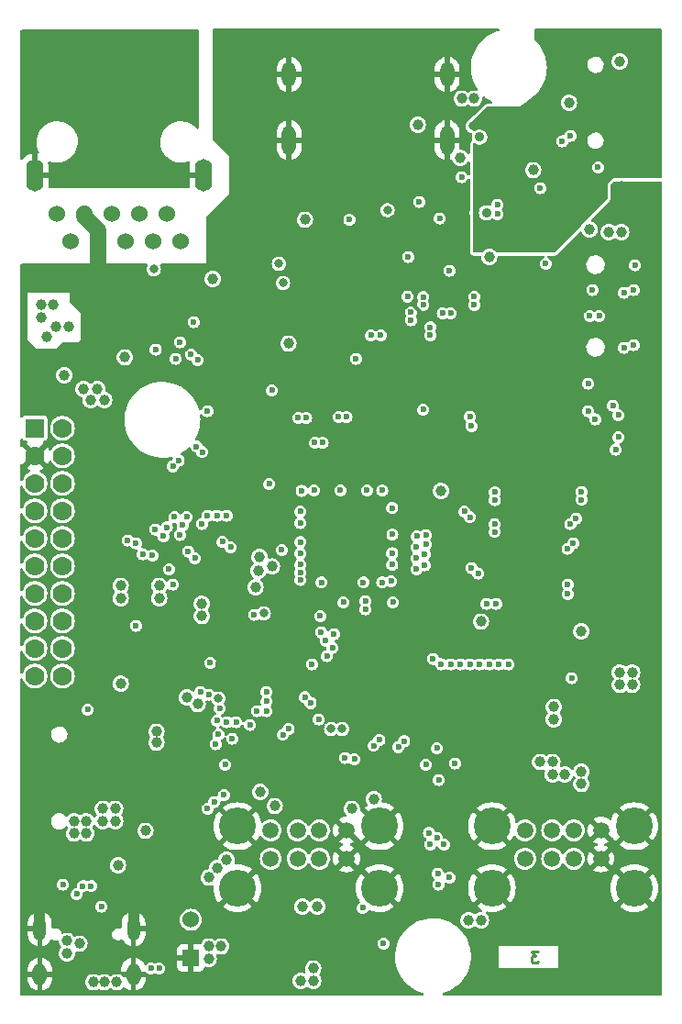
<source format=gbr>
%TF.GenerationSoftware,KiCad,Pcbnew,7.0.9-7.0.9~ubuntu22.04.1*%
%TF.CreationDate,2026-01-29T14:23:21+02:00*%
%TF.ProjectId,ESP32-P4-PC_Rev_B,45535033-322d-4503-942d-50435f526576,B*%
%TF.SameCoordinates,PX80befc0PY7459280*%
%TF.FileFunction,Copper,L3,Inr*%
%TF.FilePolarity,Positive*%
%FSLAX46Y46*%
G04 Gerber Fmt 4.6, Leading zero omitted, Abs format (unit mm)*
G04 Created by KiCad (PCBNEW 7.0.9-7.0.9~ubuntu22.04.1) date 2026-01-29 14:23:21*
%MOMM*%
%LPD*%
G01*
G04 APERTURE LIST*
%ADD10C,0.254000*%
%TA.AperFunction,NonConductor*%
%ADD11C,0.254000*%
%TD*%
%TA.AperFunction,ComponentPad*%
%ADD12O,1.300000X2.000000*%
%TD*%
%TA.AperFunction,ComponentPad*%
%ADD13O,1.200000X2.200000*%
%TD*%
%TA.AperFunction,ComponentPad*%
%ADD14O,1.300000X2.300000*%
%TD*%
%TA.AperFunction,ComponentPad*%
%ADD15O,1.300000X2.700000*%
%TD*%
%TA.AperFunction,ComponentPad*%
%ADD16C,1.600000*%
%TD*%
%TA.AperFunction,ComponentPad*%
%ADD17C,2.400000*%
%TD*%
%TA.AperFunction,ComponentPad*%
%ADD18C,3.400000*%
%TD*%
%TA.AperFunction,ComponentPad*%
%ADD19C,1.500000*%
%TD*%
%TA.AperFunction,ComponentPad*%
%ADD20C,1.000000*%
%TD*%
%TA.AperFunction,ComponentPad*%
%ADD21C,1.800000*%
%TD*%
%TA.AperFunction,ComponentPad*%
%ADD22O,1.600000X2.999999*%
%TD*%
%TA.AperFunction,ComponentPad*%
%ADD23C,1.524000*%
%TD*%
%TA.AperFunction,ComponentPad*%
%ADD24R,1.524000X1.524000*%
%TD*%
%TA.AperFunction,ComponentPad*%
%ADD25R,1.778000X1.778000*%
%TD*%
%TA.AperFunction,ComponentPad*%
%ADD26C,1.778000*%
%TD*%
%TA.AperFunction,ComponentPad*%
%ADD27C,0.600000*%
%TD*%
%TA.AperFunction,HeatsinkPad*%
%ADD28R,1.400000X1.400000*%
%TD*%
%TA.AperFunction,ViaPad*%
%ADD29C,0.600000*%
%TD*%
%TA.AperFunction,ViaPad*%
%ADD30C,1.000000*%
%TD*%
%TA.AperFunction,ViaPad*%
%ADD31C,0.900000*%
%TD*%
%TA.AperFunction,ViaPad*%
%ADD32C,0.800000*%
%TD*%
%TA.AperFunction,Conductor*%
%ADD33C,1.016000*%
%TD*%
%TA.AperFunction,Conductor*%
%ADD34C,1.524000*%
%TD*%
%TA.AperFunction,Conductor*%
%ADD35C,0.304800*%
%TD*%
%TA.AperFunction,Conductor*%
%ADD36C,0.762000*%
%TD*%
G04 APERTURE END LIST*
D10*
D11*
X48202752Y4408548D02*
X47573799Y4408548D01*
X47573799Y4408548D02*
X47912466Y4021500D01*
X47912466Y4021500D02*
X47767323Y4021500D01*
X47767323Y4021500D02*
X47670561Y3973119D01*
X47670561Y3973119D02*
X47622180Y3924738D01*
X47622180Y3924738D02*
X47573799Y3827976D01*
X47573799Y3827976D02*
X47573799Y3586071D01*
X47573799Y3586071D02*
X47622180Y3489309D01*
X47622180Y3489309D02*
X47670561Y3440928D01*
X47670561Y3440928D02*
X47767323Y3392548D01*
X47767323Y3392548D02*
X48057609Y3392548D01*
X48057609Y3392548D02*
X48154371Y3440928D01*
X48154371Y3440928D02*
X48202752Y3489309D01*
D12*
%TO.N,GND*%
%TO.C,USB-Serial/JTAG1*%
X2180000Y2350000D03*
X10820000Y2350000D03*
D13*
X2180000Y6530000D03*
X10820000Y6530000D03*
%TD*%
D14*
%TO.N,GND*%
%TO.C,HDMI1*%
X25200000Y85350000D03*
D15*
X25200000Y79300000D03*
D14*
X39800000Y85350000D03*
D15*
X39800000Y79300000D03*
%TD*%
D16*
%TO.N,GND*%
%TO.C,U1*%
X30481000Y39752000D03*
X27481000Y42752000D03*
D17*
X30481000Y42752000D03*
D16*
X33481000Y42752000D03*
X30481000Y45752000D03*
%TD*%
D18*
%TO.N,GND*%
%TO.C,USB_HOST3-4*%
X43930000Y16000000D03*
X43930000Y10300000D03*
X57070000Y16000000D03*
X57070000Y10300000D03*
D19*
%TO.N,/+5V_USB_HOST*%
X47000000Y15620000D03*
%TO.N,/USB_D3-*%
X49500000Y15620000D03*
%TO.N,/USB_D3+*%
X51500000Y15620000D03*
%TO.N,GND*%
X54000000Y15620000D03*
%TO.N,/+5V_USB_HOST*%
X47000000Y13000000D03*
%TO.N,/USB_D4-*%
X49500000Y13000000D03*
%TO.N,/USB_D4+*%
X51500000Y13000000D03*
%TO.N,GND*%
X54000000Y13000000D03*
%TD*%
D18*
%TO.N,GND*%
%TO.C,USB_HOST1-2*%
X20430000Y16000000D03*
X20430000Y10300000D03*
X33570000Y16000000D03*
X33570000Y10300000D03*
D19*
%TO.N,/+5V_USB_HOST*%
X23500000Y15620000D03*
%TO.N,/USB_D1-*%
X26000000Y15620000D03*
%TO.N,/USB_D1+*%
X28000000Y15620000D03*
%TO.N,GND*%
X30500000Y15620000D03*
%TO.N,/+5V_USB_HOST*%
X23500000Y13000000D03*
%TO.N,/USB_D2-*%
X26000000Y13000000D03*
%TO.N,/USB_D2+*%
X28000000Y13000000D03*
%TO.N,GND*%
X30500000Y13000000D03*
%TD*%
D20*
%TO.N,GND*%
%TO.C,U12*%
X28870000Y63620000D03*
X33870000Y63620000D03*
D21*
X31370000Y66120000D03*
D20*
X28870000Y68620000D03*
X33870000Y68620000D03*
%TD*%
D22*
%TO.N,/LAN_Shield*%
%TO.C,LAN1*%
X17300000Y76100000D03*
X1700000Y76100000D03*
D23*
%TO.N,/TD+*%
X15215000Y69960000D03*
%TO.N,/TD-*%
X13945000Y72500000D03*
%TO.N,/RD+*%
X12675000Y69960000D03*
%TO.N,Net-(LAN1-TCT)*%
X11405000Y72500000D03*
%TO.N,Net-(LAN1-RCT)*%
X10135000Y69960000D03*
%TO.N,/RD-*%
X8865000Y72500000D03*
%TO.N,GND*%
X7595000Y69960000D03*
X6325000Y72500000D03*
%TO.N,/PW+*%
X5055000Y69960000D03*
%TO.N,/PW-*%
X3785000Y72500000D03*
%TD*%
%TO.N,/DCDC_VIN*%
%TO.C,C117*%
X16130000Y7367200D03*
D24*
%TO.N,GND*%
X16130000Y3867200D03*
%TD*%
D25*
%TO.N,+3.3V*%
%TO.C,EXT1*%
X1730000Y52730000D03*
D26*
%TO.N,+5V*%
X4270000Y52730000D03*
%TO.N,GND*%
X1730000Y50190000D03*
%TO.N,/GPIO26{slash}USB1P1_1N*%
X4270000Y50190000D03*
%TO.N,/ESP_EN*%
X1730000Y47650000D03*
%TO.N,/GPIO27{slash}USB1P1_1P*%
X4270000Y47650000D03*
%TO.N,/GPIO2\u005CUser_Led*%
X1730000Y45110000D03*
%TO.N,/GPIO14*%
X4270000Y45110000D03*
%TO.N,/GPIO15*%
X1730000Y42570000D03*
%TO.N,/GPIO16*%
X4270000Y42570000D03*
%TO.N,/GPIO17*%
X1730000Y40030000D03*
%TO.N,/GPIO18*%
X4270000Y40030000D03*
%TO.N,/GPIO19*%
X1730000Y37490000D03*
%TO.N,/GPIO20{slash}BAT_SENSE*%
X4270000Y37490000D03*
%TO.N,/GPIO32{slash}EXT_PWR_SEN*%
X1730000Y34950000D03*
%TO.N,/GPIO33*%
X4270000Y34950000D03*
%TO.N,/GPIO36*%
X1730000Y32410000D03*
%TO.N,/GPIO46*%
X4270000Y32410000D03*
%TO.N,/GPIO47*%
X1730000Y29870000D03*
%TO.N,/GPIO48*%
X4270000Y29870000D03*
%TD*%
D27*
%TO.N,GND*%
%TO.C,U2*%
X13582000Y64299000D03*
X12582000Y64299000D03*
X14182000Y63699000D03*
X11982000Y63699000D03*
D16*
X13082000Y63199000D03*
D27*
X14182000Y62699000D03*
X11982000Y62699000D03*
X13582000Y62099000D03*
X12582000Y62099000D03*
%TD*%
D28*
%TO.N,GNDA*%
%TO.C,U8*%
X47118000Y73359000D03*
%TD*%
D29*
%TO.N,GND*%
X29592000Y31703000D03*
X42419000Y62945000D03*
D30*
X46102000Y1223000D03*
X29973000Y4779000D03*
D29*
X30735000Y72851000D03*
X54611000Y51515000D03*
X40641000Y54817000D03*
D30*
X52960000Y27004000D03*
D29*
X27941000Y52150000D03*
D30*
X10288000Y25480000D03*
D29*
X30989000Y60913000D03*
X52452000Y41990000D03*
D30*
X19178000Y22686000D03*
D29*
X17527000Y47705000D03*
D30*
X13844000Y31449000D03*
X1525000Y57738000D03*
D29*
X32259000Y72851000D03*
X35307000Y75518000D03*
D30*
X1525000Y13796000D03*
D29*
X31497000Y54182000D03*
X38736000Y70057000D03*
X41530000Y41609000D03*
X15749000Y45419000D03*
X25147000Y16971000D03*
X37339000Y34624000D03*
D30*
X27560000Y70565000D03*
X44197000Y23575000D03*
D29*
X35561000Y51515000D03*
D30*
X9145000Y56595000D03*
D29*
X41276000Y45927000D03*
X24639000Y63326000D03*
D30*
X30608000Y3636000D03*
D29*
X34037000Y76407000D03*
D30*
X3303000Y59516000D03*
D29*
X26544000Y73486000D03*
X54357000Y53928000D03*
D31*
X22480000Y57992000D03*
D29*
X27941000Y24972000D03*
D30*
X54865000Y18114000D03*
X53087000Y18114000D03*
X54230000Y24972000D03*
X37847000Y26623000D03*
X58421000Y71581000D03*
X49277000Y6049000D03*
X32259000Y79963000D03*
X41784000Y88472000D03*
D29*
X26544000Y66755000D03*
X27814000Y20781000D03*
D30*
X19940000Y70438000D03*
X8129000Y67263000D03*
D29*
X25655000Y51261000D03*
D32*
X45340000Y32338000D03*
D30*
X49531000Y24591000D03*
D29*
X24766000Y64977000D03*
D30*
X3430000Y19384000D03*
D29*
X52325000Y52404000D03*
X20194000Y19511000D03*
X26671000Y32211000D03*
X47499000Y44149000D03*
X17527000Y53293000D03*
D30*
X10542000Y17860000D03*
D29*
X24639000Y23194000D03*
X48642000Y54309000D03*
X38482000Y38180000D03*
D30*
X4573000Y19384000D03*
D29*
X10415000Y50118000D03*
X37212000Y74629000D03*
X32259000Y75518000D03*
X53595000Y58627000D03*
X28322000Y53674000D03*
X27306000Y54817000D03*
D30*
X13209000Y44911000D03*
X32132000Y28147000D03*
D29*
X32259000Y71835000D03*
X52071000Y57611000D03*
D30*
X18797000Y70438000D03*
D32*
X36958000Y47959000D03*
D29*
X22861000Y61802000D03*
X29084000Y54817000D03*
X35561000Y62437000D03*
X8002000Y9732000D03*
X19940000Y60786000D03*
X53849000Y62056000D03*
X52452000Y45038000D03*
X36577000Y67136000D03*
D30*
X16638000Y32338000D03*
D29*
X27433000Y74375000D03*
X18670000Y30941000D03*
X17781000Y42371000D03*
D30*
X24004000Y76661000D03*
D29*
X38482000Y65231000D03*
D30*
X5081000Y23194000D03*
X13844000Y32592000D03*
D29*
X30481000Y57738000D03*
D30*
X24004000Y37164000D03*
D29*
X44324000Y47832000D03*
X38355000Y56214000D03*
D30*
X35180000Y71073000D03*
D29*
X43943000Y26242000D03*
X25147000Y21924000D03*
D30*
X10288000Y24337000D03*
X20829000Y78058000D03*
D29*
X38126400Y16234400D03*
D30*
X2414000Y58627000D03*
D29*
X50928000Y67898000D03*
X30735000Y34370000D03*
X46229000Y56468000D03*
D30*
X50928000Y33989000D03*
D29*
X13590000Y49610000D03*
X36780200Y38053000D03*
D30*
X58675000Y1604000D03*
D29*
X49912000Y52404000D03*
X18416000Y39450000D03*
X39371000Y21924000D03*
X24893000Y57484000D03*
X49912000Y49737000D03*
X26163000Y9859000D03*
D30*
X10288000Y26623000D03*
X52960000Y28147000D03*
X2668000Y27258000D03*
D29*
X44197000Y45038000D03*
X30100000Y23956000D03*
D30*
X15368000Y67263000D03*
D29*
X25147000Y54817000D03*
X56262000Y62691000D03*
D30*
X55881000Y73867000D03*
X46737000Y62183000D03*
D29*
X52198000Y38942000D03*
X23242000Y43437800D03*
X19559000Y65485000D03*
X29248000Y75859800D03*
X18162000Y50499000D03*
X5208000Y10621000D03*
D30*
X2731500Y12970500D03*
X56643000Y31703000D03*
D29*
X25528000Y25861000D03*
X9526000Y60278000D03*
X40133000Y26750000D03*
X45213000Y48721000D03*
D30*
X47372000Y35132000D03*
X35561000Y79963000D03*
X55373000Y31703000D03*
D29*
X33529000Y25099000D03*
D30*
X10923000Y31576000D03*
X10542000Y16717000D03*
D29*
X38482000Y67136000D03*
X47499000Y42498000D03*
D30*
X52071000Y48086000D03*
X4573000Y60024000D03*
D32*
X44324000Y32338000D03*
D29*
X40260000Y23321000D03*
X37085000Y32338000D03*
X23623000Y68914000D03*
X43816000Y39704000D03*
D30*
X28703000Y4779000D03*
D29*
X42546000Y65866000D03*
X23623000Y70057000D03*
D30*
X52960000Y25861000D03*
X44197000Y50499000D03*
X48896000Y30814000D03*
D29*
X17527000Y62437000D03*
X34926000Y34649400D03*
X50928000Y65231000D03*
X25655000Y28274000D03*
X29211000Y71835000D03*
X33427400Y70819000D03*
D30*
X16130000Y64977000D03*
X6859000Y3128000D03*
X8002000Y12399000D03*
X51055000Y1223000D03*
X54357000Y4652000D03*
X27433000Y4779000D03*
D29*
X34672000Y31322000D03*
D30*
X24004000Y88853000D03*
D29*
X21972000Y65612000D03*
X19051000Y68660000D03*
D30*
X49531000Y23448000D03*
D29*
X25274000Y59008000D03*
X24639000Y49737000D03*
X55754000Y52785000D03*
X30227000Y55706000D03*
X17019000Y55198000D03*
X25401000Y52658000D03*
X44070000Y42117000D03*
X27560000Y60278000D03*
X54738000Y55706000D03*
D30*
X46737000Y60024000D03*
D29*
X44705000Y58500000D03*
D31*
X27687000Y62310000D03*
D30*
X1271000Y27893000D03*
D29*
X38482000Y63707000D03*
D30*
X55881000Y75010000D03*
D29*
X19178000Y87837000D03*
D30*
X13082000Y39958000D03*
D29*
X22663100Y22051000D03*
X38482000Y34624000D03*
X38101000Y62945000D03*
X29211000Y72851000D03*
D30*
X55373000Y24972000D03*
D29*
X23623000Y48340000D03*
X33021000Y60405000D03*
X35688000Y24845000D03*
D30*
X48261000Y26623000D03*
X58421000Y70438000D03*
D29*
X45657500Y28464500D03*
D31*
X21210000Y59643000D03*
D29*
X47499000Y45673000D03*
%TO.N,+2.5V*%
X26239200Y40140000D03*
X29947600Y46993800D03*
D30*
%TO.N,/LAN_Shield*%
X15876000Y84154000D03*
X15876000Y88853000D03*
X8510000Y86694000D03*
X11558000Y84408000D03*
X13971000Y86821000D03*
X12320000Y78566000D03*
X2160000Y84535000D03*
X4573000Y82249000D03*
X7240000Y79328000D03*
X14225000Y81995000D03*
X9399000Y81995000D03*
X5462000Y88853000D03*
X11558000Y88726000D03*
X6478000Y84535000D03*
%TO.N,+3.3V*%
X54738000Y70819000D03*
X41149000Y83138000D03*
D29*
X26240000Y38730000D03*
D30*
X56897000Y30179000D03*
D29*
X26239200Y43971200D03*
X52833000Y56849000D03*
X57151000Y67771000D03*
X32055800Y38510200D03*
X34722800Y41177200D03*
X53214000Y65485000D03*
D30*
X55754000Y29036000D03*
X13209000Y38180000D03*
X55881000Y70819000D03*
X4446000Y57611000D03*
X52198000Y33989000D03*
D29*
X34722800Y45368200D03*
X26239200Y39410000D03*
D30*
X42292000Y83138000D03*
D29*
X14098000Y39704000D03*
X45467000Y30941000D03*
D30*
X55754000Y30179000D03*
D29*
X41149000Y75899000D03*
X40006000Y67263000D03*
X26366200Y46943000D03*
D30*
X23877000Y17860000D03*
X13209000Y37037000D03*
D29*
X33808400Y38510200D03*
D30*
X42927000Y34878000D03*
X56897000Y29036000D03*
D29*
X34621200Y38611800D03*
%TO.N,VDD_CORE*%
X30227000Y36656000D03*
D30*
X22099000Y38053000D03*
X17146000Y35386000D03*
X17146000Y36529000D03*
X39244000Y46943000D03*
D29*
%TO.N,Net-(U1-NC(VDD_HP_1))*%
X23369000Y47578000D03*
D32*
%TO.N,Net-(U2-REGOUT)*%
X12701000Y67390000D03*
D30*
%TO.N,/3.3V_PHY*%
X18162000Y66501000D03*
X10034000Y59262000D03*
D29*
X12882000Y59970000D03*
%TO.N,/PHY_RSTN*%
X29338000Y33735000D03*
%TO.N,/ESP_EN*%
X17654000Y54309000D03*
X34799000Y36656000D03*
X15749000Y44530000D03*
X28703000Y31703000D03*
X23623000Y56214000D03*
D30*
%TO.N,+5V*%
X41022000Y77677000D03*
X49531000Y20781000D03*
X55754000Y86567000D03*
X5335000Y16463000D03*
X49531000Y21924000D03*
X5335000Y15320000D03*
D29*
X33910000Y5160000D03*
X6605000Y26750000D03*
D30*
X6478000Y15320000D03*
X30989000Y17606000D03*
X6478000Y16463000D03*
X48388000Y21924000D03*
X50674000Y20781000D03*
%TO.N,/VDD_SD*%
X22530800Y19155400D03*
D29*
%TO.N,+1V8*%
X26239200Y45038000D03*
X26239200Y42218600D03*
D30*
X23623000Y39970502D03*
%TO.N,/ESP_LDO_VO1*%
X22480000Y40847000D03*
D29*
X33808400Y46993800D03*
X37593000Y54436000D03*
D30*
%TO.N,/ESP_LDO_VO4*%
X22353000Y39577000D03*
D29*
X28195000Y38510200D03*
D32*
X22861000Y35640000D03*
D29*
X21591000Y25353000D03*
D32*
X18670000Y27766000D03*
D30*
%TO.N,/PW+*%
X2795000Y61167000D03*
X4827000Y62056000D03*
X3684000Y62056000D03*
%TO.N,/PW-*%
X2287000Y62945000D03*
X3430000Y64088000D03*
X2287000Y64088000D03*
%TO.N,+5VP*%
X6859000Y55325000D03*
X6224000Y56341000D03*
X7494000Y56341000D03*
X8002000Y17606000D03*
X9145000Y16463000D03*
X9145000Y17606000D03*
X8129000Y55325000D03*
X8002000Y16463000D03*
D29*
%TO.N,/GPIO18*%
X10288000Y42371000D03*
X41911000Y30941000D03*
%TO.N,/GPIO19*%
X12574000Y40974000D03*
X42800000Y30941000D03*
D30*
%TO.N,+5V_EXT*%
X7113000Y1604000D03*
X27433000Y1731000D03*
X27433000Y2874000D03*
X11939000Y15574000D03*
X26290000Y1731000D03*
D29*
X12447000Y2874000D03*
X13209000Y2874000D03*
D30*
X9653000Y29163000D03*
X8129000Y1604000D03*
X9399000Y12399000D03*
X9272000Y1604000D03*
D29*
%TO.N,/GPIO16*%
X40133000Y30933807D03*
X12828000Y43387000D03*
%TO.N,/GPIO17*%
X11050000Y42117000D03*
X41022000Y30941000D03*
%TO.N,/GPIO15*%
X39244000Y30941000D03*
X13590000Y42752000D03*
%TO.N,/GPIO14*%
X14606000Y44530000D03*
X38482000Y31449000D03*
%TO.N,Net-(ACT/SUS1-A)*%
X32005000Y8462000D03*
X38126400Y15370800D03*
D32*
%TO.N,/VD33_O*%
X29084000Y24972000D03*
D30*
X33021000Y18495000D03*
D29*
%TO.N,/GPIO48*%
X17781000Y28147000D03*
X23115000Y27512000D03*
%TO.N,/VD18_O*%
X37847000Y21670000D03*
D32*
X30100000Y24972000D03*
D29*
%TO.N,/GPIO46*%
X21972000Y35513000D03*
X28068000Y35386000D03*
%TO.N,/GPIO33*%
X15114000Y42879000D03*
X15876000Y41355000D03*
%TO.N,/GPIO36*%
X14479000Y38307000D03*
X17908000Y31068000D03*
%TO.N,/GPIO20{slash}BAT_SENSE*%
X11685000Y41101000D03*
X43689000Y30941000D03*
%TO.N,/USB_DP*%
X17171400Y50524400D03*
X25159014Y24984014D03*
%TO.N,/CSI_DATA0N*%
X30508346Y53761681D03*
X44207327Y46828444D03*
%TO.N,/CSI_DATA0P*%
X29781346Y53761681D03*
X44207327Y46101444D03*
%TO.N,/CSI_DATA1N*%
X26780500Y53674000D03*
X44197000Y43877500D03*
%TO.N,/CSI_DATA1P*%
X44197000Y43150500D03*
X26053500Y53674000D03*
%TO.N,/CSI_CLKN*%
X41914034Y44526966D03*
X27577500Y51388000D03*
%TO.N,/CSI_CLKP*%
X41399966Y45041034D03*
X28304500Y51388000D03*
%TO.N,/DSI_DATA1N*%
X52198000Y46863500D03*
X42299332Y64850000D03*
X37593000Y64832500D03*
%TO.N,/DSI_DATA1P*%
X42299332Y64088000D03*
X52198000Y46136500D03*
X37593000Y64105500D03*
%TO.N,/DSI_CLKN*%
X40115500Y63326000D03*
X51693034Y44406034D03*
%TO.N,/DSI_CLKP*%
X51178966Y43891966D03*
X39388500Y63326000D03*
%TO.N,/DSI_DATA0N*%
X38228000Y62038500D03*
X36450000Y63417503D03*
X51439034Y42120034D03*
%TO.N,/DSI_DATA0P*%
X50924966Y41605966D03*
X38228000Y61311500D03*
X36450000Y62691000D03*
%TO.N,/SD1_PWR_EN*%
X23115000Y26623000D03*
%TO.N,/SD1_D2*%
X19432000Y25607000D03*
X17654000Y17606000D03*
%TO.N,/SD1_D3*%
X18289000Y18241000D03*
X20321000Y25607000D03*
%TO.N,/SD1_CMD*%
X19178000Y18876000D03*
X22226000Y26623000D03*
%TO.N,/SD1_CLK*%
X19940000Y24083000D03*
X19305000Y21670000D03*
%TO.N,/SD1_D0*%
X18416000Y23575000D03*
X18797000Y26872500D03*
%TO.N,/SD1_D1*%
X18670000Y24464000D03*
X18543000Y25734000D03*
%TO.N,Net-(U1-DSI_REXT)*%
X32406000Y46998502D03*
D30*
%TO.N,+5V_USB*%
X5843000Y5160000D03*
X4700000Y4271000D03*
X4700000Y5414000D03*
D29*
%TO.N,Net-(U1-CSI_REXT)*%
X27509200Y46993800D03*
%TO.N,/LED0\u005CPHY_AD0*%
X16130000Y59516000D03*
D30*
%TO.N,GNDA*%
X57913000Y86059000D03*
D29*
X52706000Y76788000D03*
D30*
X51182000Y86440000D03*
X55500000Y80090000D03*
D29*
X49404000Y71835000D03*
X52579000Y80090000D03*
D30*
X49531000Y82376000D03*
D29*
X45848000Y71859000D03*
D30*
X42673000Y76153000D03*
X52833000Y73994000D03*
D29*
X54484000Y78185000D03*
X58421000Y76153000D03*
D30*
X53976000Y73994000D03*
D29*
X58421000Y79963000D03*
X48896000Y79201000D03*
X49277000Y74883000D03*
D32*
X43562000Y77804000D03*
D29*
X42419000Y72597000D03*
D30*
X54230000Y83138000D03*
D32*
X42165000Y80598000D03*
D30*
X49277000Y88853000D03*
X57913000Y83392000D03*
X53722000Y88853000D03*
D29*
%TO.N,/RMII_RXDV*%
X17654000Y44657000D03*
%TO.N,/RMII_RXD0*%
X18543000Y44657000D03*
%TO.N,/RMII_RXD1*%
X19432000Y44657000D03*
%TO.N,/MDC*%
X17146000Y43895000D03*
%TO.N,/RMII_TXEN*%
X28160483Y33896517D03*
%TO.N,/RMII_CLK*%
X15114000Y60659000D03*
X14733000Y59135000D03*
X28576000Y33100000D03*
%TO.N,/MDIO*%
X29211000Y32465000D03*
%TO.N,Net-(U2-COL{slash}RMII)*%
X16384000Y62513200D03*
%TO.N,/LED3\u005CPHY_AD3*%
X16765000Y59008000D03*
%TO.N,/GPIO35\u005CRMII_TXD1*%
X19813000Y41736000D03*
%TO.N,/GPIO34\u005CRMII_TXD0*%
X19051000Y42244000D03*
%TO.N,/CSI_IO1\u005CStrobe*%
X44324000Y36529000D03*
%TO.N,/CSI_IO0\u005CReset*%
X43435000Y36529000D03*
%TO.N,/GPIO8\u005CI2C_SCL*%
X37720000Y41101000D03*
X42673000Y39323000D03*
X50928000Y38307000D03*
X52833000Y54309000D03*
X41911000Y53801000D03*
%TO.N,/GPIO7\u005CI2C_SDA*%
X50928000Y37418000D03*
X42038000Y52912000D03*
X36958000Y40720000D03*
X53468000Y53547000D03*
X42038000Y39831000D03*
%TO.N,Net-(USB-Serial/JTAG1-CC2)*%
X7875000Y8589000D03*
%TO.N,Net-(USB-Serial/JTAG1-CC1)*%
X4319000Y10621000D03*
%TO.N,/USB1P1_0N*%
X5589000Y9732000D03*
X14999014Y49749014D03*
X6900200Y10487423D03*
%TO.N,/USB1P1_0P*%
X14466986Y49216986D03*
X6147800Y10487423D03*
%TO.N,/GPIO2\u005CUser_Led*%
X27306000Y30941000D03*
X13907500Y43577500D03*
%TO.N,/USB_DN*%
X24626986Y24451986D03*
X16638000Y51032400D03*
%TO.N,/UART0_TX*%
X24512000Y41482000D03*
X56135000Y65231000D03*
%TO.N,/UART0_RX*%
X57024000Y65485000D03*
X26239200Y41177200D03*
%TO.N,/GPIO4\u005CSPI_SCK(CLK)*%
X36958000Y39704000D03*
X55627000Y51896000D03*
%TO.N,/GPIO5\u005CSPI_CSn(CS#)*%
X37720000Y40085000D03*
X55373000Y50753000D03*
%TO.N,/GPIO54\u005CSPI_RX(MISO)*%
X32259000Y36021000D03*
X56135000Y60151000D03*
%TO.N,/GPIO53\u005CSPI_TX(MOSI)*%
X57024000Y60405000D03*
X32259000Y36783000D03*
D30*
%TO.N,+3.3VA*%
X43689000Y68533000D03*
D29*
X48896000Y67898000D03*
D30*
X51055000Y82757000D03*
X52960000Y71073000D03*
D29*
X51182000Y79709000D03*
D30*
%TO.N,/+5V_USB_HOST*%
X27814000Y8589000D03*
X26417000Y8589000D03*
D32*
%TO.N,LT8912_VCCA*%
X24639000Y66120000D03*
D29*
X30770000Y71962000D03*
D30*
X25147000Y60532000D03*
D29*
X36145200Y64875400D03*
D30*
%TO.N,LT8912_VDD*%
X26671000Y71962000D03*
D29*
X31370000Y59135000D03*
D32*
X34291000Y72851000D03*
D30*
%TO.N,/MICP*%
X47753000Y76534000D03*
D31*
%TO.N,Net-(U8-AVDD)*%
X43435000Y72597000D03*
X42800000Y79582000D03*
D29*
%TO.N,Net-(U8-OUTN)*%
X44451000Y73359000D03*
%TO.N,Net-(U8-OUTP)*%
X44451000Y72470000D03*
D32*
%TO.N,LT8912_VCCA_HDMIPLL*%
X24258000Y67898000D03*
D29*
%TO.N,Net-(D2-K)*%
X39117000Y72089000D03*
D30*
%TO.N,/+5V_HDMI*%
X37085000Y80725000D03*
D29*
%TO.N,/GPIO9\u005CI2S_DSDIN*%
X36958000Y41736000D03*
%TO.N,/GPIO10\u005CI2S_LRCK*%
X37847000Y41990000D03*
%TO.N,/GPIO11\u005CI2S_ASDOUT*%
X36986983Y42770000D03*
%TO.N,/GPIO12\u005CI2S_SCLK*%
X37847000Y42879000D03*
%TO.N,/GPIO13\u005CI2S_MCLK*%
X34730000Y42930000D03*
%TO.N,/GPIO6\u005CCODEC_PWR_DIS#*%
X34722800Y40135800D03*
%TO.N,/GPIO47*%
X23115000Y28401000D03*
X17019000Y28401000D03*
%TO.N,Net-(FET3-S)*%
X50420000Y79201000D03*
%TO.N,Net-(FET4-S)*%
X53722000Y76788000D03*
%TO.N,/LT8912_SCL*%
X33656000Y61294000D03*
%TO.N,/LT8912_SDA*%
X32767000Y61294000D03*
%TO.N,/HPD_DET*%
X37212000Y73613000D03*
%TO.N,/HUB_DRV*%
X38931800Y11637000D03*
X38228000Y14304000D03*
%TO.N,Net-(LED_HOST1-K)*%
X38990000Y10621000D03*
X38863000Y14939000D03*
%TO.N,Net-(LED_HOST2-K)*%
X39498000Y14304000D03*
X40006000Y11256000D03*
%TO.N,/TX_HPD*%
X36196000Y68533000D03*
%TO.N,Net-(U7-REXT)*%
X27941000Y25861000D03*
%TO.N,Net-(U7-BUSJ)*%
X31243000Y22178000D03*
%TO.N,Net-(U8-CE{slash}AD0)*%
X48388000Y74883000D03*
%TO.N,/PWREN#*%
X39015400Y20273000D03*
%TO.N,/OVCUR#*%
X40514000Y21797000D03*
%TO.N,/USB_D4-*%
X35827014Y23841014D03*
%TO.N,/USB_D4+*%
X35294986Y23308986D03*
%TO.N,/USB_D2-*%
X33541014Y23968014D03*
%TO.N,/USB_D2+*%
X33008986Y23435986D03*
%TO.N,/USB_D1-*%
X26658986Y27905014D03*
%TO.N,/USB_D1+*%
X27191014Y27372986D03*
%TO.N,/GPIO21{slash}HUB_RST#*%
X38863000Y23194000D03*
X44578000Y30941000D03*
X30354000Y22305000D03*
%TO.N,/GPIO22{slash}I2C_SDA2*%
X53849000Y63072000D03*
X55627000Y53928000D03*
%TO.N,/GPIO23{slash}I2C_SCL2*%
X55119000Y54817000D03*
X52960000Y63072000D03*
D30*
%TO.N,VBAT*%
X18924000Y4906000D03*
X15749000Y27893000D03*
X49658000Y25861000D03*
X17781000Y4906000D03*
X17781000Y3763000D03*
X19432000Y12907000D03*
X49658000Y27004000D03*
X16765000Y27258000D03*
X18543000Y12145000D03*
X17781000Y11256000D03*
D29*
%TO.N,/GPIO32{slash}EXT_PWR_SEN*%
X15368000Y43768000D03*
X16511000Y40720000D03*
D30*
%TO.N,/DCDC_VIN*%
X52198000Y19892000D03*
X12955000Y23702000D03*
X42927000Y7319000D03*
X9653000Y37037000D03*
X41784000Y7319000D03*
X52198000Y21035000D03*
X9653000Y38180000D03*
X12955000Y24718000D03*
D29*
%TO.N,Net-(U15-CHRGb)*%
X11050000Y34497000D03*
X51309000Y29671000D03*
%TD*%
D33*
%TO.N,GND*%
X10820000Y6530000D02*
X10820000Y8565000D01*
D34*
X7595000Y67618000D02*
X6478000Y66501000D01*
D35*
X38101000Y62945000D02*
X37847000Y62945000D01*
D34*
X7595000Y70972000D02*
X7595000Y69960000D01*
D35*
X37847000Y62945000D02*
X36627800Y64164200D01*
X36627800Y64164200D02*
X36119800Y64164200D01*
D33*
X2180000Y6530000D02*
X2180000Y8355000D01*
D34*
X6325000Y72500000D02*
X6325000Y72242000D01*
X6325000Y72242000D02*
X7595000Y70972000D01*
X7595000Y69960000D02*
X7595000Y67618000D01*
D36*
%TO.N,GNDA*%
X42165000Y80598000D02*
X42673000Y81106000D01*
X42673000Y81106000D02*
X42800000Y81106000D01*
%TD*%
%TA.AperFunction,Conductor*%
%TO.N,/LAN_Shield*%
G36*
X16834121Y89467998D02*
G01*
X16880614Y89414342D01*
X16892000Y89362000D01*
X16892000Y80460559D01*
X16871998Y80392438D01*
X16818342Y80345945D01*
X16748068Y80335841D01*
X16683488Y80365335D01*
X16669151Y80379960D01*
X16589725Y80475400D01*
X16589721Y80475404D01*
X16382104Y80661429D01*
X16382094Y80661438D01*
X16149590Y80815261D01*
X16013539Y80879039D01*
X15897167Y80933592D01*
X15817530Y80957552D01*
X15630204Y81013910D01*
X15630199Y81013911D01*
X15630195Y81013912D01*
X15354394Y81054501D01*
X15354391Y81054501D01*
X15145401Y81054501D01*
X15145399Y81054501D01*
X14936962Y81039246D01*
X14664843Y80978628D01*
X14664841Y80978627D01*
X14404457Y80879039D01*
X14404454Y80879037D01*
X14161358Y80742606D01*
X14161349Y80742600D01*
X13940689Y80572212D01*
X13940688Y80572211D01*
X13747196Y80371518D01*
X13747191Y80371512D01*
X13584985Y80144790D01*
X13584978Y80144779D01*
X13457511Y79896853D01*
X13457510Y79896851D01*
X13367499Y79633006D01*
X13367496Y79632994D01*
X13316860Y79358852D01*
X13306679Y79080258D01*
X13337170Y78803147D01*
X13337171Y78803142D01*
X13407683Y78533427D01*
X13516716Y78276853D01*
X13519335Y78272562D01*
X13661946Y78038885D01*
X13840276Y77824599D01*
X13840278Y77824597D01*
X13840280Y77824595D01*
X13948325Y77727787D01*
X14047906Y77638562D01*
X14280410Y77484739D01*
X14532834Y77366408D01*
X14799796Y77286090D01*
X14842387Y77279822D01*
X15075605Y77245499D01*
X15075609Y77245499D01*
X15284601Y77245499D01*
X15388819Y77253127D01*
X15493039Y77260755D01*
X15765153Y77321371D01*
X15891521Y77369704D01*
X15962291Y77375356D01*
X16024883Y77341850D01*
X16059425Y77279822D01*
X16058238Y77219406D01*
X16006951Y77028002D01*
X15992000Y76857103D01*
X15992000Y76354000D01*
X17000000Y76354000D01*
X17000000Y75846000D01*
X15992000Y75846000D01*
X15992000Y75342897D01*
X16006951Y75171999D01*
X16041889Y75041611D01*
X16040199Y74970635D01*
X16000405Y74911839D01*
X15935141Y74883891D01*
X15920182Y74883000D01*
X3079818Y74883000D01*
X3011697Y74903002D01*
X2965204Y74956658D01*
X2955100Y75026932D01*
X2958111Y75041611D01*
X2993048Y75171999D01*
X3008000Y75342897D01*
X3008000Y75846000D01*
X2000000Y75846000D01*
X2000000Y76354000D01*
X3008000Y76354000D01*
X3008000Y76857103D01*
X2993048Y77028003D01*
X2993047Y77028008D01*
X2943319Y77213592D01*
X2945008Y77284569D01*
X2984802Y77343365D01*
X3050066Y77371313D01*
X3101326Y77366862D01*
X3102832Y77366409D01*
X3102834Y77366408D01*
X3369796Y77286090D01*
X3412387Y77279822D01*
X3645605Y77245499D01*
X3645609Y77245499D01*
X3854601Y77245499D01*
X3958819Y77253127D01*
X4063039Y77260755D01*
X4335153Y77321371D01*
X4595540Y77420961D01*
X4838653Y77557402D01*
X5059309Y77727787D01*
X5252805Y77928484D01*
X5415017Y78155215D01*
X5475448Y78272753D01*
X5542488Y78403148D01*
X5542489Y78403150D01*
X5632500Y78666995D01*
X5632502Y78667000D01*
X5683139Y78941145D01*
X5693321Y79219742D01*
X5662830Y79496853D01*
X5592317Y79766571D01*
X5483283Y80023148D01*
X5338054Y80261115D01*
X5159724Y80475401D01*
X5159720Y80475404D01*
X5159719Y80475406D01*
X4952104Y80661429D01*
X4952094Y80661438D01*
X4719590Y80815261D01*
X4583539Y80879039D01*
X4467167Y80933592D01*
X4387530Y80957552D01*
X4200204Y81013910D01*
X4200199Y81013911D01*
X4200195Y81013912D01*
X3924394Y81054501D01*
X3924391Y81054501D01*
X3715401Y81054501D01*
X3715399Y81054501D01*
X3506962Y81039246D01*
X3234843Y80978628D01*
X3234841Y80978627D01*
X2974457Y80879039D01*
X2974454Y80879037D01*
X2731358Y80742606D01*
X2731349Y80742600D01*
X2510689Y80572212D01*
X2510688Y80572211D01*
X2317196Y80371518D01*
X2317191Y80371512D01*
X2154985Y80144790D01*
X2154978Y80144779D01*
X2027511Y79896853D01*
X2027510Y79896851D01*
X1937499Y79633006D01*
X1937496Y79632994D01*
X1886860Y79358852D01*
X1876679Y79080258D01*
X1907170Y78803147D01*
X1907171Y78803142D01*
X1977683Y78533427D01*
X2086718Y78276849D01*
X2087757Y78275147D01*
X2087936Y78274481D01*
X2088824Y78272753D01*
X2088451Y78272562D01*
X2106172Y78206580D01*
X2084594Y78138942D01*
X2029873Y78093708D01*
X1959383Y78085239D01*
X1954332Y78086336D01*
X1954000Y78086082D01*
X1954000Y76959651D01*
X1925543Y77005610D01*
X1836038Y77073201D01*
X1728160Y77103895D01*
X1616479Y77093546D01*
X1516078Y77043552D01*
X1446000Y76966682D01*
X1446000Y78086082D01*
X1445999Y78086082D01*
X1250928Y78033812D01*
X1250926Y78033811D01*
X1043501Y77937087D01*
X856025Y77805815D01*
X856019Y77805810D01*
X694189Y77643980D01*
X694184Y77643974D01*
X611213Y77525479D01*
X555756Y77481151D01*
X485136Y77473842D01*
X421776Y77505873D01*
X385791Y77567074D01*
X382000Y77597750D01*
X382000Y89362000D01*
X402002Y89430121D01*
X455658Y89476614D01*
X508000Y89488000D01*
X16766000Y89488000D01*
X16834121Y89467998D01*
G37*
%TD.AperFunction*%
%TD*%
%TA.AperFunction,Conductor*%
%TO.N,GNDA*%
G36*
X59560621Y89598498D02*
G01*
X59607114Y89544842D01*
X59618500Y89492500D01*
X59618500Y75898000D01*
X59598498Y75829879D01*
X59544842Y75783386D01*
X59492500Y75772000D01*
X55118998Y75772000D01*
X54611000Y75264002D01*
X54611000Y73918236D01*
X54590998Y73850115D01*
X54575245Y73830305D01*
X49822093Y68952069D01*
X49760228Y68917238D01*
X49731848Y68914000D01*
X44410320Y68914000D01*
X44342199Y68934002D01*
X44303635Y68972961D01*
X44282624Y69006400D01*
X44282620Y69006404D01*
X44282619Y69006406D01*
X44162402Y69126623D01*
X44162399Y69126625D01*
X44018439Y69217081D01*
X44018437Y69217082D01*
X43857954Y69273237D01*
X43689000Y69292274D01*
X43520046Y69273237D01*
X43520043Y69273237D01*
X43520043Y69273236D01*
X43359562Y69217082D01*
X43359560Y69217081D01*
X43215600Y69126625D01*
X43215597Y69126623D01*
X43095380Y69006406D01*
X43095376Y69006401D01*
X43095376Y69006400D01*
X43074365Y68972962D01*
X43021189Y68925926D01*
X42967680Y68914000D01*
X42291000Y68914000D01*
X42222879Y68934002D01*
X42176386Y68987658D01*
X42165000Y69040000D01*
X42165000Y72596998D01*
X42725326Y72596998D01*
X42745947Y72427167D01*
X42745947Y72427165D01*
X42745948Y72427164D01*
X42784600Y72325246D01*
X42806616Y72267196D01*
X42903799Y72126401D01*
X42903802Y72126398D01*
X43031853Y72012955D01*
X43031862Y72012948D01*
X43083874Y71985650D01*
X43183346Y71933443D01*
X43349458Y71892500D01*
X43349459Y71892500D01*
X43520541Y71892500D01*
X43520542Y71892500D01*
X43686654Y71933443D01*
X43838141Y72012950D01*
X43898485Y72066410D01*
X43962736Y72096610D01*
X44033117Y72087279D01*
X44058737Y72072062D01*
X44171357Y71985645D01*
X44306246Y71929772D01*
X44451000Y71910715D01*
X44595754Y71929772D01*
X44730643Y71985645D01*
X44846474Y72074526D01*
X44935355Y72190357D01*
X44991228Y72325246D01*
X45010285Y72470000D01*
X44991228Y72614754D01*
X44935355Y72749642D01*
X44867711Y72837797D01*
X44842111Y72904016D01*
X44856376Y72973565D01*
X44867706Y72991197D01*
X44935355Y73079357D01*
X44991228Y73214246D01*
X45010285Y73359000D01*
X44991228Y73503754D01*
X44935355Y73638642D01*
X44846474Y73754474D01*
X44846472Y73754476D01*
X44846471Y73754477D01*
X44730649Y73843351D01*
X44730641Y73843356D01*
X44595752Y73899229D01*
X44451000Y73918285D01*
X44306247Y73899229D01*
X44238802Y73871292D01*
X44171358Y73843355D01*
X44171357Y73843354D01*
X44171356Y73843354D01*
X44055526Y73754474D01*
X43966646Y73638644D01*
X43966645Y73638642D01*
X43938708Y73571198D01*
X43910771Y73503753D01*
X43890637Y73350812D01*
X43888692Y73351069D01*
X43871713Y73293241D01*
X43818057Y73246748D01*
X43747783Y73236644D01*
X43707160Y73249795D01*
X43686658Y73260555D01*
X43686656Y73260556D01*
X43686654Y73260557D01*
X43686652Y73260558D01*
X43686651Y73260558D01*
X43520543Y73301500D01*
X43520542Y73301500D01*
X43349458Y73301500D01*
X43349456Y73301500D01*
X43183348Y73260558D01*
X43183341Y73260555D01*
X43031862Y73181053D01*
X43031853Y73181046D01*
X42903802Y73067603D01*
X42903799Y73067600D01*
X42806616Y72926805D01*
X42745947Y72766834D01*
X42725326Y72597003D01*
X42725326Y72596998D01*
X42165000Y72596998D01*
X42165000Y74883000D01*
X47828715Y74883000D01*
X47847771Y74738248D01*
X47903644Y74603359D01*
X47903649Y74603351D01*
X47992525Y74487526D01*
X48056417Y74438500D01*
X48108357Y74398645D01*
X48243246Y74342772D01*
X48388000Y74323715D01*
X48532754Y74342772D01*
X48667643Y74398645D01*
X48783474Y74487526D01*
X48872355Y74603357D01*
X48928228Y74738246D01*
X48947285Y74883000D01*
X48928228Y75027754D01*
X48872355Y75162642D01*
X48783474Y75278474D01*
X48783472Y75278476D01*
X48783471Y75278477D01*
X48667649Y75367351D01*
X48667641Y75367356D01*
X48532752Y75423229D01*
X48388000Y75442285D01*
X48243247Y75423229D01*
X48175802Y75395292D01*
X48108358Y75367355D01*
X48108357Y75367354D01*
X48108356Y75367354D01*
X47992526Y75278474D01*
X47903646Y75162644D01*
X47903645Y75162642D01*
X47875708Y75095198D01*
X47847771Y75027753D01*
X47828715Y74883001D01*
X47828715Y74883000D01*
X42165000Y74883000D01*
X42165000Y76534000D01*
X46993726Y76534000D01*
X47012763Y76365046D01*
X47012764Y76365044D01*
X47068918Y76204563D01*
X47068919Y76204561D01*
X47159375Y76060601D01*
X47159377Y76060598D01*
X47279597Y75940378D01*
X47279600Y75940376D01*
X47423563Y75849918D01*
X47584046Y75793763D01*
X47753000Y75774726D01*
X47921954Y75793763D01*
X48082437Y75849918D01*
X48226400Y75940376D01*
X48346624Y76060600D01*
X48437082Y76204563D01*
X48493237Y76365046D01*
X48512274Y76534000D01*
X48493237Y76702954D01*
X48463478Y76788000D01*
X53162715Y76788000D01*
X53181771Y76643248D01*
X53237644Y76508359D01*
X53237649Y76508351D01*
X53326525Y76392526D01*
X53442350Y76303650D01*
X53442357Y76303645D01*
X53577246Y76247772D01*
X53722000Y76228715D01*
X53866754Y76247772D01*
X54001643Y76303645D01*
X54117474Y76392526D01*
X54206355Y76508357D01*
X54262228Y76643246D01*
X54281285Y76788000D01*
X54262228Y76932754D01*
X54206355Y77067642D01*
X54117474Y77183474D01*
X54117472Y77183476D01*
X54117471Y77183477D01*
X54001649Y77272351D01*
X54001641Y77272356D01*
X53866752Y77328229D01*
X53722000Y77347285D01*
X53577247Y77328229D01*
X53509802Y77300292D01*
X53442358Y77272355D01*
X53442357Y77272354D01*
X53442356Y77272354D01*
X53326526Y77183474D01*
X53237646Y77067644D01*
X53237645Y77067642D01*
X53212693Y77007403D01*
X53181771Y76932753D01*
X53162715Y76788001D01*
X53162715Y76788000D01*
X48463478Y76788000D01*
X48437082Y76863437D01*
X48346624Y77007400D01*
X48346622Y77007403D01*
X48226402Y77127623D01*
X48226399Y77127625D01*
X48082439Y77218081D01*
X48082437Y77218082D01*
X47921954Y77274237D01*
X47753000Y77293274D01*
X47584046Y77274237D01*
X47584043Y77274237D01*
X47584043Y77274236D01*
X47423562Y77218082D01*
X47423560Y77218081D01*
X47279600Y77127625D01*
X47279597Y77127623D01*
X47159377Y77007403D01*
X47159375Y77007400D01*
X47068919Y76863440D01*
X47068918Y76863438D01*
X47012764Y76702957D01*
X47012763Y76702954D01*
X46993726Y76534000D01*
X42165000Y76534000D01*
X42165000Y78923399D01*
X42185002Y78991520D01*
X42238658Y79038013D01*
X42308932Y79048117D01*
X42373512Y79018623D01*
X42374499Y79017759D01*
X42396859Y78997950D01*
X42396860Y78997950D01*
X42396862Y78997948D01*
X42409110Y78991520D01*
X42548346Y78918443D01*
X42714458Y78877500D01*
X42714459Y78877500D01*
X42885541Y78877500D01*
X42885542Y78877500D01*
X43051654Y78918443D01*
X43203141Y78997950D01*
X43331199Y79111399D01*
X43393046Y79201000D01*
X49860715Y79201000D01*
X49879771Y79056248D01*
X49935644Y78921359D01*
X49935649Y78921351D01*
X50024525Y78805526D01*
X50140350Y78716650D01*
X50140357Y78716645D01*
X50275246Y78660772D01*
X50420000Y78641715D01*
X50564754Y78660772D01*
X50699643Y78716645D01*
X50815474Y78805526D01*
X50904355Y78921357D01*
X50960228Y79056246D01*
X50960229Y79056256D01*
X50962365Y79064223D01*
X50964819Y79063566D01*
X50988363Y79116811D01*
X51047622Y79155913D01*
X51101021Y79160376D01*
X51182000Y79149715D01*
X51326754Y79168772D01*
X51416222Y79205831D01*
X52741649Y79205831D01*
X52771240Y79038013D01*
X52772278Y79032130D01*
X52772278Y79032129D01*
X52842134Y78870185D01*
X52842136Y78870181D01*
X52947460Y78728707D01*
X53082571Y78615334D01*
X53082573Y78615333D01*
X53240189Y78536176D01*
X53411812Y78495500D01*
X53411814Y78495500D01*
X53543944Y78495500D01*
X53642373Y78507005D01*
X53675184Y78510840D01*
X53840924Y78571164D01*
X53988285Y78668085D01*
X54109322Y78796377D01*
X54197510Y78949124D01*
X54248095Y79118091D01*
X54258351Y79294169D01*
X54227723Y79467866D01*
X54227721Y79467871D01*
X54227721Y79467872D01*
X54157865Y79629816D01*
X54157863Y79629820D01*
X54052539Y79771294D01*
X53917428Y79884667D01*
X53759811Y79963824D01*
X53588188Y80004500D01*
X53456059Y80004500D01*
X53456056Y80004500D01*
X53324816Y79989161D01*
X53324814Y79989160D01*
X53159080Y79928838D01*
X53159073Y79928835D01*
X53011714Y79831915D01*
X52890679Y79703625D01*
X52890676Y79703621D01*
X52802492Y79550882D01*
X52802490Y79550876D01*
X52766111Y79429359D01*
X52751905Y79381908D01*
X52744350Y79252196D01*
X52741649Y79205831D01*
X51416222Y79205831D01*
X51461643Y79224645D01*
X51577474Y79313526D01*
X51666355Y79429357D01*
X51722228Y79564246D01*
X51741285Y79709000D01*
X51722228Y79853754D01*
X51666355Y79988642D01*
X51577474Y80104474D01*
X51577472Y80104476D01*
X51577471Y80104477D01*
X51461649Y80193351D01*
X51461641Y80193356D01*
X51326752Y80249229D01*
X51182000Y80268285D01*
X51037247Y80249229D01*
X50969802Y80221292D01*
X50902358Y80193355D01*
X50902357Y80193354D01*
X50902356Y80193354D01*
X50786526Y80104474D01*
X50697646Y79988644D01*
X50697645Y79988642D01*
X50672872Y79928835D01*
X50641771Y79853752D01*
X50639635Y79845778D01*
X50637185Y79846435D01*
X50613615Y79793166D01*
X50554346Y79754079D01*
X50500977Y79749625D01*
X50420002Y79760285D01*
X50420000Y79760285D01*
X50275247Y79741229D01*
X50216260Y79716795D01*
X50140358Y79685355D01*
X50140357Y79685354D01*
X50140356Y79685354D01*
X50024526Y79596474D01*
X49935646Y79480644D01*
X49935645Y79480642D01*
X49930353Y79467866D01*
X49879771Y79345753D01*
X49860715Y79201001D01*
X49860715Y79201000D01*
X43393046Y79201000D01*
X43428385Y79252198D01*
X43489052Y79412164D01*
X43507518Y79564246D01*
X43509674Y79581998D01*
X43509674Y79582003D01*
X43489052Y79751834D01*
X43489052Y79751836D01*
X43428385Y79911802D01*
X43392477Y79963824D01*
X43331200Y80052600D01*
X43331197Y80052603D01*
X43203146Y80166046D01*
X43203137Y80166053D01*
X43051658Y80245555D01*
X43051656Y80245556D01*
X43051654Y80245557D01*
X43051652Y80245558D01*
X43051651Y80245558D01*
X42885543Y80286500D01*
X42885542Y80286500D01*
X42714458Y80286500D01*
X42714456Y80286500D01*
X42548348Y80245558D01*
X42548341Y80245555D01*
X42396862Y80166053D01*
X42396859Y80166050D01*
X42388556Y80158696D01*
X42374552Y80146288D01*
X42310299Y80116089D01*
X42239918Y80125421D01*
X42185756Y80171323D01*
X42165008Y80239220D01*
X42165000Y80240602D01*
X42165000Y81053810D01*
X42185002Y81121931D01*
X42201905Y81142905D01*
X43398095Y82339095D01*
X43460407Y82373121D01*
X43487190Y82376000D01*
X46483000Y82376000D01*
X47006875Y82757000D01*
X50295726Y82757000D01*
X50314763Y82588046D01*
X50330044Y82544376D01*
X50370918Y82427563D01*
X50370919Y82427561D01*
X50461375Y82283601D01*
X50461377Y82283598D01*
X50581597Y82163378D01*
X50581600Y82163376D01*
X50725563Y82072918D01*
X50886046Y82016763D01*
X51055000Y81997726D01*
X51223954Y82016763D01*
X51384437Y82072918D01*
X51528400Y82163376D01*
X51648624Y82283600D01*
X51739082Y82427563D01*
X51795237Y82588046D01*
X51814274Y82757000D01*
X51795237Y82925954D01*
X51739082Y83086437D01*
X51648624Y83230400D01*
X51648622Y83230403D01*
X51528402Y83350623D01*
X51528399Y83350625D01*
X51384439Y83441081D01*
X51384437Y83441082D01*
X51309118Y83467437D01*
X51223954Y83497237D01*
X51055000Y83516274D01*
X50886046Y83497237D01*
X50886043Y83497237D01*
X50886043Y83497236D01*
X50725562Y83441082D01*
X50725560Y83441081D01*
X50581600Y83350625D01*
X50581597Y83350623D01*
X50461377Y83230403D01*
X50461375Y83230400D01*
X50370919Y83086440D01*
X50370918Y83086438D01*
X50370918Y83086437D01*
X50314763Y82925954D01*
X50295726Y82757000D01*
X47006875Y82757000D01*
X47880000Y83392000D01*
X47880000Y83392003D01*
X47891567Y83414717D01*
X47900002Y83443443D01*
X47915723Y83463220D01*
X48138113Y83691609D01*
X48299581Y83897274D01*
X48368526Y83985090D01*
X48368528Y83985095D01*
X48368534Y83985101D01*
X48566454Y84301422D01*
X48729630Y84636989D01*
X48856212Y84988000D01*
X48944768Y85350476D01*
X48994293Y85720312D01*
X49004226Y86093317D01*
X48995221Y86205832D01*
X52741649Y86205832D01*
X52772278Y86032130D01*
X52772278Y86032129D01*
X52842134Y85870185D01*
X52842136Y85870181D01*
X52947460Y85728707D01*
X53082571Y85615334D01*
X53082573Y85615333D01*
X53240189Y85536176D01*
X53411812Y85495500D01*
X53411814Y85495500D01*
X53543944Y85495500D01*
X53642373Y85507005D01*
X53675184Y85510840D01*
X53840924Y85571164D01*
X53988285Y85668085D01*
X54109322Y85796377D01*
X54197510Y85949124D01*
X54248095Y86118091D01*
X54258351Y86294169D01*
X54227723Y86467866D01*
X54227721Y86467871D01*
X54227721Y86467872D01*
X54184961Y86567000D01*
X54994726Y86567000D01*
X55013763Y86398046D01*
X55013764Y86398044D01*
X55069918Y86237563D01*
X55069919Y86237561D01*
X55160375Y86093601D01*
X55160377Y86093598D01*
X55280597Y85973378D01*
X55280600Y85973376D01*
X55424563Y85882918D01*
X55585046Y85826763D01*
X55754000Y85807726D01*
X55922954Y85826763D01*
X56083437Y85882918D01*
X56227400Y85973376D01*
X56347624Y86093600D01*
X56438082Y86237563D01*
X56494237Y86398046D01*
X56513274Y86567000D01*
X56494237Y86735954D01*
X56438082Y86896437D01*
X56347624Y87040400D01*
X56347622Y87040403D01*
X56227402Y87160623D01*
X56227399Y87160625D01*
X56083439Y87251081D01*
X56083437Y87251082D01*
X55922954Y87307237D01*
X55754000Y87326274D01*
X55585046Y87307237D01*
X55585043Y87307237D01*
X55585043Y87307236D01*
X55424562Y87251082D01*
X55424560Y87251081D01*
X55280600Y87160625D01*
X55280597Y87160623D01*
X55160377Y87040403D01*
X55160375Y87040400D01*
X55069919Y86896440D01*
X55069918Y86896438D01*
X55047354Y86831953D01*
X55013763Y86735954D01*
X54994726Y86567000D01*
X54184961Y86567000D01*
X54157865Y86629816D01*
X54157863Y86629820D01*
X54052539Y86771294D01*
X53917428Y86884667D01*
X53759811Y86963824D01*
X53588188Y87004500D01*
X53456059Y87004500D01*
X53456056Y87004500D01*
X53324816Y86989161D01*
X53324814Y86989160D01*
X53159080Y86928838D01*
X53159073Y86928835D01*
X53011714Y86831915D01*
X52890679Y86703625D01*
X52890676Y86703621D01*
X52802492Y86550882D01*
X52802490Y86550876D01*
X52756736Y86398044D01*
X52751905Y86381908D01*
X52741649Y86205836D01*
X52741649Y86205832D01*
X48995221Y86205832D01*
X48992681Y86237561D01*
X48974456Y86465260D01*
X48963026Y86525877D01*
X48905316Y86831941D01*
X48842459Y87040403D01*
X48797599Y87189181D01*
X48797595Y87189190D01*
X48747775Y87307237D01*
X48652510Y87532967D01*
X48471706Y87859374D01*
X48257231Y88164713D01*
X48183521Y88248951D01*
X48011516Y88445526D01*
X48011514Y88445528D01*
X47920533Y88529517D01*
X47884047Y88590421D01*
X47880000Y88622099D01*
X47880000Y89492500D01*
X47900002Y89560621D01*
X47953658Y89607114D01*
X48006000Y89618500D01*
X59492500Y89618500D01*
X59560621Y89598498D01*
G37*
%TD.AperFunction*%
%TD*%
%TA.AperFunction,Conductor*%
%TO.N,GND*%
G36*
X44591133Y89598498D02*
G01*
X44637626Y89544842D01*
X44647730Y89474568D01*
X44618236Y89409988D01*
X44558510Y89371604D01*
X44556163Y89370939D01*
X44399012Y89328083D01*
X44399009Y89328082D01*
X44051515Y89192208D01*
X44051508Y89192206D01*
X44051498Y89192201D01*
X44051489Y89192197D01*
X44051486Y89192195D01*
X43720400Y89020154D01*
X43720397Y89020152D01*
X43409452Y88813880D01*
X43409445Y88813875D01*
X43122193Y88575722D01*
X43122192Y88575721D01*
X42861889Y88308394D01*
X42861887Y88308392D01*
X42631465Y88014900D01*
X42433544Y87698575D01*
X42270371Y87363014D01*
X42270370Y87363013D01*
X42143789Y87012007D01*
X42143787Y87012001D01*
X42055233Y86649532D01*
X42055229Y86649509D01*
X42005707Y86279696D01*
X42005706Y86279687D01*
X41995773Y85906690D01*
X41995773Y85906684D01*
X42025543Y85534741D01*
X42094684Y85168057D01*
X42094687Y85168048D01*
X42202400Y84810820D01*
X42202404Y84810811D01*
X42347485Y84467044D01*
X42347493Y84467027D01*
X42528295Y84140623D01*
X42573403Y84076405D01*
X42596190Y84009165D01*
X42579007Y83940279D01*
X42527310Y83891619D01*
X42457511Y83878632D01*
X42456189Y83878774D01*
X42292000Y83897274D01*
X42123046Y83878237D01*
X42123043Y83878237D01*
X42123043Y83878236D01*
X41962562Y83822082D01*
X41962560Y83822081D01*
X41818600Y83731625D01*
X41818597Y83731623D01*
X41809595Y83722620D01*
X41747283Y83688594D01*
X41676468Y83693659D01*
X41631405Y83722620D01*
X41622402Y83731623D01*
X41622399Y83731625D01*
X41478439Y83822081D01*
X41478437Y83822082D01*
X41440699Y83835287D01*
X41317954Y83878237D01*
X41149000Y83897274D01*
X40980046Y83878237D01*
X40980043Y83878237D01*
X40980043Y83878236D01*
X40819562Y83822082D01*
X40819560Y83822081D01*
X40675600Y83731625D01*
X40675597Y83731623D01*
X40555377Y83611403D01*
X40555375Y83611400D01*
X40464919Y83467440D01*
X40464918Y83467438D01*
X40464918Y83467437D01*
X40408763Y83306954D01*
X40389726Y83138000D01*
X40408763Y82969046D01*
X40408764Y82969044D01*
X40464918Y82808563D01*
X40464919Y82808561D01*
X40555375Y82664601D01*
X40555377Y82664598D01*
X40675597Y82544378D01*
X40675600Y82544376D01*
X40819563Y82453918D01*
X40980046Y82397763D01*
X41149000Y82378726D01*
X41317954Y82397763D01*
X41478437Y82453918D01*
X41622400Y82544376D01*
X41631403Y82553380D01*
X41693712Y82587406D01*
X41764528Y82582343D01*
X41809596Y82553380D01*
X41818600Y82544376D01*
X41962563Y82453918D01*
X42123046Y82397763D01*
X42292000Y82378726D01*
X42460954Y82397763D01*
X42621437Y82453918D01*
X42765400Y82544376D01*
X42885624Y82664600D01*
X42976082Y82808563D01*
X43032237Y82969046D01*
X43051274Y83138000D01*
X43044063Y83201993D01*
X43056312Y83271921D01*
X43104424Y83324130D01*
X43173125Y83342039D01*
X43240602Y83319963D01*
X43254737Y83308680D01*
X43262645Y83301380D01*
X43262654Y83301372D01*
X43396425Y83201989D01*
X43562171Y83078850D01*
X43562172Y83078848D01*
X43562176Y83078846D01*
X43562177Y83078845D01*
X43883655Y82889416D01*
X43912696Y82876239D01*
X43966462Y82829877D01*
X43986629Y82761805D01*
X43966792Y82693636D01*
X43913249Y82647013D01*
X43860629Y82635500D01*
X43480235Y82635500D01*
X43466359Y82634756D01*
X43451458Y82633154D01*
X43432672Y82631135D01*
X43432664Y82631134D01*
X43432661Y82631134D01*
X43336041Y82600878D01*
X43336040Y82600878D01*
X43273721Y82566848D01*
X43214605Y82522593D01*
X43214600Y82522589D01*
X42352843Y81660833D01*
X42337810Y81647994D01*
X42326108Y81639491D01*
X42321145Y81636231D01*
X42280401Y81612136D01*
X42266006Y81597740D01*
X42250981Y81584908D01*
X42234513Y81572942D01*
X42234512Y81572941D01*
X42204328Y81536457D01*
X42200332Y81532066D01*
X41842744Y81174479D01*
X41812207Y81152008D01*
X41790472Y81140601D01*
X41671501Y81035200D01*
X41581215Y80904399D01*
X41581212Y80904393D01*
X41524849Y80755780D01*
X41505693Y80598004D01*
X41505693Y80597997D01*
X41524849Y80440221D01*
X41541787Y80395561D01*
X41581213Y80291605D01*
X41671502Y80160799D01*
X41790471Y80055401D01*
X41931207Y79981537D01*
X42011215Y79961818D01*
X42062528Y79935600D01*
X42072141Y79927453D01*
X42075276Y79925244D01*
X42075421Y79925142D01*
X42119589Y79869557D01*
X42126694Y79798917D01*
X42120665Y79777462D01*
X42110947Y79751837D01*
X42090326Y79582003D01*
X42090326Y79581998D01*
X42110946Y79412169D01*
X42110948Y79412162D01*
X42120741Y79386340D01*
X42126195Y79315553D01*
X42092512Y79253056D01*
X42073324Y79238340D01*
X42073774Y79237704D01*
X42068714Y79234124D01*
X42042833Y79211698D01*
X42015066Y79187637D01*
X41999005Y79170993D01*
X41982944Y79154349D01*
X41936014Y79064632D01*
X41936013Y79064629D01*
X41916011Y78996508D01*
X41905500Y78923399D01*
X41905500Y78923397D01*
X41905500Y78126422D01*
X41885498Y78058301D01*
X41831842Y78011808D01*
X41761568Y78001704D01*
X41696988Y78031198D01*
X41672813Y78059385D01*
X41615621Y78150404D01*
X41495402Y78270623D01*
X41495399Y78270625D01*
X41351439Y78361081D01*
X41351437Y78361082D01*
X41275132Y78387782D01*
X41190954Y78417237D01*
X41061891Y78431780D01*
X40996439Y78459283D01*
X40956246Y78517807D01*
X40950000Y78556987D01*
X40950000Y79050000D01*
X40200000Y79050000D01*
X40200000Y79550000D01*
X40950000Y79550000D01*
X40950000Y80053164D01*
X40935261Y80212219D01*
X40876938Y80417203D01*
X40876936Y80417208D01*
X40781939Y80607990D01*
X40653499Y80778071D01*
X40495998Y80921653D01*
X40314795Y81033848D01*
X40314788Y81033851D01*
X40116065Y81110837D01*
X40116066Y81110837D01*
X40050000Y81123187D01*
X40050000Y80315686D01*
X40038045Y80327641D01*
X39925148Y80385165D01*
X39800000Y80404986D01*
X39674852Y80385165D01*
X39561955Y80327641D01*
X39550000Y80315686D01*
X39550000Y81123187D01*
X39483933Y81110837D01*
X39285211Y81033851D01*
X39285204Y81033848D01*
X39104001Y80921653D01*
X38946500Y80778071D01*
X38818060Y80607990D01*
X38723063Y80417208D01*
X38723061Y80417203D01*
X38664738Y80212219D01*
X38650000Y80053164D01*
X38650000Y79550000D01*
X39400000Y79550000D01*
X39400000Y79050000D01*
X38650000Y79050000D01*
X38650000Y78546837D01*
X38664738Y78387782D01*
X38723061Y78182798D01*
X38723063Y78182793D01*
X38818060Y77992011D01*
X38946500Y77821930D01*
X39104001Y77678348D01*
X39285204Y77566153D01*
X39285211Y77566150D01*
X39483939Y77489162D01*
X39549999Y77476814D01*
X39550000Y77476814D01*
X39550000Y78284314D01*
X39561955Y78272359D01*
X39674852Y78214835D01*
X39800000Y78195014D01*
X39925148Y78214835D01*
X40038045Y78272359D01*
X40050000Y78284314D01*
X40050000Y77476815D01*
X40116065Y77489164D01*
X40116067Y77489165D01*
X40146363Y77500902D01*
X40217109Y77506861D01*
X40279846Y77473626D01*
X40310812Y77425027D01*
X40337918Y77347563D01*
X40337919Y77347561D01*
X40428375Y77203601D01*
X40428377Y77203598D01*
X40548597Y77083378D01*
X40548600Y77083376D01*
X40692563Y76992918D01*
X40853046Y76936763D01*
X41022000Y76917726D01*
X41190954Y76936763D01*
X41351437Y76992918D01*
X41495400Y77083376D01*
X41615624Y77203600D01*
X41672813Y77294615D01*
X41725991Y77341653D01*
X41796159Y77352473D01*
X41861037Y77323640D01*
X41900028Y77264308D01*
X41905500Y77227579D01*
X41905500Y76155071D01*
X41885498Y76086950D01*
X41831842Y76040457D01*
X41761568Y76030353D01*
X41696988Y76059847D01*
X41663092Y76106850D01*
X41633355Y76178642D01*
X41544474Y76294474D01*
X41544472Y76294476D01*
X41544471Y76294477D01*
X41428649Y76383351D01*
X41428641Y76383356D01*
X41293752Y76439229D01*
X41149000Y76458285D01*
X41004247Y76439229D01*
X40936802Y76411292D01*
X40869358Y76383355D01*
X40869357Y76383354D01*
X40869356Y76383354D01*
X40753526Y76294474D01*
X40664646Y76178644D01*
X40664645Y76178642D01*
X40636708Y76111198D01*
X40608771Y76043753D01*
X40589715Y75899001D01*
X40589715Y75899000D01*
X40608771Y75754248D01*
X40664644Y75619359D01*
X40664649Y75619351D01*
X40753525Y75503526D01*
X40869350Y75414650D01*
X40869357Y75414645D01*
X41004246Y75358772D01*
X41149000Y75339715D01*
X41293754Y75358772D01*
X41428643Y75414645D01*
X41544474Y75503526D01*
X41633355Y75619357D01*
X41663092Y75691151D01*
X41707639Y75746429D01*
X41775002Y75768850D01*
X41843794Y75751292D01*
X41892172Y75699330D01*
X41905500Y75642930D01*
X41905500Y72831344D01*
X41895909Y72783126D01*
X41878771Y72741753D01*
X41859715Y72597001D01*
X41859715Y72597000D01*
X41878771Y72452247D01*
X41878772Y72452246D01*
X41895909Y72410874D01*
X41905500Y72362656D01*
X41905500Y69039994D01*
X41911430Y68984838D01*
X41922813Y68932510D01*
X41922814Y68932510D01*
X41922816Y68932499D01*
X41930166Y68905709D01*
X41980269Y68817722D01*
X42026762Y68764066D01*
X42060051Y68731944D01*
X42149770Y68685013D01*
X42217891Y68665011D01*
X42291000Y68654500D01*
X42803726Y68654500D01*
X42871847Y68634498D01*
X42918340Y68580842D01*
X42927258Y68539844D01*
X42928934Y68540032D01*
X42929726Y68533002D01*
X42929726Y68533000D01*
X42948763Y68364046D01*
X42987497Y68253351D01*
X43004918Y68203563D01*
X43004919Y68203561D01*
X43095375Y68059601D01*
X43095377Y68059598D01*
X43215597Y67939378D01*
X43215600Y67939376D01*
X43359563Y67848918D01*
X43520046Y67792763D01*
X43689000Y67773726D01*
X43857954Y67792763D01*
X44018437Y67848918D01*
X44162400Y67939376D01*
X44282624Y68059600D01*
X44373082Y68203563D01*
X44429237Y68364046D01*
X44448274Y68533000D01*
X44448273Y68533002D01*
X44449066Y68540032D01*
X44451577Y68539750D01*
X44468276Y68596621D01*
X44521932Y68643114D01*
X44574274Y68654500D01*
X48639929Y68654500D01*
X48708050Y68634498D01*
X48754543Y68580842D01*
X48764647Y68510568D01*
X48735153Y68445988D01*
X48688150Y68412093D01*
X48616358Y68382355D01*
X48616357Y68382354D01*
X48616356Y68382354D01*
X48500526Y68293474D01*
X48411646Y68177644D01*
X48411645Y68177642D01*
X48395028Y68137526D01*
X48355771Y68042753D01*
X48336715Y67898001D01*
X48336715Y67898000D01*
X48355771Y67753248D01*
X48411644Y67618359D01*
X48411649Y67618351D01*
X48500525Y67502526D01*
X48616350Y67413650D01*
X48616357Y67413645D01*
X48751246Y67357772D01*
X48896000Y67338715D01*
X49040754Y67357772D01*
X49175643Y67413645D01*
X49291474Y67502526D01*
X49380355Y67618357D01*
X49436228Y67753246D01*
X49449826Y67856535D01*
X52641722Y67856535D01*
X52651783Y67670945D01*
X52651785Y67670934D01*
X52701505Y67491860D01*
X52701507Y67491855D01*
X52701508Y67491852D01*
X52788569Y67327638D01*
X52908895Y67185979D01*
X53056861Y67073498D01*
X53056864Y67073496D01*
X53225548Y66995455D01*
X53407067Y66955500D01*
X53407070Y66955500D01*
X53546324Y66955500D01*
X53546332Y66955500D01*
X53684775Y66970557D01*
X53860911Y67029904D01*
X54020171Y67125727D01*
X54155108Y67253546D01*
X54259413Y67407385D01*
X54328209Y67580049D01*
X54358278Y67763465D01*
X54357869Y67771000D01*
X56591715Y67771000D01*
X56610771Y67626248D01*
X56666644Y67491359D01*
X56666649Y67491351D01*
X56755525Y67375526D01*
X56817934Y67327638D01*
X56871357Y67286645D01*
X57006246Y67230772D01*
X57151000Y67211715D01*
X57295754Y67230772D01*
X57430643Y67286645D01*
X57546474Y67375526D01*
X57635355Y67491357D01*
X57691228Y67626246D01*
X57710285Y67771000D01*
X57703262Y67824342D01*
X57691228Y67915753D01*
X57681443Y67939376D01*
X57635355Y68050642D01*
X57546474Y68166474D01*
X57546472Y68166476D01*
X57546471Y68166477D01*
X57430649Y68255351D01*
X57430641Y68255356D01*
X57295752Y68311229D01*
X57151000Y68330285D01*
X57006247Y68311229D01*
X56938802Y68283292D01*
X56871358Y68255355D01*
X56871357Y68255354D01*
X56871356Y68255354D01*
X56755526Y68166474D01*
X56666646Y68050644D01*
X56666645Y68050642D01*
X56662217Y68039951D01*
X56610771Y67915753D01*
X56591715Y67771001D01*
X56591715Y67771000D01*
X54357869Y67771000D01*
X54348216Y67949056D01*
X54348214Y67949067D01*
X54298494Y68128141D01*
X54298493Y68128142D01*
X54298492Y68128148D01*
X54211431Y68292362D01*
X54091105Y68434021D01*
X53943139Y68546502D01*
X53943138Y68546503D01*
X53943135Y68546505D01*
X53774451Y68624546D01*
X53592939Y68664499D01*
X53592936Y68664500D01*
X53592933Y68664500D01*
X53453668Y68664500D01*
X53453660Y68664500D01*
X53315225Y68649444D01*
X53315224Y68649444D01*
X53139091Y68590098D01*
X53139090Y68590097D01*
X52979827Y68494272D01*
X52979825Y68494270D01*
X52844894Y68366457D01*
X52740587Y68212617D01*
X52671790Y68039951D01*
X52641722Y67856536D01*
X52641722Y67856535D01*
X49449826Y67856535D01*
X49455285Y67898000D01*
X49455284Y67898004D01*
X49436228Y68042753D01*
X49436228Y68042754D01*
X49380355Y68177642D01*
X49291474Y68293474D01*
X49291472Y68293476D01*
X49291471Y68293477D01*
X49175649Y68382351D01*
X49175641Y68382356D01*
X49156436Y68390311D01*
X49103851Y68412092D01*
X49048572Y68456640D01*
X49026151Y68524003D01*
X49043709Y68592794D01*
X49095671Y68641172D01*
X49152071Y68654500D01*
X49739215Y68654500D01*
X49739220Y68654500D01*
X49753940Y68655337D01*
X49753946Y68655338D01*
X49753950Y68655338D01*
X49789646Y68659411D01*
X49790201Y68659477D01*
X49791315Y68659607D01*
X49887539Y68691114D01*
X49949404Y68725945D01*
X50007955Y68770973D01*
X52042528Y70859090D01*
X52104391Y70893919D01*
X52175267Y70889775D01*
X52232650Y70847970D01*
X52251700Y70812773D01*
X52275919Y70743561D01*
X52366375Y70599601D01*
X52366377Y70599598D01*
X52486597Y70479378D01*
X52486600Y70479376D01*
X52630563Y70388918D01*
X52791046Y70332763D01*
X52960000Y70313726D01*
X53128954Y70332763D01*
X53289437Y70388918D01*
X53433400Y70479376D01*
X53553624Y70599600D01*
X53644082Y70743563D01*
X53670478Y70819000D01*
X53978726Y70819000D01*
X53997763Y70650046D01*
X54053918Y70489563D01*
X54053919Y70489561D01*
X54144375Y70345601D01*
X54144377Y70345598D01*
X54264597Y70225378D01*
X54264600Y70225376D01*
X54408563Y70134918D01*
X54569046Y70078763D01*
X54738000Y70059726D01*
X54906954Y70078763D01*
X55067437Y70134918D01*
X55211400Y70225376D01*
X55220403Y70234380D01*
X55282712Y70268406D01*
X55353528Y70263343D01*
X55398596Y70234380D01*
X55407600Y70225376D01*
X55551563Y70134918D01*
X55712046Y70078763D01*
X55881000Y70059726D01*
X56049954Y70078763D01*
X56210437Y70134918D01*
X56354400Y70225376D01*
X56474624Y70345600D01*
X56565082Y70489563D01*
X56621237Y70650046D01*
X56640274Y70819000D01*
X56621237Y70987954D01*
X56565082Y71148437D01*
X56474624Y71292400D01*
X56474622Y71292403D01*
X56354402Y71412623D01*
X56354399Y71412625D01*
X56210439Y71503081D01*
X56210437Y71503082D01*
X56049954Y71559237D01*
X55881000Y71578274D01*
X55712046Y71559237D01*
X55712043Y71559237D01*
X55712043Y71559236D01*
X55551562Y71503082D01*
X55551560Y71503081D01*
X55407600Y71412625D01*
X55407597Y71412623D01*
X55398595Y71403620D01*
X55336283Y71369594D01*
X55265468Y71374659D01*
X55220405Y71403620D01*
X55211402Y71412623D01*
X55211399Y71412625D01*
X55067439Y71503081D01*
X55067437Y71503082D01*
X54906954Y71559237D01*
X54738000Y71578274D01*
X54569046Y71559237D01*
X54569043Y71559237D01*
X54569043Y71559236D01*
X54408562Y71503082D01*
X54408560Y71503081D01*
X54264600Y71412625D01*
X54264597Y71412623D01*
X54144377Y71292403D01*
X54144375Y71292400D01*
X54053919Y71148440D01*
X54053918Y71148438D01*
X54011353Y71026793D01*
X53997763Y70987954D01*
X53978726Y70819000D01*
X53670478Y70819000D01*
X53700237Y70904046D01*
X53719274Y71073000D01*
X53700237Y71241954D01*
X53644082Y71402437D01*
X53553624Y71546400D01*
X53553622Y71546403D01*
X53433402Y71666623D01*
X53433399Y71666625D01*
X53289439Y71757081D01*
X53289437Y71757082D01*
X53198637Y71788854D01*
X53140945Y71830232D01*
X53114783Y71896232D01*
X53128455Y71965900D01*
X53150003Y71995710D01*
X54060420Y72930085D01*
X54765659Y73653881D01*
X54765659Y73653882D01*
X54774292Y73663682D01*
X54774291Y73663680D01*
X54794106Y73688599D01*
X54794108Y73688601D01*
X54839987Y73777006D01*
X54859989Y73845127D01*
X54870500Y73918236D01*
X54870500Y75104324D01*
X54890502Y75172445D01*
X54907405Y75193419D01*
X55189581Y75475595D01*
X55251893Y75509621D01*
X55278676Y75512500D01*
X59492500Y75512500D01*
X59560621Y75492498D01*
X59607114Y75438842D01*
X59618500Y75386500D01*
X59618500Y507500D01*
X59598498Y439379D01*
X59544842Y392886D01*
X59492500Y381500D01*
X39476988Y381500D01*
X39408867Y401502D01*
X39362374Y455158D01*
X39352270Y525432D01*
X39381764Y590012D01*
X39441490Y628396D01*
X39443837Y629061D01*
X39600986Y671917D01*
X39948502Y807799D01*
X40279606Y979850D01*
X40590547Y1186120D01*
X40877800Y1424273D01*
X41138113Y1691609D01*
X41368534Y1985101D01*
X41566454Y2301422D01*
X41729630Y2636989D01*
X41856212Y2988000D01*
X41944768Y3350476D01*
X41994293Y3720312D01*
X42004226Y4093317D01*
X41987296Y4304837D01*
X41974456Y4465260D01*
X41955390Y4566376D01*
X41905316Y4831941D01*
X41867865Y4956146D01*
X41867668Y4956800D01*
X44527200Y4956800D01*
X44527200Y2950200D01*
X50089800Y2950200D01*
X50089800Y4956800D01*
X44527200Y4956800D01*
X41867668Y4956800D01*
X41797599Y5189181D01*
X41797595Y5189190D01*
X41778077Y5235437D01*
X41652510Y5532967D01*
X41471706Y5859374D01*
X41257231Y6164713D01*
X41149785Y6287506D01*
X41011516Y6445526D01*
X41011514Y6445528D01*
X40737344Y6698629D01*
X40437828Y6921151D01*
X40437827Y6921153D01*
X40269813Y7020154D01*
X40116345Y7110584D01*
X39776553Y7264769D01*
X39612623Y7319000D01*
X41024726Y7319000D01*
X41043763Y7150046D01*
X41067425Y7082424D01*
X41099918Y6989563D01*
X41099919Y6989561D01*
X41190375Y6845601D01*
X41190377Y6845598D01*
X41310597Y6725378D01*
X41310600Y6725376D01*
X41454563Y6634918D01*
X41615046Y6578763D01*
X41784000Y6559726D01*
X41952954Y6578763D01*
X42113437Y6634918D01*
X42257400Y6725376D01*
X42266403Y6734380D01*
X42328712Y6768406D01*
X42399528Y6763343D01*
X42444596Y6734380D01*
X42453600Y6725376D01*
X42597563Y6634918D01*
X42758046Y6578763D01*
X42927000Y6559726D01*
X43095954Y6578763D01*
X43256437Y6634918D01*
X43400400Y6725376D01*
X43520624Y6845600D01*
X43611082Y6989563D01*
X43667237Y7150046D01*
X43686274Y7319000D01*
X43667237Y7487954D01*
X43611082Y7648437D01*
X43520624Y7792400D01*
X43520622Y7792403D01*
X43400401Y7912624D01*
X43397765Y7914280D01*
X43396427Y7915793D01*
X43394868Y7917036D01*
X43395085Y7917310D01*
X43350729Y7967461D01*
X43339912Y8037628D01*
X43368747Y8102505D01*
X43428080Y8141494D01*
X43489387Y8144544D01*
X43642216Y8114144D01*
X43642230Y8114142D01*
X43929997Y8095280D01*
X43930003Y8095280D01*
X44217769Y8114142D01*
X44217787Y8114145D01*
X44500619Y8170404D01*
X44500632Y8170407D01*
X44773702Y8263102D01*
X44773716Y8263108D01*
X45032357Y8390654D01*
X45272144Y8550876D01*
X45272147Y8550879D01*
X45300607Y8575838D01*
X45300607Y8575840D01*
X44585308Y9291139D01*
X44741898Y9409390D01*
X44891723Y9573740D01*
X44936880Y9646673D01*
X45654160Y8929393D01*
X45654162Y8929393D01*
X45679121Y8957853D01*
X45679124Y8957856D01*
X45839346Y9197643D01*
X45966892Y9456284D01*
X45966898Y9456298D01*
X46059593Y9729368D01*
X46059596Y9729381D01*
X46115855Y10012213D01*
X46115858Y10012231D01*
X46134720Y10299997D01*
X54865280Y10299997D01*
X54884141Y10012231D01*
X54884144Y10012213D01*
X54940403Y9729381D01*
X54940406Y9729368D01*
X55033101Y9456298D01*
X55033107Y9456284D01*
X55160653Y9197643D01*
X55320878Y8957852D01*
X55320881Y8957848D01*
X55345836Y8929393D01*
X55345838Y8929393D01*
X56063118Y9646674D01*
X56108277Y9573740D01*
X56258102Y9409390D01*
X56414690Y9291140D01*
X55699390Y8575839D01*
X55727853Y8550877D01*
X55967642Y8390654D01*
X56226283Y8263108D01*
X56226297Y8263102D01*
X56499367Y8170407D01*
X56499380Y8170404D01*
X56782212Y8114145D01*
X56782230Y8114142D01*
X57069997Y8095280D01*
X57070003Y8095280D01*
X57357769Y8114142D01*
X57357787Y8114145D01*
X57640619Y8170404D01*
X57640632Y8170407D01*
X57913702Y8263102D01*
X57913716Y8263108D01*
X58172357Y8390654D01*
X58412144Y8550876D01*
X58412147Y8550879D01*
X58440607Y8575838D01*
X58440607Y8575840D01*
X57725308Y9291139D01*
X57881898Y9409390D01*
X58031723Y9573740D01*
X58076880Y9646673D01*
X58794160Y8929393D01*
X58794162Y8929393D01*
X58819121Y8957853D01*
X58819124Y8957856D01*
X58979346Y9197643D01*
X59106892Y9456284D01*
X59106898Y9456298D01*
X59199593Y9729368D01*
X59199596Y9729381D01*
X59255855Y10012213D01*
X59255858Y10012231D01*
X59274720Y10299997D01*
X59274720Y10300004D01*
X59255858Y10587770D01*
X59255855Y10587788D01*
X59199596Y10870620D01*
X59199593Y10870633D01*
X59106898Y11143703D01*
X59106892Y11143717D01*
X58979346Y11402358D01*
X58819123Y11642147D01*
X58794161Y11670610D01*
X58076880Y10953329D01*
X58031723Y11026260D01*
X57881898Y11190610D01*
X57725307Y11308862D01*
X58440607Y12024162D01*
X58440607Y12024164D01*
X58412152Y12049119D01*
X58412148Y12049122D01*
X58172357Y12209347D01*
X57913716Y12336893D01*
X57913702Y12336899D01*
X57640632Y12429594D01*
X57640619Y12429597D01*
X57357787Y12485856D01*
X57357769Y12485859D01*
X57070003Y12504720D01*
X57069997Y12504720D01*
X56782230Y12485859D01*
X56782212Y12485856D01*
X56499380Y12429597D01*
X56499367Y12429594D01*
X56226297Y12336899D01*
X56226283Y12336893D01*
X55967642Y12209347D01*
X55727852Y12049123D01*
X55727849Y12049121D01*
X55699391Y12024164D01*
X55699391Y12024162D01*
X56414691Y11308862D01*
X56258102Y11190610D01*
X56108277Y11026260D01*
X56063119Y10953328D01*
X55345838Y11670609D01*
X55345836Y11670609D01*
X55320879Y11642151D01*
X55320877Y11642148D01*
X55160653Y11402358D01*
X55033107Y11143717D01*
X55033101Y11143703D01*
X54940406Y10870633D01*
X54940403Y10870620D01*
X54884144Y10587788D01*
X54884141Y10587770D01*
X54865280Y10300004D01*
X54865280Y10299997D01*
X46134720Y10299997D01*
X46134720Y10300004D01*
X46115858Y10587770D01*
X46115855Y10587788D01*
X46059596Y10870620D01*
X46059593Y10870633D01*
X45966898Y11143703D01*
X45966892Y11143717D01*
X45839346Y11402358D01*
X45679123Y11642147D01*
X45654161Y11670610D01*
X44936880Y10953329D01*
X44891723Y11026260D01*
X44741898Y11190610D01*
X44585307Y11308862D01*
X45300607Y12024162D01*
X45300607Y12024164D01*
X45272152Y12049119D01*
X45272148Y12049122D01*
X45032357Y12209347D01*
X44773716Y12336893D01*
X44773702Y12336899D01*
X44500632Y12429594D01*
X44500619Y12429597D01*
X44217787Y12485856D01*
X44217769Y12485859D01*
X43930003Y12504720D01*
X43929997Y12504720D01*
X43642230Y12485859D01*
X43642212Y12485856D01*
X43359380Y12429597D01*
X43359367Y12429594D01*
X43086297Y12336899D01*
X43086283Y12336893D01*
X42827642Y12209347D01*
X42587852Y12049123D01*
X42587849Y12049121D01*
X42559391Y12024164D01*
X42559391Y12024162D01*
X43274691Y11308862D01*
X43118102Y11190610D01*
X42968277Y11026260D01*
X42923119Y10953328D01*
X42205838Y11670609D01*
X42205836Y11670609D01*
X42180879Y11642151D01*
X42180877Y11642148D01*
X42020653Y11402358D01*
X41893107Y11143717D01*
X41893101Y11143703D01*
X41800406Y10870633D01*
X41800403Y10870620D01*
X41744144Y10587788D01*
X41744141Y10587770D01*
X41725280Y10300004D01*
X41725280Y10299997D01*
X41744141Y10012231D01*
X41744144Y10012213D01*
X41800403Y9729381D01*
X41800406Y9729368D01*
X41893101Y9456298D01*
X41893107Y9456284D01*
X42020653Y9197643D01*
X42180878Y8957852D01*
X42180881Y8957848D01*
X42205836Y8929393D01*
X42205838Y8929393D01*
X42923118Y9646674D01*
X42968277Y9573740D01*
X43118102Y9409390D01*
X43274690Y9291140D01*
X42559390Y8575839D01*
X42587853Y8550877D01*
X42827642Y8390654D01*
X42976431Y8317280D01*
X43028680Y8269212D01*
X43046647Y8200526D01*
X43024628Y8133031D01*
X42969613Y8088154D01*
X42933822Y8080925D01*
X42934032Y8079066D01*
X42927001Y8078274D01*
X42927000Y8078274D01*
X42758046Y8059237D01*
X42758043Y8059237D01*
X42758043Y8059236D01*
X42597562Y8003082D01*
X42597560Y8003081D01*
X42453600Y7912625D01*
X42453597Y7912623D01*
X42444595Y7903620D01*
X42382283Y7869594D01*
X42311468Y7874659D01*
X42266405Y7903620D01*
X42257402Y7912623D01*
X42257399Y7912625D01*
X42113439Y8003081D01*
X42113437Y8003082D01*
X41952954Y8059237D01*
X41784000Y8078274D01*
X41615046Y8059237D01*
X41615043Y8059237D01*
X41615043Y8059236D01*
X41454562Y8003082D01*
X41454560Y8003081D01*
X41310600Y7912625D01*
X41310597Y7912623D01*
X41190377Y7792403D01*
X41190375Y7792400D01*
X41099919Y7648440D01*
X41099918Y7648438D01*
X41048153Y7500500D01*
X41043763Y7487954D01*
X41024726Y7319000D01*
X39612623Y7319000D01*
X39422298Y7381963D01*
X39422297Y7381964D01*
X39422288Y7381966D01*
X39057585Y7460840D01*
X38686581Y7500500D01*
X38686569Y7500500D01*
X38406787Y7500500D01*
X38406781Y7500500D01*
X38127404Y7485611D01*
X38127386Y7485609D01*
X37759000Y7426256D01*
X37399012Y7328083D01*
X37399009Y7328082D01*
X37051515Y7192208D01*
X37051508Y7192206D01*
X37051498Y7192201D01*
X37051489Y7192197D01*
X37051486Y7192195D01*
X36720400Y7020154D01*
X36720397Y7020152D01*
X36409452Y6813880D01*
X36409445Y6813875D01*
X36122193Y6575722D01*
X36122192Y6575721D01*
X35861889Y6308394D01*
X35861887Y6308392D01*
X35631465Y6014900D01*
X35433544Y5698575D01*
X35270371Y5363014D01*
X35270370Y5363013D01*
X35143789Y5012007D01*
X35143787Y5012001D01*
X35055233Y4649532D01*
X35055229Y4649509D01*
X35005707Y4279696D01*
X35005706Y4279687D01*
X34995773Y3906690D01*
X34995773Y3906684D01*
X35025543Y3534741D01*
X35094684Y3168057D01*
X35094687Y3168048D01*
X35202400Y2810820D01*
X35202404Y2810811D01*
X35347485Y2467044D01*
X35347493Y2467027D01*
X35446615Y2288082D01*
X35528294Y2140626D01*
X35742769Y1835287D01*
X35742771Y1835285D01*
X35988483Y1554475D01*
X35988485Y1554473D01*
X36154124Y1401563D01*
X36262655Y1301372D01*
X36562171Y1078850D01*
X36562172Y1078848D01*
X36562176Y1078846D01*
X36562177Y1078845D01*
X36883655Y889416D01*
X37223447Y735231D01*
X37544379Y629061D01*
X37550234Y627124D01*
X37608625Y586739D01*
X37635913Y521196D01*
X37623434Y451305D01*
X37575150Y399255D01*
X37510660Y381500D01*
X507500Y381500D01*
X439379Y401502D01*
X392886Y455158D01*
X381500Y507500D01*
X381500Y1946837D01*
X1030000Y1946837D01*
X1044738Y1787782D01*
X1103061Y1582798D01*
X1103063Y1582793D01*
X1198060Y1392011D01*
X1326500Y1221930D01*
X1484001Y1078348D01*
X1665204Y966153D01*
X1665211Y966150D01*
X1863939Y889162D01*
X1929999Y876814D01*
X1930000Y876814D01*
X1930000Y1734314D01*
X1941955Y1722359D01*
X2054852Y1664835D01*
X2180000Y1645014D01*
X2305148Y1664835D01*
X2418045Y1722359D01*
X2430000Y1734314D01*
X2430000Y876814D01*
X2496060Y889162D01*
X2496061Y889162D01*
X2694788Y966150D01*
X2694795Y966153D01*
X2875998Y1078348D01*
X3033499Y1221930D01*
X3161939Y1392011D01*
X3256936Y1582793D01*
X3256938Y1582798D01*
X3262970Y1604000D01*
X6353726Y1604000D01*
X6372763Y1435046D01*
X6419537Y1301372D01*
X6428918Y1274563D01*
X6428919Y1274561D01*
X6519375Y1130601D01*
X6519377Y1130598D01*
X6639597Y1010378D01*
X6639600Y1010376D01*
X6783563Y919918D01*
X6944046Y863763D01*
X7113000Y844726D01*
X7281954Y863763D01*
X7442437Y919918D01*
X7553964Y989995D01*
X7622285Y1009301D01*
X7688036Y989995D01*
X7717109Y971727D01*
X7799563Y919918D01*
X7960046Y863763D01*
X8129000Y844726D01*
X8297954Y863763D01*
X8458437Y919918D01*
X8602400Y1010376D01*
X8611403Y1019380D01*
X8673712Y1053406D01*
X8744528Y1048343D01*
X8789596Y1019380D01*
X8798600Y1010376D01*
X8942563Y919918D01*
X9103046Y863763D01*
X9272000Y844726D01*
X9440954Y863763D01*
X9601437Y919918D01*
X9745400Y1010376D01*
X9865624Y1130600D01*
X9865630Y1130611D01*
X9866331Y1131488D01*
X9866941Y1131917D01*
X9870628Y1135603D01*
X9871273Y1134958D01*
X9924438Y1172281D01*
X9995375Y1175183D01*
X10049735Y1146051D01*
X10123996Y1078352D01*
X10124000Y1078349D01*
X10305204Y966153D01*
X10305211Y966150D01*
X10503939Y889162D01*
X10569999Y876814D01*
X10570000Y876814D01*
X10570000Y1734314D01*
X10581955Y1722359D01*
X10694852Y1664835D01*
X10820000Y1645014D01*
X10945148Y1664835D01*
X11058045Y1722359D01*
X11070000Y1734314D01*
X11070000Y876814D01*
X11136060Y889162D01*
X11136061Y889162D01*
X11334788Y966150D01*
X11334795Y966153D01*
X11515998Y1078348D01*
X11673499Y1221930D01*
X11801939Y1392011D01*
X11896936Y1582793D01*
X11896938Y1582798D01*
X11939105Y1731000D01*
X25530726Y1731000D01*
X25549763Y1562046D01*
X25605918Y1401563D01*
X25605919Y1401561D01*
X25696375Y1257601D01*
X25696377Y1257598D01*
X25816597Y1137378D01*
X25816600Y1137376D01*
X25960563Y1046918D01*
X26121046Y990763D01*
X26290000Y971726D01*
X26458954Y990763D01*
X26619437Y1046918D01*
X26763400Y1137376D01*
X26772403Y1146380D01*
X26834712Y1180406D01*
X26905528Y1175343D01*
X26950596Y1146380D01*
X26959600Y1137376D01*
X27103563Y1046918D01*
X27264046Y990763D01*
X27433000Y971726D01*
X27601954Y990763D01*
X27762437Y1046918D01*
X27906400Y1137376D01*
X28026624Y1257600D01*
X28117082Y1401563D01*
X28173237Y1562046D01*
X28192274Y1731000D01*
X28173237Y1899954D01*
X28117082Y2060437D01*
X28026624Y2204400D01*
X28017620Y2213404D01*
X27983594Y2275712D01*
X27988657Y2346528D01*
X28017620Y2391597D01*
X28026624Y2400600D01*
X28117082Y2544563D01*
X28173237Y2705046D01*
X28192274Y2874000D01*
X28173237Y3042954D01*
X28117082Y3203437D01*
X28026624Y3347400D01*
X28026622Y3347403D01*
X27906402Y3467623D01*
X27906399Y3467625D01*
X27762439Y3558081D01*
X27762437Y3558082D01*
X27689910Y3583460D01*
X27601954Y3614237D01*
X27433000Y3633274D01*
X27264046Y3614237D01*
X27264043Y3614237D01*
X27264043Y3614236D01*
X27103562Y3558082D01*
X27103560Y3558081D01*
X26959600Y3467625D01*
X26959597Y3467623D01*
X26839377Y3347403D01*
X26839375Y3347400D01*
X26748919Y3203440D01*
X26748918Y3203438D01*
X26692764Y3042957D01*
X26692763Y3042954D01*
X26673726Y2874000D01*
X26692763Y2705046D01*
X26692764Y2705044D01*
X26732198Y2592346D01*
X26735817Y2521441D01*
X26700528Y2459836D01*
X26637535Y2427090D01*
X26571654Y2431802D01*
X26491536Y2459836D01*
X26458954Y2471237D01*
X26290000Y2490274D01*
X26121046Y2471237D01*
X26121043Y2471237D01*
X26121043Y2471236D01*
X25960562Y2415082D01*
X25960560Y2415081D01*
X25816600Y2324625D01*
X25816597Y2324623D01*
X25696377Y2204403D01*
X25696375Y2204400D01*
X25605919Y2060440D01*
X25605918Y2060438D01*
X25605918Y2060437D01*
X25549763Y1899954D01*
X25530726Y1731000D01*
X11939105Y1731000D01*
X11955261Y1787782D01*
X11970000Y1946837D01*
X11970000Y2100000D01*
X11220000Y2100000D01*
X11220000Y2600000D01*
X11896179Y2600000D01*
X11964300Y2579998D01*
X11996141Y2550704D01*
X12051525Y2478526D01*
X12167350Y2389650D01*
X12167357Y2389645D01*
X12302246Y2333772D01*
X12447000Y2314715D01*
X12591754Y2333772D01*
X12726643Y2389645D01*
X12729190Y2391599D01*
X12751293Y2408560D01*
X12817513Y2434163D01*
X12887062Y2419900D01*
X12904707Y2408560D01*
X12929353Y2389647D01*
X12929356Y2389646D01*
X12929357Y2389645D01*
X13064246Y2333772D01*
X13209000Y2314715D01*
X13353754Y2333772D01*
X13488643Y2389645D01*
X13604474Y2478526D01*
X13693355Y2594357D01*
X13749228Y2729246D01*
X13768285Y2874000D01*
X13749228Y3018754D01*
X13733237Y3057360D01*
X14868000Y3057360D01*
X14874400Y2997829D01*
X14924647Y2863111D01*
X15010810Y2748011D01*
X15125910Y2661848D01*
X15260628Y2611601D01*
X15320159Y2605201D01*
X15320176Y2605200D01*
X15880000Y2605200D01*
X15880000Y3493011D01*
X15932547Y3457184D01*
X16062173Y3417200D01*
X16163724Y3417200D01*
X16264138Y3432335D01*
X16380000Y3488132D01*
X16380000Y2605200D01*
X16939824Y2605200D01*
X16939840Y2605201D01*
X16999371Y2611601D01*
X17134089Y2661848D01*
X17249189Y2748011D01*
X17335352Y2863111D01*
X17376824Y2974303D01*
X17419370Y3031139D01*
X17485890Y3055950D01*
X17536490Y3049201D01*
X17612046Y3022763D01*
X17781000Y3003726D01*
X17949954Y3022763D01*
X18110437Y3078918D01*
X18254400Y3169376D01*
X18374624Y3289600D01*
X18465082Y3433563D01*
X18521237Y3594046D01*
X18540274Y3763000D01*
X18521237Y3931954D01*
X18481800Y4044657D01*
X18478181Y4115559D01*
X18513470Y4177164D01*
X18576464Y4209911D01*
X18642343Y4205200D01*
X18755046Y4165763D01*
X18924000Y4146726D01*
X19092954Y4165763D01*
X19253437Y4221918D01*
X19397400Y4312376D01*
X19517624Y4432600D01*
X19608082Y4576563D01*
X19664237Y4737046D01*
X19683274Y4906000D01*
X19664237Y5074954D01*
X19634478Y5160000D01*
X33350715Y5160000D01*
X33369771Y5015248D01*
X33425644Y4880359D01*
X33425649Y4880351D01*
X33514525Y4764526D01*
X33630350Y4675650D01*
X33630357Y4675645D01*
X33765246Y4619772D01*
X33910000Y4600715D01*
X34054754Y4619772D01*
X34189643Y4675645D01*
X34305474Y4764526D01*
X34394355Y4880357D01*
X34450228Y5015246D01*
X34469285Y5160000D01*
X34450228Y5304754D01*
X34394355Y5439642D01*
X34305474Y5555474D01*
X34305472Y5555476D01*
X34305471Y5555477D01*
X34189649Y5644351D01*
X34189641Y5644356D01*
X34054752Y5700229D01*
X33910000Y5719285D01*
X33765247Y5700229D01*
X33697802Y5672292D01*
X33630358Y5644355D01*
X33630357Y5644354D01*
X33630356Y5644354D01*
X33514526Y5555474D01*
X33425646Y5439644D01*
X33425645Y5439642D01*
X33422726Y5432594D01*
X33369771Y5304753D01*
X33350715Y5160001D01*
X33350715Y5160000D01*
X19634478Y5160000D01*
X19608082Y5235437D01*
X19517624Y5379400D01*
X19517622Y5379403D01*
X19397402Y5499623D01*
X19397399Y5499625D01*
X19253439Y5590081D01*
X19253437Y5590082D01*
X19237027Y5595824D01*
X19092954Y5646237D01*
X18924000Y5665274D01*
X18755046Y5646237D01*
X18755043Y5646237D01*
X18755043Y5646236D01*
X18594562Y5590082D01*
X18594560Y5590081D01*
X18450600Y5499625D01*
X18450597Y5499623D01*
X18441595Y5490620D01*
X18379283Y5456594D01*
X18308468Y5461659D01*
X18263405Y5490620D01*
X18254402Y5499623D01*
X18254399Y5499625D01*
X18110439Y5590081D01*
X18110437Y5590082D01*
X18094027Y5595824D01*
X17949954Y5646237D01*
X17781000Y5665274D01*
X17612046Y5646237D01*
X17612043Y5646237D01*
X17612043Y5646236D01*
X17451562Y5590082D01*
X17451560Y5590081D01*
X17307600Y5499625D01*
X17307597Y5499623D01*
X17187377Y5379403D01*
X17187375Y5379400D01*
X17096919Y5235442D01*
X17088410Y5211122D01*
X17047031Y5153431D01*
X16981030Y5127269D01*
X16956016Y5127460D01*
X16939829Y5129200D01*
X16380000Y5129200D01*
X16380000Y4241390D01*
X16327453Y4277216D01*
X16197827Y4317200D01*
X16096276Y4317200D01*
X15995862Y4302065D01*
X15880000Y4246269D01*
X15880000Y5129200D01*
X15320159Y5129200D01*
X15260628Y5122800D01*
X15125910Y5072553D01*
X15010810Y4986390D01*
X14924647Y4871290D01*
X14874400Y4736572D01*
X14868000Y4677041D01*
X14868000Y4117200D01*
X15754722Y4117200D01*
X15706375Y4033460D01*
X15676190Y3901208D01*
X15686327Y3765935D01*
X15735887Y3639659D01*
X15753797Y3617200D01*
X14868000Y3617200D01*
X14868000Y3057360D01*
X13733237Y3057360D01*
X13693355Y3153642D01*
X13604474Y3269474D01*
X13604472Y3269476D01*
X13604471Y3269477D01*
X13488649Y3358351D01*
X13488641Y3358356D01*
X13353752Y3414229D01*
X13209000Y3433285D01*
X13064247Y3414229D01*
X12996802Y3386292D01*
X12929358Y3358355D01*
X12929357Y3358354D01*
X12929352Y3358351D01*
X12904702Y3339437D01*
X12838481Y3313838D01*
X12768932Y3328104D01*
X12751297Y3339438D01*
X12726649Y3358351D01*
X12726641Y3358356D01*
X12591752Y3414229D01*
X12447000Y3433285D01*
X12302247Y3414229D01*
X12234802Y3386292D01*
X12167358Y3358355D01*
X12167357Y3358354D01*
X12167356Y3358354D01*
X12051524Y3269473D01*
X12034614Y3247435D01*
X11977275Y3205569D01*
X11906404Y3201348D01*
X11844502Y3236114D01*
X11821862Y3267980D01*
X11801942Y3307987D01*
X11673499Y3478071D01*
X11515998Y3621653D01*
X11334795Y3733848D01*
X11334788Y3733851D01*
X11136065Y3810837D01*
X11136066Y3810837D01*
X11070000Y3823187D01*
X11070000Y2965686D01*
X11058045Y2977641D01*
X10945148Y3035165D01*
X10820000Y3054986D01*
X10694852Y3035165D01*
X10581955Y2977641D01*
X10570000Y2965686D01*
X10570000Y3823187D01*
X10503933Y3810837D01*
X10305211Y3733851D01*
X10305204Y3733848D01*
X10124001Y3621653D01*
X9966500Y3478071D01*
X9838060Y3307990D01*
X9743063Y3117208D01*
X9743061Y3117203D01*
X9684738Y2912219D01*
X9670000Y2753164D01*
X9670000Y2600000D01*
X10420000Y2600000D01*
X10420000Y2100000D01*
X9895214Y2100000D01*
X9827093Y2120002D01*
X9806123Y2136901D01*
X9745400Y2197624D01*
X9745399Y2197625D01*
X9745398Y2197626D01*
X9601439Y2288081D01*
X9601437Y2288082D01*
X9560232Y2302500D01*
X9440954Y2344237D01*
X9272000Y2363274D01*
X9103046Y2344237D01*
X9103043Y2344237D01*
X9103043Y2344236D01*
X8942562Y2288082D01*
X8942560Y2288081D01*
X8798600Y2197625D01*
X8798597Y2197623D01*
X8789595Y2188620D01*
X8727283Y2154594D01*
X8656468Y2159659D01*
X8611405Y2188620D01*
X8602402Y2197623D01*
X8602399Y2197625D01*
X8458439Y2288081D01*
X8458437Y2288082D01*
X8417232Y2302500D01*
X8297954Y2344237D01*
X8129000Y2363274D01*
X7960046Y2344237D01*
X7960043Y2344237D01*
X7960043Y2344236D01*
X7799562Y2288082D01*
X7799559Y2288081D01*
X7688036Y2218006D01*
X7619714Y2198700D01*
X7553964Y2218006D01*
X7442440Y2288081D01*
X7442437Y2288082D01*
X7401232Y2302500D01*
X7281954Y2344237D01*
X7113000Y2363274D01*
X6944046Y2344237D01*
X6944043Y2344237D01*
X6944043Y2344236D01*
X6783562Y2288082D01*
X6783560Y2288081D01*
X6639600Y2197625D01*
X6639597Y2197623D01*
X6519377Y2077403D01*
X6519375Y2077400D01*
X6428919Y1933440D01*
X6428918Y1933438D01*
X6372764Y1772957D01*
X6372763Y1772954D01*
X6353726Y1604000D01*
X3262970Y1604000D01*
X3315261Y1787782D01*
X3330000Y1946837D01*
X3330000Y2100000D01*
X2580000Y2100000D01*
X2580000Y2600000D01*
X3330000Y2600000D01*
X3330000Y2753164D01*
X3315261Y2912219D01*
X3256938Y3117203D01*
X3256936Y3117208D01*
X3161939Y3307990D01*
X3033499Y3478071D01*
X2875998Y3621653D01*
X2694795Y3733848D01*
X2694788Y3733851D01*
X2496065Y3810837D01*
X2496066Y3810837D01*
X2430000Y3823187D01*
X2430000Y2965686D01*
X2418045Y2977641D01*
X2305148Y3035165D01*
X2180000Y3054986D01*
X2054852Y3035165D01*
X1941955Y2977641D01*
X1930000Y2965686D01*
X1930000Y3823187D01*
X1863933Y3810837D01*
X1665211Y3733851D01*
X1665204Y3733848D01*
X1484001Y3621653D01*
X1326500Y3478071D01*
X1198060Y3307990D01*
X1103063Y3117208D01*
X1103061Y3117203D01*
X1044738Y2912219D01*
X1030000Y2753164D01*
X1030000Y2600000D01*
X1780000Y2600000D01*
X1780000Y2100000D01*
X1030000Y2100000D01*
X1030000Y1946837D01*
X381500Y1946837D01*
X381500Y5977577D01*
X1080000Y5977577D01*
X1094963Y5820888D01*
X1094966Y5820873D01*
X1154149Y5619314D01*
X1154153Y5619304D01*
X1250408Y5432594D01*
X1250414Y5432585D01*
X1380265Y5267467D01*
X1380276Y5267455D01*
X1539036Y5129890D01*
X1539036Y5129889D01*
X1720964Y5024854D01*
X1720966Y5024853D01*
X1919481Y4956146D01*
X1919492Y4956143D01*
X1929999Y4954633D01*
X1930000Y4954633D01*
X1930000Y5764314D01*
X1941955Y5752359D01*
X2054852Y5694835D01*
X2180000Y5675014D01*
X2305148Y5694835D01*
X2418045Y5752359D01*
X2430000Y5764314D01*
X2430000Y4958743D01*
X2541406Y4985770D01*
X2541412Y4985772D01*
X2732502Y5073039D01*
X2903623Y5194894D01*
X3048593Y5346935D01*
X3155647Y5513514D01*
X3209302Y5560007D01*
X3279576Y5570111D01*
X3327108Y5553052D01*
X3387010Y5516625D01*
X3387012Y5516625D01*
X3387013Y5516624D01*
X3387012Y5516624D01*
X3521910Y5478828D01*
X3533786Y5475500D01*
X3533788Y5475500D01*
X3647927Y5475500D01*
X3647937Y5475501D01*
X3737249Y5487778D01*
X3761009Y5491043D01*
X3767739Y5493967D01*
X3838186Y5502763D01*
X3902207Y5472075D01*
X3939475Y5411646D01*
X3943147Y5392513D01*
X3959763Y5245046D01*
X3979308Y5189190D01*
X4015918Y5084563D01*
X4015919Y5084561D01*
X4106375Y4940601D01*
X4106377Y4940598D01*
X4115380Y4931595D01*
X4149406Y4869283D01*
X4144341Y4798468D01*
X4115380Y4753405D01*
X4106377Y4744403D01*
X4106375Y4744400D01*
X4015919Y4600440D01*
X4015918Y4600438D01*
X3972347Y4475918D01*
X3959763Y4439954D01*
X3940726Y4271000D01*
X3959763Y4102046D01*
X3979845Y4044655D01*
X4015918Y3941563D01*
X4015919Y3941561D01*
X4106375Y3797601D01*
X4106377Y3797598D01*
X4226597Y3677378D01*
X4226600Y3677376D01*
X4370563Y3586918D01*
X4531046Y3530763D01*
X4700000Y3511726D01*
X4868954Y3530763D01*
X5029437Y3586918D01*
X5173400Y3677376D01*
X5293624Y3797600D01*
X5384082Y3941563D01*
X5440237Y4102046D01*
X5459274Y4271000D01*
X5455461Y4304839D01*
X5467708Y4374769D01*
X5515820Y4426978D01*
X5584520Y4444888D01*
X5622278Y4437877D01*
X5674046Y4419763D01*
X5843000Y4400726D01*
X6011954Y4419763D01*
X6172437Y4475918D01*
X6316400Y4566376D01*
X6436624Y4686600D01*
X6527082Y4830563D01*
X6583237Y4991046D01*
X6602274Y5160000D01*
X6583237Y5328954D01*
X6527082Y5489437D01*
X6436624Y5633400D01*
X6436622Y5633403D01*
X6316402Y5753623D01*
X6316399Y5753625D01*
X6172439Y5844081D01*
X6172437Y5844082D01*
X6128737Y5859373D01*
X6011954Y5900237D01*
X5843000Y5919274D01*
X5674046Y5900237D01*
X5674043Y5900237D01*
X5674043Y5900236D01*
X5513565Y5844083D01*
X5513563Y5844083D01*
X5513563Y5844082D01*
X5511147Y5842564D01*
X5482078Y5824299D01*
X5413756Y5804995D01*
X5345843Y5825692D01*
X5308356Y5863954D01*
X5293624Y5887400D01*
X5293622Y5887403D01*
X5189221Y5991804D01*
X8831592Y5991804D01*
X8845483Y5924957D01*
X8862604Y5842562D01*
X8909344Y5752359D01*
X8932731Y5707225D01*
X9036772Y5595824D01*
X9167010Y5516625D01*
X9167012Y5516624D01*
X9301910Y5478828D01*
X9313786Y5475500D01*
X9313788Y5475500D01*
X9427927Y5475500D01*
X9427937Y5475501D01*
X9517249Y5487778D01*
X9541009Y5491043D01*
X9680818Y5551770D01*
X9680818Y5551771D01*
X9688724Y5555204D01*
X9689601Y5553184D01*
X9746683Y5568420D01*
X9814288Y5546739D01*
X9855558Y5500195D01*
X9890408Y5432594D01*
X9890414Y5432585D01*
X10020265Y5267467D01*
X10020276Y5267455D01*
X10179036Y5129890D01*
X10179036Y5129889D01*
X10360964Y5024854D01*
X10360966Y5024853D01*
X10559481Y4956146D01*
X10559492Y4956143D01*
X10569999Y4954633D01*
X10570000Y4954633D01*
X10570000Y5764314D01*
X10581955Y5752359D01*
X10694852Y5694835D01*
X10820000Y5675014D01*
X10945148Y5694835D01*
X11058045Y5752359D01*
X11070000Y5764314D01*
X11070000Y4958743D01*
X11181406Y4985770D01*
X11181412Y4985772D01*
X11372502Y5073039D01*
X11543623Y5194894D01*
X11688593Y5346935D01*
X11802169Y5523662D01*
X11880243Y5718682D01*
X11880243Y5718684D01*
X11919998Y5924957D01*
X11920000Y5924968D01*
X11920000Y6280000D01*
X11220000Y6280000D01*
X11220000Y6780000D01*
X11920000Y6780000D01*
X11920000Y7082403D01*
X11919999Y7082424D01*
X11905036Y7239113D01*
X11905033Y7239128D01*
X11867429Y7367197D01*
X15108582Y7367197D01*
X15128206Y7167939D01*
X15128206Y7167937D01*
X15186332Y6976323D01*
X15186334Y6976317D01*
X15280720Y6799734D01*
X15280722Y6799731D01*
X15407748Y6644948D01*
X15562531Y6517922D01*
X15739120Y6423533D01*
X15930731Y6365408D01*
X15930735Y6365408D01*
X15930737Y6365407D01*
X16129997Y6345782D01*
X16130000Y6345782D01*
X16130003Y6345782D01*
X16329261Y6365407D01*
X16329263Y6365407D01*
X16329264Y6365408D01*
X16329269Y6365408D01*
X16520880Y6423533D01*
X16697469Y6517922D01*
X16852252Y6644948D01*
X16979278Y6799731D01*
X17073667Y6976320D01*
X17131792Y7167931D01*
X17134182Y7192195D01*
X17151418Y7367197D01*
X17151418Y7367204D01*
X17131793Y7566462D01*
X17131793Y7566464D01*
X17131792Y7566467D01*
X17131792Y7566469D01*
X17073667Y7758080D01*
X17055244Y7792546D01*
X16979279Y7934667D01*
X16979278Y7934669D01*
X16852252Y8089452D01*
X16697469Y8216478D01*
X16697467Y8216479D01*
X16697466Y8216480D01*
X16520883Y8310866D01*
X16520877Y8310868D01*
X16329262Y8368994D01*
X16130003Y8388618D01*
X16129997Y8388618D01*
X15930738Y8368994D01*
X15930736Y8368994D01*
X15739122Y8310868D01*
X15739116Y8310866D01*
X15562533Y8216480D01*
X15407748Y8089452D01*
X15280720Y7934667D01*
X15186334Y7758084D01*
X15186332Y7758078D01*
X15128206Y7566464D01*
X15128206Y7566462D01*
X15108582Y7367204D01*
X15108582Y7367197D01*
X11867429Y7367197D01*
X11845850Y7440687D01*
X11845846Y7440697D01*
X11749591Y7627407D01*
X11749585Y7627416D01*
X11619734Y7792534D01*
X11619723Y7792546D01*
X11460963Y7930111D01*
X11460963Y7930112D01*
X11279035Y8035147D01*
X11279033Y8035148D01*
X11080515Y8103856D01*
X11080511Y8103857D01*
X11070000Y8105369D01*
X11070000Y7295686D01*
X11058045Y7307641D01*
X10945148Y7365165D01*
X10820000Y7384986D01*
X10694852Y7365165D01*
X10581955Y7307641D01*
X10570000Y7295686D01*
X10570000Y8101259D01*
X10569999Y8101260D01*
X10458590Y8074231D01*
X10458586Y8074229D01*
X10267497Y7986962D01*
X10096376Y7865107D01*
X9951406Y7713066D01*
X9837830Y7536339D01*
X9759756Y7341319D01*
X9759756Y7341317D01*
X9720001Y7135044D01*
X9720000Y7135033D01*
X9720000Y6679549D01*
X9699998Y6611428D01*
X9646342Y6564935D01*
X9576068Y6554831D01*
X9560006Y6558221D01*
X9466216Y6584500D01*
X9466214Y6584500D01*
X9352073Y6584500D01*
X9352062Y6584500D01*
X9238998Y6568959D01*
X9238990Y6568957D01*
X9099181Y6508230D01*
X9099178Y6508228D01*
X8980944Y6412036D01*
X8980938Y6412030D01*
X8893039Y6287506D01*
X8893037Y6287501D01*
X8841994Y6143879D01*
X8841993Y6143873D01*
X8835471Y6048519D01*
X8831592Y5991804D01*
X5189221Y5991804D01*
X5173402Y6007623D01*
X5173399Y6007625D01*
X5029439Y6098081D01*
X5029437Y6098082D01*
X4868954Y6154237D01*
X4700000Y6173274D01*
X4531046Y6154237D01*
X4531043Y6154237D01*
X4531043Y6154236D01*
X4370562Y6098082D01*
X4370557Y6098080D01*
X4339773Y6078737D01*
X4271452Y6059432D01*
X4203539Y6080128D01*
X4157597Y6134256D01*
X4149375Y6159786D01*
X4137396Y6217436D01*
X4137395Y6217438D01*
X4137395Y6217439D01*
X4070892Y6345782D01*
X4067269Y6352775D01*
X3963228Y6464176D01*
X3963227Y6464177D01*
X3832990Y6543375D01*
X3832987Y6543377D01*
X3686220Y6584499D01*
X3686215Y6584500D01*
X3686214Y6584500D01*
X3572073Y6584500D01*
X3572062Y6584500D01*
X3458998Y6568959D01*
X3458986Y6568956D01*
X3456191Y6567741D01*
X3453419Y6567396D01*
X3450696Y6566632D01*
X3450581Y6567042D01*
X3385741Y6558952D01*
X3321722Y6589647D01*
X3284462Y6650080D01*
X3280000Y6683313D01*
X3280000Y7082403D01*
X3279999Y7082424D01*
X3265036Y7239113D01*
X3265033Y7239128D01*
X3205850Y7440687D01*
X3205846Y7440697D01*
X3109591Y7627407D01*
X3109585Y7627416D01*
X2979734Y7792534D01*
X2979723Y7792546D01*
X2820963Y7930111D01*
X2820963Y7930112D01*
X2639035Y8035147D01*
X2639033Y8035148D01*
X2440515Y8103856D01*
X2440511Y8103857D01*
X2430000Y8105369D01*
X2430000Y7295686D01*
X2418045Y7307641D01*
X2305148Y7365165D01*
X2180000Y7384986D01*
X2054852Y7365165D01*
X1941955Y7307641D01*
X1930000Y7295686D01*
X1930000Y8101259D01*
X1929999Y8101260D01*
X1818590Y8074231D01*
X1818586Y8074229D01*
X1627497Y7986962D01*
X1456376Y7865107D01*
X1311406Y7713066D01*
X1197830Y7536339D01*
X1119756Y7341319D01*
X1119756Y7341317D01*
X1080001Y7135044D01*
X1080000Y7135033D01*
X1080000Y6780000D01*
X1780000Y6780000D01*
X1780000Y6280000D01*
X1080000Y6280000D01*
X1080000Y5977577D01*
X381500Y5977577D01*
X381500Y8589000D01*
X7315715Y8589000D01*
X7334771Y8444248D01*
X7390644Y8309359D01*
X7390649Y8309351D01*
X7479525Y8193526D01*
X7582980Y8114142D01*
X7595357Y8104645D01*
X7730246Y8048772D01*
X7875000Y8029715D01*
X8019754Y8048772D01*
X8154643Y8104645D01*
X8270474Y8193526D01*
X8359355Y8309357D01*
X8415228Y8444246D01*
X8434285Y8589000D01*
X8415228Y8733754D01*
X8359355Y8868642D01*
X8270474Y8984474D01*
X8270472Y8984476D01*
X8270471Y8984477D01*
X8154649Y9073351D01*
X8154641Y9073356D01*
X8019752Y9129229D01*
X7875000Y9148285D01*
X7730247Y9129229D01*
X7662802Y9101292D01*
X7595358Y9073355D01*
X7595357Y9073354D01*
X7595356Y9073354D01*
X7479526Y8984474D01*
X7390646Y8868644D01*
X7390645Y8868642D01*
X7362708Y8801198D01*
X7334771Y8733753D01*
X7315715Y8589001D01*
X7315715Y8589000D01*
X381500Y8589000D01*
X381500Y9732000D01*
X5029715Y9732000D01*
X5048771Y9587248D01*
X5104644Y9452359D01*
X5104649Y9452351D01*
X5193525Y9336526D01*
X5276207Y9273082D01*
X5309357Y9247645D01*
X5444246Y9191772D01*
X5589000Y9172715D01*
X5733754Y9191772D01*
X5868643Y9247645D01*
X5984474Y9336526D01*
X6073355Y9452357D01*
X6129228Y9587246D01*
X6148285Y9732000D01*
X6139340Y9799941D01*
X6150279Y9870085D01*
X6197406Y9923184D01*
X6247815Y9941306D01*
X6292554Y9947195D01*
X6427443Y10003068D01*
X6447295Y10018301D01*
X6513515Y10043902D01*
X6583064Y10029638D01*
X6600705Y10018301D01*
X6609380Y10011644D01*
X6620557Y10003068D01*
X6755446Y9947195D01*
X6900200Y9928138D01*
X7044954Y9947195D01*
X7179843Y10003068D01*
X7295674Y10091949D01*
X7384555Y10207780D01*
X7440428Y10342669D01*
X7459485Y10487423D01*
X7440428Y10632177D01*
X7384555Y10767065D01*
X7295674Y10882897D01*
X7295672Y10882899D01*
X7295671Y10882900D01*
X7179849Y10971774D01*
X7179841Y10971779D01*
X7044952Y11027652D01*
X6900200Y11046708D01*
X6755447Y11027652D01*
X6688002Y10999715D01*
X6620558Y10971778D01*
X6620557Y10971777D01*
X6620548Y10971772D01*
X6600701Y10956543D01*
X6534481Y10930944D01*
X6464932Y10945210D01*
X6447297Y10956544D01*
X6427449Y10971774D01*
X6427441Y10971779D01*
X6292552Y11027652D01*
X6147800Y11046708D01*
X6003047Y11027652D01*
X5935602Y10999715D01*
X5868158Y10971778D01*
X5868157Y10971777D01*
X5868156Y10971777D01*
X5752326Y10882897D01*
X5663446Y10767067D01*
X5663445Y10767065D01*
X5642199Y10715772D01*
X5607571Y10632176D01*
X5588515Y10487424D01*
X5588515Y10487423D01*
X5597459Y10419486D01*
X5586520Y10349337D01*
X5539392Y10296239D01*
X5488984Y10278118D01*
X5444247Y10272229D01*
X5376802Y10244292D01*
X5309358Y10216355D01*
X5309357Y10216354D01*
X5309356Y10216354D01*
X5193526Y10127474D01*
X5104646Y10011644D01*
X5104645Y10011642D01*
X5087478Y9970198D01*
X5048771Y9876753D01*
X5029715Y9732001D01*
X5029715Y9732000D01*
X381500Y9732000D01*
X381500Y10621000D01*
X3759715Y10621000D01*
X3778771Y10476248D01*
X3834644Y10341359D01*
X3834649Y10341351D01*
X3923525Y10225526D01*
X4039350Y10136650D01*
X4039357Y10136645D01*
X4174246Y10080772D01*
X4319000Y10061715D01*
X4463754Y10080772D01*
X4598643Y10136645D01*
X4714474Y10225526D01*
X4803355Y10341357D01*
X4859228Y10476246D01*
X4878285Y10621000D01*
X4859228Y10765754D01*
X4803355Y10900642D01*
X4714474Y11016474D01*
X4714472Y11016476D01*
X4714471Y11016477D01*
X4598649Y11105351D01*
X4598641Y11105356D01*
X4463752Y11161229D01*
X4319000Y11180285D01*
X4174247Y11161229D01*
X4131971Y11143717D01*
X4039358Y11105355D01*
X4039357Y11105354D01*
X4039356Y11105354D01*
X3923526Y11016474D01*
X3834646Y10900644D01*
X3834645Y10900642D01*
X3818028Y10860526D01*
X3778771Y10765753D01*
X3759715Y10621001D01*
X3759715Y10621000D01*
X381500Y10621000D01*
X381500Y11256000D01*
X17021726Y11256000D01*
X17040763Y11087046D01*
X17079497Y10976351D01*
X17096918Y10926563D01*
X17096919Y10926561D01*
X17187375Y10782601D01*
X17187377Y10782598D01*
X17307597Y10662378D01*
X17307600Y10662376D01*
X17451563Y10571918D01*
X17612046Y10515763D01*
X17781000Y10496726D01*
X17949954Y10515763D01*
X18066415Y10556515D01*
X18137316Y10560134D01*
X18198921Y10524845D01*
X18231668Y10461852D01*
X18233757Y10429345D01*
X18225280Y10300005D01*
X18225280Y10299997D01*
X18244141Y10012231D01*
X18244144Y10012213D01*
X18300403Y9729381D01*
X18300406Y9729368D01*
X18393101Y9456298D01*
X18393107Y9456284D01*
X18520653Y9197643D01*
X18680878Y8957852D01*
X18680881Y8957848D01*
X18705836Y8929393D01*
X18705838Y8929393D01*
X19423118Y9646673D01*
X19468277Y9573740D01*
X19618102Y9409390D01*
X19774690Y9291140D01*
X19059390Y8575839D01*
X19087853Y8550877D01*
X19327642Y8390654D01*
X19586283Y8263108D01*
X19586297Y8263102D01*
X19859367Y8170407D01*
X19859380Y8170404D01*
X20142212Y8114145D01*
X20142230Y8114142D01*
X20429997Y8095280D01*
X20430003Y8095280D01*
X20717769Y8114142D01*
X20717787Y8114145D01*
X21000619Y8170404D01*
X21000632Y8170407D01*
X21273702Y8263102D01*
X21273716Y8263108D01*
X21532357Y8390654D01*
X21772144Y8550876D01*
X21772147Y8550879D01*
X21800607Y8575838D01*
X21800607Y8575840D01*
X21787447Y8589000D01*
X25657726Y8589000D01*
X25676763Y8420046D01*
X25715497Y8309351D01*
X25732918Y8259563D01*
X25732919Y8259561D01*
X25823375Y8115601D01*
X25823377Y8115598D01*
X25943597Y7995378D01*
X25943600Y7995376D01*
X26087563Y7904918D01*
X26248046Y7848763D01*
X26417000Y7829726D01*
X26585954Y7848763D01*
X26746437Y7904918D01*
X26890400Y7995376D01*
X27010624Y8115600D01*
X27010625Y8115603D01*
X27015036Y8121132D01*
X27016768Y8119751D01*
X27061978Y8159749D01*
X27132144Y8170578D01*
X27197025Y8141753D01*
X27215330Y8120627D01*
X27215964Y8121132D01*
X27220377Y8115598D01*
X27340597Y7995378D01*
X27340600Y7995376D01*
X27484563Y7904918D01*
X27645046Y7848763D01*
X27814000Y7829726D01*
X27982954Y7848763D01*
X28143437Y7904918D01*
X28287400Y7995376D01*
X28407624Y8115600D01*
X28498082Y8259563D01*
X28554237Y8420046D01*
X28573274Y8589000D01*
X28554237Y8757954D01*
X28498082Y8918437D01*
X28407624Y9062400D01*
X28407622Y9062403D01*
X28287402Y9182623D01*
X28287399Y9182625D01*
X28143439Y9273081D01*
X28143437Y9273082D01*
X28136904Y9275368D01*
X27982954Y9329237D01*
X27814000Y9348274D01*
X27645046Y9329237D01*
X27645043Y9329237D01*
X27645043Y9329236D01*
X27484562Y9273082D01*
X27484560Y9273081D01*
X27340600Y9182625D01*
X27340597Y9182623D01*
X27220377Y9062403D01*
X27215964Y9056868D01*
X27214234Y9058248D01*
X27169006Y9018244D01*
X27098838Y9007426D01*
X27033961Y9036260D01*
X27015667Y9057372D01*
X27015036Y9056868D01*
X27010622Y9062403D01*
X26890402Y9182623D01*
X26890399Y9182625D01*
X26746439Y9273081D01*
X26746437Y9273082D01*
X26739904Y9275368D01*
X26585954Y9329237D01*
X26417000Y9348274D01*
X26248046Y9329237D01*
X26248043Y9329237D01*
X26248043Y9329236D01*
X26087562Y9273082D01*
X26087560Y9273081D01*
X25943600Y9182625D01*
X25943597Y9182623D01*
X25823377Y9062403D01*
X25823375Y9062400D01*
X25732919Y8918440D01*
X25732918Y8918438D01*
X25732918Y8918437D01*
X25676763Y8757954D01*
X25657726Y8589000D01*
X21787447Y8589000D01*
X21085308Y9291139D01*
X21241898Y9409390D01*
X21391723Y9573740D01*
X21436880Y9646673D01*
X22154160Y8929393D01*
X22154162Y8929393D01*
X22179121Y8957853D01*
X22179124Y8957856D01*
X22339346Y9197643D01*
X22466892Y9456284D01*
X22466898Y9456298D01*
X22559593Y9729368D01*
X22559596Y9729381D01*
X22615855Y10012213D01*
X22615858Y10012231D01*
X22634720Y10299997D01*
X31365280Y10299997D01*
X31384141Y10012231D01*
X31384144Y10012213D01*
X31440403Y9729381D01*
X31440406Y9729368D01*
X31533101Y9456298D01*
X31533107Y9456284D01*
X31660654Y9197643D01*
X31728016Y9096828D01*
X31749231Y9029075D01*
X31730448Y8960608D01*
X31699955Y8926864D01*
X31609528Y8857477D01*
X31520646Y8741644D01*
X31520645Y8741642D01*
X31492708Y8674198D01*
X31464771Y8606753D01*
X31445715Y8462001D01*
X31445715Y8462000D01*
X31464771Y8317248D01*
X31520644Y8182359D01*
X31520649Y8182351D01*
X31609525Y8066526D01*
X31725350Y7977650D01*
X31725357Y7977645D01*
X31860246Y7921772D01*
X32005000Y7902715D01*
X32149754Y7921772D01*
X32284643Y7977645D01*
X32400474Y8066526D01*
X32489355Y8182357D01*
X32505837Y8222148D01*
X32550380Y8277424D01*
X32617743Y8299847D01*
X32677972Y8286932D01*
X32726277Y8263110D01*
X32726297Y8263102D01*
X32999367Y8170407D01*
X32999380Y8170404D01*
X33282212Y8114145D01*
X33282230Y8114142D01*
X33569997Y8095280D01*
X33570003Y8095280D01*
X33857769Y8114142D01*
X33857787Y8114145D01*
X34140619Y8170404D01*
X34140632Y8170407D01*
X34413702Y8263102D01*
X34413716Y8263108D01*
X34672357Y8390654D01*
X34912144Y8550876D01*
X34912147Y8550879D01*
X34940607Y8575838D01*
X34940607Y8575840D01*
X34225308Y9291139D01*
X34381898Y9409390D01*
X34531723Y9573740D01*
X34576880Y9646673D01*
X35294160Y8929393D01*
X35294162Y8929393D01*
X35319121Y8957853D01*
X35319124Y8957856D01*
X35479346Y9197643D01*
X35606892Y9456284D01*
X35606898Y9456298D01*
X35699593Y9729368D01*
X35699596Y9729381D01*
X35755855Y10012213D01*
X35755858Y10012231D01*
X35774720Y10299997D01*
X35774720Y10300004D01*
X35755858Y10587770D01*
X35755855Y10587788D01*
X35699596Y10870620D01*
X35699593Y10870633D01*
X35606898Y11143703D01*
X35606892Y11143717D01*
X35479346Y11402358D01*
X35322562Y11637000D01*
X38372515Y11637000D01*
X38391571Y11492248D01*
X38447444Y11357359D01*
X38447449Y11357351D01*
X38536324Y11241528D01*
X38536326Y11241526D01*
X38568491Y11216845D01*
X38582612Y11206009D01*
X38624479Y11148670D01*
X38628700Y11077799D01*
X38598722Y11023664D01*
X38599554Y11023026D01*
X38595298Y11017481D01*
X38595010Y11016959D01*
X38594531Y11016481D01*
X38505646Y10900644D01*
X38505645Y10900642D01*
X38489028Y10860526D01*
X38449771Y10765753D01*
X38430715Y10621001D01*
X38430715Y10621000D01*
X38449771Y10476248D01*
X38505644Y10341359D01*
X38505649Y10341351D01*
X38594525Y10225526D01*
X38710350Y10136650D01*
X38710357Y10136645D01*
X38845246Y10080772D01*
X38990000Y10061715D01*
X39134754Y10080772D01*
X39269643Y10136645D01*
X39385474Y10225526D01*
X39474355Y10341357D01*
X39530228Y10476246D01*
X39549285Y10621000D01*
X39546581Y10641540D01*
X39557521Y10711689D01*
X39604649Y10764787D01*
X39673003Y10783977D01*
X39719722Y10774395D01*
X39726352Y10771649D01*
X39726357Y10771645D01*
X39861246Y10715772D01*
X40006000Y10696715D01*
X40150754Y10715772D01*
X40285643Y10771645D01*
X40401474Y10860526D01*
X40490355Y10976357D01*
X40546228Y11111246D01*
X40565285Y11256000D01*
X40546228Y11400754D01*
X40490355Y11535642D01*
X40401474Y11651474D01*
X40401472Y11651476D01*
X40401471Y11651477D01*
X40285649Y11740351D01*
X40285641Y11740356D01*
X40150752Y11796229D01*
X40006000Y11815285D01*
X39861247Y11796229D01*
X39807047Y11773778D01*
X39726358Y11740355D01*
X39726357Y11740354D01*
X39726351Y11740351D01*
X39673452Y11699760D01*
X39607231Y11674160D01*
X39537683Y11688425D01*
X39486887Y11738027D01*
X39474922Y11773981D01*
X39474165Y11773778D01*
X39472028Y11781752D01*
X39472028Y11781753D01*
X39472028Y11781754D01*
X39416155Y11916642D01*
X39327274Y12032474D01*
X39327272Y12032476D01*
X39327271Y12032477D01*
X39211449Y12121351D01*
X39211441Y12121356D01*
X39076552Y12177229D01*
X38931800Y12196285D01*
X38787047Y12177229D01*
X38747260Y12160748D01*
X38652158Y12121355D01*
X38652157Y12121354D01*
X38652156Y12121354D01*
X38536326Y12032474D01*
X38447446Y11916644D01*
X38447445Y11916642D01*
X38446074Y11913332D01*
X38391571Y11781753D01*
X38372515Y11637001D01*
X38372515Y11637000D01*
X35322562Y11637000D01*
X35319123Y11642147D01*
X35294161Y11670610D01*
X34576880Y10953329D01*
X34531723Y11026260D01*
X34381898Y11190610D01*
X34225307Y11308862D01*
X34940607Y12024162D01*
X34940607Y12024164D01*
X34912152Y12049119D01*
X34912148Y12049122D01*
X34672357Y12209347D01*
X34413716Y12336893D01*
X34413702Y12336899D01*
X34140632Y12429594D01*
X34140619Y12429597D01*
X33857787Y12485856D01*
X33857769Y12485859D01*
X33570003Y12504720D01*
X33569997Y12504720D01*
X33282230Y12485859D01*
X33282212Y12485856D01*
X32999380Y12429597D01*
X32999367Y12429594D01*
X32726297Y12336899D01*
X32726283Y12336893D01*
X32467642Y12209347D01*
X32227852Y12049123D01*
X32227849Y12049121D01*
X32199391Y12024164D01*
X32199391Y12024162D01*
X32914691Y11308862D01*
X32758102Y11190610D01*
X32608277Y11026260D01*
X32563119Y10953328D01*
X31845838Y11670609D01*
X31845836Y11670609D01*
X31820879Y11642151D01*
X31820877Y11642148D01*
X31660653Y11402358D01*
X31533107Y11143717D01*
X31533101Y11143703D01*
X31440406Y10870633D01*
X31440403Y10870620D01*
X31384144Y10587788D01*
X31384141Y10587770D01*
X31365280Y10300004D01*
X31365280Y10299997D01*
X22634720Y10299997D01*
X22634720Y10300004D01*
X22615858Y10587770D01*
X22615855Y10587788D01*
X22559596Y10870620D01*
X22559593Y10870633D01*
X22466898Y11143703D01*
X22466892Y11143717D01*
X22339346Y11402358D01*
X22179123Y11642147D01*
X22154161Y11670610D01*
X21436880Y10953329D01*
X21391723Y11026260D01*
X21241898Y11190610D01*
X21085307Y11308862D01*
X21800607Y12024162D01*
X21800607Y12024164D01*
X21772152Y12049119D01*
X21772148Y12049122D01*
X21532357Y12209347D01*
X21273716Y12336893D01*
X21273702Y12336899D01*
X21000632Y12429594D01*
X21000619Y12429597D01*
X20717787Y12485856D01*
X20717769Y12485859D01*
X20430003Y12504720D01*
X20429997Y12504720D01*
X20272712Y12494411D01*
X20203429Y12509915D01*
X20153526Y12560415D01*
X20138848Y12629877D01*
X20145542Y12661756D01*
X20172237Y12738046D01*
X20191274Y12907000D01*
X20180795Y12999998D01*
X22490640Y12999998D01*
X22510033Y12803091D01*
X22510034Y12803085D01*
X22510035Y12803084D01*
X22567473Y12613735D01*
X22660748Y12439230D01*
X22786275Y12286275D01*
X22939230Y12160748D01*
X23113735Y12067473D01*
X23303084Y12010035D01*
X23303088Y12010035D01*
X23303090Y12010034D01*
X23499997Y11990640D01*
X23500000Y11990640D01*
X23500003Y11990640D01*
X23696909Y12010034D01*
X23696910Y12010035D01*
X23696916Y12010035D01*
X23886265Y12067473D01*
X24060770Y12160748D01*
X24213725Y12286275D01*
X24339252Y12439230D01*
X24432527Y12613735D01*
X24489965Y12803084D01*
X24496793Y12872403D01*
X24509360Y12999998D01*
X24990640Y12999998D01*
X25010033Y12803091D01*
X25010034Y12803085D01*
X25010035Y12803084D01*
X25067473Y12613735D01*
X25160748Y12439230D01*
X25286275Y12286275D01*
X25439230Y12160748D01*
X25613735Y12067473D01*
X25803084Y12010035D01*
X25803088Y12010035D01*
X25803090Y12010034D01*
X25999997Y11990640D01*
X26000000Y11990640D01*
X26000003Y11990640D01*
X26196909Y12010034D01*
X26196910Y12010035D01*
X26196916Y12010035D01*
X26386265Y12067473D01*
X26560770Y12160748D01*
X26713725Y12286275D01*
X26839252Y12439230D01*
X26888878Y12532075D01*
X26938630Y12582722D01*
X27007867Y12598432D01*
X27074606Y12574216D01*
X27111121Y12532075D01*
X27160748Y12439230D01*
X27286275Y12286275D01*
X27439230Y12160748D01*
X27613735Y12067473D01*
X27803084Y12010035D01*
X27803088Y12010035D01*
X27803090Y12010034D01*
X27999997Y11990640D01*
X28000000Y11990640D01*
X28000003Y11990640D01*
X28196909Y12010034D01*
X28196910Y12010035D01*
X28196916Y12010035D01*
X28386265Y12067473D01*
X28560770Y12160748D01*
X28713725Y12286275D01*
X28839252Y12439230D01*
X28932527Y12613735D01*
X28989965Y12803084D01*
X28996793Y12872403D01*
X29001454Y12919729D01*
X29028036Y12985561D01*
X29046948Y12998944D01*
X29043376Y13000969D01*
X29206406Y13000969D01*
X29218296Y12994057D01*
X29250640Y12930857D01*
X29252368Y12918361D01*
X29264288Y12782108D01*
X29320896Y12570845D01*
X29320898Y12570840D01*
X29413334Y12372611D01*
X29456874Y12310429D01*
X30016922Y12870477D01*
X30040507Y12790156D01*
X30118239Y12669202D01*
X30226900Y12575048D01*
X30357685Y12515320D01*
X30367466Y12513914D01*
X29810427Y11956876D01*
X29810427Y11956874D01*
X29872608Y11913335D01*
X30070838Y11820899D01*
X30070844Y11820897D01*
X30282107Y11764289D01*
X30500000Y11745226D01*
X30717892Y11764289D01*
X30929155Y11820897D01*
X30929161Y11820899D01*
X31127384Y11913332D01*
X31189571Y11956876D01*
X31189571Y11956877D01*
X30632534Y12513914D01*
X30642315Y12515320D01*
X30773100Y12575048D01*
X30881761Y12669202D01*
X30959493Y12790156D01*
X30983076Y12870476D01*
X31543123Y12310429D01*
X31543124Y12310429D01*
X31586668Y12372616D01*
X31679101Y12570839D01*
X31679103Y12570845D01*
X31735711Y12782108D01*
X31754774Y12999998D01*
X45990640Y12999998D01*
X46010033Y12803091D01*
X46010034Y12803085D01*
X46010035Y12803084D01*
X46067473Y12613735D01*
X46160748Y12439230D01*
X46286275Y12286275D01*
X46439230Y12160748D01*
X46613735Y12067473D01*
X46803084Y12010035D01*
X46803088Y12010035D01*
X46803090Y12010034D01*
X46999997Y11990640D01*
X47000000Y11990640D01*
X47000003Y11990640D01*
X47196909Y12010034D01*
X47196910Y12010035D01*
X47196916Y12010035D01*
X47386265Y12067473D01*
X47560770Y12160748D01*
X47713725Y12286275D01*
X47839252Y12439230D01*
X47932527Y12613735D01*
X47989965Y12803084D01*
X47996793Y12872403D01*
X48009360Y12999998D01*
X48490640Y12999998D01*
X48510033Y12803091D01*
X48510034Y12803085D01*
X48510035Y12803084D01*
X48567473Y12613735D01*
X48660748Y12439230D01*
X48786275Y12286275D01*
X48939230Y12160748D01*
X49113735Y12067473D01*
X49303084Y12010035D01*
X49303088Y12010035D01*
X49303090Y12010034D01*
X49499997Y11990640D01*
X49500000Y11990640D01*
X49500003Y11990640D01*
X49696909Y12010034D01*
X49696910Y12010035D01*
X49696916Y12010035D01*
X49886265Y12067473D01*
X50060770Y12160748D01*
X50213725Y12286275D01*
X50339252Y12439230D01*
X50388878Y12532075D01*
X50438630Y12582722D01*
X50507867Y12598432D01*
X50574606Y12574216D01*
X50611121Y12532075D01*
X50660748Y12439230D01*
X50786275Y12286275D01*
X50939230Y12160748D01*
X51113735Y12067473D01*
X51303084Y12010035D01*
X51303088Y12010035D01*
X51303090Y12010034D01*
X51499997Y11990640D01*
X51500000Y11990640D01*
X51500003Y11990640D01*
X51696909Y12010034D01*
X51696910Y12010035D01*
X51696916Y12010035D01*
X51886265Y12067473D01*
X52060770Y12160748D01*
X52213725Y12286275D01*
X52339252Y12439230D01*
X52432527Y12613735D01*
X52489965Y12803084D01*
X52496793Y12872403D01*
X52501454Y12919729D01*
X52528036Y12985561D01*
X52546948Y12998944D01*
X52543376Y13000969D01*
X52706406Y13000969D01*
X52718296Y12994057D01*
X52750640Y12930857D01*
X52752368Y12918361D01*
X52764288Y12782108D01*
X52820896Y12570845D01*
X52820898Y12570840D01*
X52913334Y12372611D01*
X52956874Y12310429D01*
X53516922Y12870477D01*
X53540507Y12790156D01*
X53618239Y12669202D01*
X53726900Y12575048D01*
X53857685Y12515320D01*
X53867466Y12513914D01*
X53310427Y11956876D01*
X53310427Y11956874D01*
X53372608Y11913335D01*
X53570838Y11820899D01*
X53570844Y11820897D01*
X53782107Y11764289D01*
X54000000Y11745226D01*
X54217892Y11764289D01*
X54429155Y11820897D01*
X54429161Y11820899D01*
X54627384Y11913332D01*
X54689571Y11956876D01*
X54689571Y11956877D01*
X54132534Y12513914D01*
X54142315Y12515320D01*
X54273100Y12575048D01*
X54381761Y12669202D01*
X54459493Y12790156D01*
X54483076Y12870476D01*
X55043123Y12310429D01*
X55043124Y12310429D01*
X55086668Y12372616D01*
X55179101Y12570839D01*
X55179103Y12570845D01*
X55235711Y12782108D01*
X55254774Y13000000D01*
X55235711Y13217893D01*
X55179103Y13429156D01*
X55179101Y13429161D01*
X55086667Y13627387D01*
X55043123Y13689572D01*
X54483076Y13129525D01*
X54459493Y13209844D01*
X54381761Y13330798D01*
X54273100Y13424952D01*
X54142315Y13484680D01*
X54132532Y13486087D01*
X54689571Y14043126D01*
X54627389Y14086666D01*
X54429160Y14179102D01*
X54429153Y14179105D01*
X54394860Y14188293D01*
X54334237Y14225244D01*
X54303215Y14289105D01*
X54311643Y14359599D01*
X54356845Y14414346D01*
X54394860Y14431707D01*
X54429153Y14440896D01*
X54429161Y14440899D01*
X54627384Y14533332D01*
X54689571Y14576876D01*
X54689571Y14576877D01*
X54132534Y15133914D01*
X54142315Y15135320D01*
X54273100Y15195048D01*
X54381761Y15289202D01*
X54459493Y15410156D01*
X54483076Y15490476D01*
X55043123Y14930429D01*
X55059159Y14931831D01*
X55128764Y14917843D01*
X55174906Y14876313D01*
X55320878Y14657852D01*
X55320881Y14657848D01*
X55345836Y14629393D01*
X55345838Y14629393D01*
X56063118Y15346674D01*
X56108277Y15273740D01*
X56258102Y15109390D01*
X56414690Y14991140D01*
X55699390Y14275839D01*
X55727853Y14250877D01*
X55967642Y14090654D01*
X56226283Y13963108D01*
X56226297Y13963102D01*
X56499367Y13870407D01*
X56499380Y13870404D01*
X56782212Y13814145D01*
X56782230Y13814142D01*
X57069997Y13795280D01*
X57070003Y13795280D01*
X57357769Y13814142D01*
X57357787Y13814145D01*
X57640619Y13870404D01*
X57640632Y13870407D01*
X57913702Y13963102D01*
X57913716Y13963108D01*
X58172357Y14090654D01*
X58412144Y14250876D01*
X58412147Y14250879D01*
X58440607Y14275838D01*
X58440607Y14275840D01*
X57725308Y14991139D01*
X57881898Y15109390D01*
X58031723Y15273740D01*
X58076880Y15346673D01*
X58794160Y14629393D01*
X58794162Y14629393D01*
X58819121Y14657853D01*
X58819124Y14657856D01*
X58979346Y14897643D01*
X59106892Y15156284D01*
X59106898Y15156298D01*
X59199593Y15429368D01*
X59199596Y15429381D01*
X59255855Y15712213D01*
X59255858Y15712231D01*
X59274720Y15999997D01*
X59274720Y16000004D01*
X59255858Y16287770D01*
X59255855Y16287788D01*
X59199596Y16570620D01*
X59199593Y16570633D01*
X59106898Y16843703D01*
X59106892Y16843717D01*
X58979346Y17102358D01*
X58819123Y17342147D01*
X58794161Y17370610D01*
X58076880Y16653329D01*
X58031723Y16726260D01*
X57881898Y16890610D01*
X57725307Y17008862D01*
X58440607Y17724162D01*
X58440607Y17724164D01*
X58412152Y17749119D01*
X58412148Y17749122D01*
X58172357Y17909347D01*
X57913716Y18036893D01*
X57913702Y18036899D01*
X57640632Y18129594D01*
X57640619Y18129597D01*
X57357787Y18185856D01*
X57357769Y18185859D01*
X57070003Y18204720D01*
X57069997Y18204720D01*
X56782230Y18185859D01*
X56782212Y18185856D01*
X56499380Y18129597D01*
X56499367Y18129594D01*
X56226297Y18036899D01*
X56226283Y18036893D01*
X55967642Y17909347D01*
X55727852Y17749123D01*
X55727849Y17749121D01*
X55699391Y17724164D01*
X55699391Y17724162D01*
X56414691Y17008862D01*
X56258102Y16890610D01*
X56108277Y16726260D01*
X56063119Y16653328D01*
X55345838Y17370609D01*
X55345836Y17370609D01*
X55320879Y17342151D01*
X55320877Y17342148D01*
X55160653Y17102358D01*
X55033107Y16843717D01*
X55033103Y16843707D01*
X54971595Y16662510D01*
X54930758Y16604434D01*
X54865005Y16577656D01*
X54795213Y16590677D01*
X54780012Y16599799D01*
X54627388Y16706667D01*
X54627386Y16706668D01*
X54429161Y16799102D01*
X54429155Y16799104D01*
X54217892Y16855712D01*
X54000000Y16874775D01*
X53782107Y16855712D01*
X53570844Y16799104D01*
X53570839Y16799102D01*
X53372609Y16706666D01*
X53310428Y16663127D01*
X53310428Y16663125D01*
X53867466Y16106087D01*
X53857685Y16104680D01*
X53726900Y16044952D01*
X53618239Y15950798D01*
X53540507Y15829844D01*
X53516922Y15749524D01*
X52956874Y16309572D01*
X52956873Y16309572D01*
X52913334Y16247391D01*
X52820898Y16049161D01*
X52820896Y16049156D01*
X52764288Y15837893D01*
X52752368Y15701640D01*
X52726504Y15635522D01*
X52706406Y15620969D01*
X52718296Y15614057D01*
X52750640Y15550857D01*
X52752368Y15538361D01*
X52764288Y15402108D01*
X52820896Y15190845D01*
X52820898Y15190840D01*
X52913334Y14992611D01*
X52956874Y14930429D01*
X53516922Y15490477D01*
X53540507Y15410156D01*
X53618239Y15289202D01*
X53726900Y15195048D01*
X53857685Y15135320D01*
X53867466Y15133914D01*
X53310427Y14576876D01*
X53310427Y14576874D01*
X53372608Y14533335D01*
X53570838Y14440899D01*
X53570844Y14440897D01*
X53605140Y14431707D01*
X53665763Y14394755D01*
X53696784Y14330895D01*
X53688356Y14260400D01*
X53643153Y14205653D01*
X53605140Y14188293D01*
X53570844Y14179104D01*
X53570839Y14179102D01*
X53372609Y14086666D01*
X53310428Y14043127D01*
X53310428Y14043126D01*
X53867467Y13486087D01*
X53857685Y13484680D01*
X53726900Y13424952D01*
X53618239Y13330798D01*
X53540507Y13209844D01*
X53516922Y13129524D01*
X52956874Y13689572D01*
X52956873Y13689572D01*
X52913334Y13627391D01*
X52820898Y13429161D01*
X52820896Y13429156D01*
X52764288Y13217893D01*
X52752368Y13081640D01*
X52726504Y13015522D01*
X52706406Y13000969D01*
X52543376Y13000969D01*
X52536349Y13004952D01*
X52503317Y13067796D01*
X52501454Y13080272D01*
X52489966Y13196910D01*
X52489965Y13196912D01*
X52489965Y13196916D01*
X52432527Y13386265D01*
X52339252Y13560770D01*
X52213725Y13713725D01*
X52060770Y13839252D01*
X51886265Y13932527D01*
X51696916Y13989965D01*
X51696915Y13989966D01*
X51696909Y13989967D01*
X51500003Y14009360D01*
X51499997Y14009360D01*
X51303090Y13989967D01*
X51113734Y13932527D01*
X50939229Y13839252D01*
X50786275Y13713725D01*
X50660748Y13560771D01*
X50611122Y13467927D01*
X50561370Y13417279D01*
X50492133Y13401569D01*
X50425394Y13425785D01*
X50388878Y13467927D01*
X50339251Y13560771D01*
X50314376Y13591081D01*
X50213725Y13713725D01*
X50060770Y13839252D01*
X49886265Y13932527D01*
X49696916Y13989965D01*
X49696915Y13989966D01*
X49696909Y13989967D01*
X49500003Y14009360D01*
X49499997Y14009360D01*
X49303090Y13989967D01*
X49113734Y13932527D01*
X48939229Y13839252D01*
X48786275Y13713725D01*
X48660748Y13560771D01*
X48567473Y13386266D01*
X48510033Y13196910D01*
X48490640Y13000003D01*
X48490640Y12999998D01*
X48009360Y12999998D01*
X48009360Y13000003D01*
X47989966Y13196910D01*
X47989965Y13196912D01*
X47989965Y13196916D01*
X47932527Y13386265D01*
X47839252Y13560770D01*
X47713725Y13713725D01*
X47560770Y13839252D01*
X47386265Y13932527D01*
X47196916Y13989965D01*
X47196915Y13989966D01*
X47196909Y13989967D01*
X47000003Y14009360D01*
X46999997Y14009360D01*
X46803090Y13989967D01*
X46613734Y13932527D01*
X46439229Y13839252D01*
X46286275Y13713725D01*
X46160748Y13560771D01*
X46067473Y13386266D01*
X46010033Y13196910D01*
X45990640Y13000003D01*
X45990640Y12999998D01*
X31754774Y12999998D01*
X31754774Y13000000D01*
X31735711Y13217893D01*
X31679103Y13429156D01*
X31679101Y13429161D01*
X31586667Y13627387D01*
X31543123Y13689572D01*
X30983076Y13129525D01*
X30959493Y13209844D01*
X30881761Y13330798D01*
X30773100Y13424952D01*
X30642315Y13484680D01*
X30632532Y13486087D01*
X31189571Y14043126D01*
X31127389Y14086666D01*
X30929160Y14179102D01*
X30929153Y14179105D01*
X30894860Y14188293D01*
X30834237Y14225244D01*
X30803215Y14289105D01*
X30811643Y14359599D01*
X30856845Y14414346D01*
X30894860Y14431707D01*
X30929153Y14440896D01*
X30929161Y14440899D01*
X31127384Y14533332D01*
X31189571Y14576876D01*
X31189571Y14576877D01*
X30632534Y15133914D01*
X30642315Y15135320D01*
X30773100Y15195048D01*
X30881761Y15289202D01*
X30959493Y15410156D01*
X30983076Y15490476D01*
X31543123Y14930429D01*
X31559159Y14931831D01*
X31628764Y14917843D01*
X31674906Y14876313D01*
X31820878Y14657852D01*
X31820881Y14657848D01*
X31845836Y14629393D01*
X31845838Y14629393D01*
X32563118Y15346674D01*
X32608277Y15273740D01*
X32758102Y15109390D01*
X32914690Y14991140D01*
X32199390Y14275839D01*
X32227853Y14250877D01*
X32467642Y14090654D01*
X32726283Y13963108D01*
X32726297Y13963102D01*
X32999367Y13870407D01*
X32999380Y13870404D01*
X33282212Y13814145D01*
X33282230Y13814142D01*
X33569997Y13795280D01*
X33570003Y13795280D01*
X33857769Y13814142D01*
X33857787Y13814145D01*
X34140619Y13870404D01*
X34140632Y13870407D01*
X34413702Y13963102D01*
X34413716Y13963108D01*
X34672357Y14090654D01*
X34912144Y14250876D01*
X34912147Y14250879D01*
X34940607Y14275838D01*
X34940607Y14275840D01*
X34225308Y14991139D01*
X34381898Y15109390D01*
X34531723Y15273740D01*
X34576880Y15346673D01*
X35294160Y14629393D01*
X35294162Y14629393D01*
X35319121Y14657853D01*
X35319124Y14657856D01*
X35479346Y14897643D01*
X35606892Y15156284D01*
X35606898Y15156298D01*
X35679712Y15370800D01*
X37567115Y15370800D01*
X37586171Y15226048D01*
X37642044Y15091159D01*
X37642049Y15091151D01*
X37730925Y14975326D01*
X37831200Y14898382D01*
X37873067Y14841044D01*
X37877289Y14770173D01*
X37842525Y14708270D01*
X37833503Y14700453D01*
X37832531Y14699481D01*
X37743646Y14583644D01*
X37743645Y14583642D01*
X37734153Y14560726D01*
X37687771Y14448753D01*
X37668715Y14304001D01*
X37668715Y14304000D01*
X37687771Y14159248D01*
X37743644Y14024359D01*
X37743649Y14024351D01*
X37832525Y13908526D01*
X37948350Y13819650D01*
X37948357Y13819645D01*
X38083246Y13763772D01*
X38228000Y13744715D01*
X38372754Y13763772D01*
X38507643Y13819645D01*
X38623474Y13908526D01*
X38712355Y14024357D01*
X38746592Y14107013D01*
X38791139Y14162292D01*
X38858503Y14184713D01*
X38927294Y14167155D01*
X38975672Y14115193D01*
X38979409Y14107011D01*
X39013644Y14024359D01*
X39013649Y14024351D01*
X39102525Y13908526D01*
X39218350Y13819650D01*
X39218357Y13819645D01*
X39353246Y13763772D01*
X39498000Y13744715D01*
X39642754Y13763772D01*
X39777643Y13819645D01*
X39893474Y13908526D01*
X39982355Y14024357D01*
X40038228Y14159246D01*
X40057285Y14304000D01*
X40038228Y14448754D01*
X39982355Y14583642D01*
X39893474Y14699474D01*
X39893472Y14699476D01*
X39893471Y14699477D01*
X39777649Y14788351D01*
X39777641Y14788356D01*
X39642752Y14844229D01*
X39526949Y14859474D01*
X39462022Y14888196D01*
X39422930Y14947462D01*
X39418474Y14967945D01*
X39403228Y15083754D01*
X39347355Y15218642D01*
X39258474Y15334474D01*
X39258472Y15334476D01*
X39258471Y15334477D01*
X39142649Y15423351D01*
X39142641Y15423356D01*
X39007752Y15479229D01*
X38863000Y15498285D01*
X38779421Y15487282D01*
X38709272Y15498222D01*
X38656174Y15545350D01*
X38646569Y15563981D01*
X38610755Y15650442D01*
X38521874Y15766274D01*
X38521872Y15766276D01*
X38521871Y15766277D01*
X38406049Y15855151D01*
X38406041Y15855156D01*
X38271152Y15911029D01*
X38126400Y15930085D01*
X37981647Y15911029D01*
X37927993Y15888804D01*
X37846758Y15855155D01*
X37846757Y15855154D01*
X37846756Y15855154D01*
X37730926Y15766274D01*
X37642046Y15650444D01*
X37642045Y15650442D01*
X37614108Y15582998D01*
X37586171Y15515553D01*
X37567115Y15370801D01*
X37567115Y15370800D01*
X35679712Y15370800D01*
X35699593Y15429368D01*
X35699596Y15429381D01*
X35755855Y15712213D01*
X35755858Y15712231D01*
X35774720Y15999997D01*
X41725280Y15999997D01*
X41744141Y15712231D01*
X41744144Y15712213D01*
X41800403Y15429381D01*
X41800406Y15429368D01*
X41893101Y15156298D01*
X41893107Y15156284D01*
X42020653Y14897643D01*
X42180878Y14657852D01*
X42180881Y14657848D01*
X42205836Y14629393D01*
X42205838Y14629393D01*
X42923118Y15346674D01*
X42968277Y15273740D01*
X43118102Y15109390D01*
X43274690Y14991140D01*
X42559390Y14275839D01*
X42587853Y14250877D01*
X42827642Y14090654D01*
X43086283Y13963108D01*
X43086297Y13963102D01*
X43359367Y13870407D01*
X43359380Y13870404D01*
X43642212Y13814145D01*
X43642230Y13814142D01*
X43929997Y13795280D01*
X43930003Y13795280D01*
X44217769Y13814142D01*
X44217787Y13814145D01*
X44500619Y13870404D01*
X44500632Y13870407D01*
X44773702Y13963102D01*
X44773716Y13963108D01*
X45032357Y14090654D01*
X45272144Y14250876D01*
X45272147Y14250879D01*
X45300607Y14275838D01*
X45300607Y14275840D01*
X44585308Y14991139D01*
X44741898Y15109390D01*
X44891723Y15273740D01*
X44936880Y15346673D01*
X45654160Y14629393D01*
X45654162Y14629393D01*
X45679121Y14657853D01*
X45679124Y14657856D01*
X45839347Y14897646D01*
X45926530Y15074437D01*
X45974598Y15126687D01*
X46043283Y15144654D01*
X46110779Y15122635D01*
X46150657Y15078108D01*
X46160748Y15059230D01*
X46286275Y14906275D01*
X46439230Y14780748D01*
X46613735Y14687473D01*
X46803084Y14630035D01*
X46803088Y14630035D01*
X46803090Y14630034D01*
X46999997Y14610640D01*
X47000000Y14610640D01*
X47000003Y14610640D01*
X47196909Y14630034D01*
X47196910Y14630035D01*
X47196916Y14630035D01*
X47386265Y14687473D01*
X47560770Y14780748D01*
X47713725Y14906275D01*
X47839252Y15059230D01*
X47932527Y15233735D01*
X47989965Y15423084D01*
X47989992Y15423351D01*
X48009360Y15619998D01*
X48490640Y15619998D01*
X48510033Y15423091D01*
X48510034Y15423085D01*
X48510035Y15423084D01*
X48567473Y15233735D01*
X48660748Y15059230D01*
X48786275Y14906275D01*
X48939230Y14780748D01*
X49113735Y14687473D01*
X49303084Y14630035D01*
X49303088Y14630035D01*
X49303090Y14630034D01*
X49499997Y14610640D01*
X49500000Y14610640D01*
X49500003Y14610640D01*
X49696909Y14630034D01*
X49696910Y14630035D01*
X49696916Y14630035D01*
X49886265Y14687473D01*
X50060770Y14780748D01*
X50213725Y14906275D01*
X50339252Y15059230D01*
X50388878Y15152075D01*
X50438630Y15202722D01*
X50507867Y15218432D01*
X50574606Y15194216D01*
X50611121Y15152075D01*
X50660748Y15059230D01*
X50786275Y14906275D01*
X50939230Y14780748D01*
X51113735Y14687473D01*
X51303084Y14630035D01*
X51303088Y14630035D01*
X51303090Y14630034D01*
X51499997Y14610640D01*
X51500000Y14610640D01*
X51500003Y14610640D01*
X51696909Y14630034D01*
X51696910Y14630035D01*
X51696916Y14630035D01*
X51886265Y14687473D01*
X52060770Y14780748D01*
X52213725Y14906275D01*
X52339252Y15059230D01*
X52432527Y15233735D01*
X52489965Y15423084D01*
X52489992Y15423351D01*
X52501454Y15539729D01*
X52528036Y15605561D01*
X52546948Y15618944D01*
X52536349Y15624952D01*
X52503317Y15687796D01*
X52501454Y15700272D01*
X52489966Y15816910D01*
X52489965Y15816912D01*
X52489965Y15816916D01*
X52432527Y16006265D01*
X52339252Y16180770D01*
X52213725Y16333725D01*
X52060770Y16459252D01*
X51886265Y16552527D01*
X51696916Y16609965D01*
X51696915Y16609966D01*
X51696909Y16609967D01*
X51500003Y16629360D01*
X51499997Y16629360D01*
X51303090Y16609967D01*
X51113734Y16552527D01*
X50939229Y16459252D01*
X50786275Y16333725D01*
X50660748Y16180771D01*
X50611122Y16087927D01*
X50561370Y16037279D01*
X50492133Y16021569D01*
X50425394Y16045785D01*
X50388878Y16087927D01*
X50346279Y16167623D01*
X50339252Y16180770D01*
X50213725Y16333725D01*
X50060770Y16459252D01*
X49886265Y16552527D01*
X49696916Y16609965D01*
X49696915Y16609966D01*
X49696909Y16609967D01*
X49500003Y16629360D01*
X49499997Y16629360D01*
X49303090Y16609967D01*
X49113734Y16552527D01*
X48939229Y16459252D01*
X48786275Y16333725D01*
X48660748Y16180771D01*
X48567473Y16006266D01*
X48510033Y15816910D01*
X48490640Y15620003D01*
X48490640Y15619998D01*
X48009360Y15619998D01*
X48009360Y15620003D01*
X47989966Y15816910D01*
X47989965Y15816912D01*
X47989965Y15816916D01*
X47932527Y16006265D01*
X47839252Y16180770D01*
X47713725Y16333725D01*
X47560770Y16459252D01*
X47386265Y16552527D01*
X47196916Y16609965D01*
X47196915Y16609966D01*
X47196909Y16609967D01*
X47000003Y16629360D01*
X46999997Y16629360D01*
X46803090Y16609967D01*
X46613734Y16552527D01*
X46439229Y16459252D01*
X46294417Y16340407D01*
X46229069Y16312653D01*
X46159091Y16324635D01*
X46106699Y16372547D01*
X46090904Y16413225D01*
X46059596Y16570620D01*
X46059593Y16570633D01*
X45966898Y16843703D01*
X45966892Y16843717D01*
X45839346Y17102358D01*
X45679123Y17342147D01*
X45654161Y17370610D01*
X44936880Y16653329D01*
X44891723Y16726260D01*
X44741898Y16890610D01*
X44585307Y17008862D01*
X45300607Y17724162D01*
X45300607Y17724164D01*
X45272152Y17749119D01*
X45272148Y17749122D01*
X45032357Y17909347D01*
X44773716Y18036893D01*
X44773702Y18036899D01*
X44500632Y18129594D01*
X44500619Y18129597D01*
X44217787Y18185856D01*
X44217769Y18185859D01*
X43930003Y18204720D01*
X43929997Y18204720D01*
X43642230Y18185859D01*
X43642212Y18185856D01*
X43359380Y18129597D01*
X43359367Y18129594D01*
X43086297Y18036899D01*
X43086283Y18036893D01*
X42827642Y17909347D01*
X42587852Y17749123D01*
X42587849Y17749121D01*
X42559391Y17724164D01*
X42559391Y17724162D01*
X43274691Y17008862D01*
X43118102Y16890610D01*
X42968277Y16726260D01*
X42923119Y16653328D01*
X42205838Y17370609D01*
X42205836Y17370609D01*
X42180879Y17342151D01*
X42180877Y17342148D01*
X42020653Y17102358D01*
X41893107Y16843717D01*
X41893101Y16843703D01*
X41800406Y16570633D01*
X41800403Y16570620D01*
X41744144Y16287788D01*
X41744141Y16287770D01*
X41725280Y16000004D01*
X41725280Y15999997D01*
X35774720Y15999997D01*
X35774720Y16000004D01*
X35755858Y16287770D01*
X35755855Y16287788D01*
X35699596Y16570620D01*
X35699593Y16570633D01*
X35606898Y16843703D01*
X35606892Y16843717D01*
X35479346Y17102358D01*
X35319123Y17342147D01*
X35294161Y17370610D01*
X34576880Y16653329D01*
X34531723Y16726260D01*
X34381898Y16890610D01*
X34225307Y17008862D01*
X34940607Y17724162D01*
X34940607Y17724164D01*
X34912152Y17749119D01*
X34912148Y17749122D01*
X34672357Y17909347D01*
X34413716Y18036893D01*
X34413702Y18036899D01*
X34140632Y18129594D01*
X34140622Y18129596D01*
X33861497Y18185118D01*
X33798588Y18218026D01*
X33763456Y18279721D01*
X33760871Y18322805D01*
X33761236Y18326044D01*
X33761237Y18326046D01*
X33780274Y18495000D01*
X33761237Y18663954D01*
X33705082Y18824437D01*
X33614624Y18968400D01*
X33614622Y18968403D01*
X33494402Y19088623D01*
X33494399Y19088625D01*
X33350439Y19179081D01*
X33350437Y19179082D01*
X33189954Y19235237D01*
X33021000Y19254274D01*
X32852046Y19235237D01*
X32852043Y19235237D01*
X32852043Y19235236D01*
X32691562Y19179082D01*
X32691560Y19179081D01*
X32547600Y19088625D01*
X32547597Y19088623D01*
X32427377Y18968403D01*
X32427375Y18968400D01*
X32336919Y18824440D01*
X32336918Y18824438D01*
X32287077Y18681998D01*
X32280763Y18663954D01*
X32261726Y18495000D01*
X32280763Y18326046D01*
X32324999Y18199625D01*
X32336918Y18165563D01*
X32336919Y18165561D01*
X32423778Y18027326D01*
X32443084Y17959005D01*
X32422389Y17891092D01*
X32387093Y17855525D01*
X32227852Y17749123D01*
X32227849Y17749121D01*
X32199391Y17724164D01*
X32199391Y17724162D01*
X32914691Y17008862D01*
X32758102Y16890610D01*
X32608277Y16726260D01*
X32563119Y16653328D01*
X31837553Y17378894D01*
X31798197Y17389064D01*
X31749975Y17441170D01*
X31737578Y17511076D01*
X31748274Y17606000D01*
X31729237Y17774954D01*
X31673082Y17935437D01*
X31582624Y18079400D01*
X31582622Y18079403D01*
X31462402Y18199623D01*
X31462399Y18199625D01*
X31318439Y18290081D01*
X31318437Y18290082D01*
X31157954Y18346237D01*
X30989000Y18365274D01*
X30820046Y18346237D01*
X30820043Y18346237D01*
X30820043Y18346236D01*
X30659562Y18290082D01*
X30659560Y18290081D01*
X30515600Y18199625D01*
X30515597Y18199623D01*
X30395377Y18079403D01*
X30395375Y18079400D01*
X30304919Y17935440D01*
X30304918Y17935438D01*
X30276956Y17855525D01*
X30248763Y17774954D01*
X30229726Y17606000D01*
X30248763Y17437046D01*
X30287497Y17326351D01*
X30304918Y17276563D01*
X30304919Y17276561D01*
X30395375Y17132601D01*
X30395377Y17132598D01*
X30449809Y17078166D01*
X30483835Y17015854D01*
X30478770Y16945039D01*
X30436223Y16888203D01*
X30371697Y16863551D01*
X30282115Y16855713D01*
X30282109Y16855712D01*
X30070844Y16799104D01*
X30070839Y16799102D01*
X29872609Y16706666D01*
X29810428Y16663127D01*
X29810428Y16663125D01*
X30367466Y16106087D01*
X30357685Y16104680D01*
X30226900Y16044952D01*
X30118239Y15950798D01*
X30040507Y15829844D01*
X30016922Y15749524D01*
X29456874Y16309572D01*
X29456873Y16309572D01*
X29413334Y16247391D01*
X29320898Y16049161D01*
X29320896Y16049156D01*
X29264288Y15837893D01*
X29252368Y15701640D01*
X29226504Y15635522D01*
X29206406Y15620969D01*
X29218296Y15614057D01*
X29250640Y15550857D01*
X29252368Y15538361D01*
X29264288Y15402108D01*
X29320896Y15190845D01*
X29320898Y15190840D01*
X29413334Y14992611D01*
X29456874Y14930429D01*
X30016922Y15490477D01*
X30040507Y15410156D01*
X30118239Y15289202D01*
X30226900Y15195048D01*
X30357685Y15135320D01*
X30367466Y15133914D01*
X29810427Y14576876D01*
X29810427Y14576874D01*
X29872608Y14533335D01*
X30070838Y14440899D01*
X30070844Y14440897D01*
X30105140Y14431707D01*
X30165763Y14394755D01*
X30196784Y14330895D01*
X30188356Y14260400D01*
X30143153Y14205653D01*
X30105140Y14188293D01*
X30070844Y14179104D01*
X30070839Y14179102D01*
X29872609Y14086666D01*
X29810428Y14043127D01*
X29810428Y14043126D01*
X30367467Y13486087D01*
X30357685Y13484680D01*
X30226900Y13424952D01*
X30118239Y13330798D01*
X30040507Y13209844D01*
X30016922Y13129524D01*
X29456874Y13689572D01*
X29456873Y13689572D01*
X29413334Y13627391D01*
X29320898Y13429161D01*
X29320896Y13429156D01*
X29264288Y13217893D01*
X29252368Y13081640D01*
X29226504Y13015522D01*
X29206406Y13000969D01*
X29043376Y13000969D01*
X29036349Y13004952D01*
X29003317Y13067796D01*
X29001454Y13080272D01*
X28989966Y13196910D01*
X28989965Y13196912D01*
X28989965Y13196916D01*
X28932527Y13386265D01*
X28839252Y13560770D01*
X28713725Y13713725D01*
X28560770Y13839252D01*
X28386265Y13932527D01*
X28196916Y13989965D01*
X28196915Y13989966D01*
X28196909Y13989967D01*
X28000003Y14009360D01*
X27999997Y14009360D01*
X27803090Y13989967D01*
X27613734Y13932527D01*
X27439229Y13839252D01*
X27286275Y13713725D01*
X27160748Y13560771D01*
X27111122Y13467927D01*
X27061370Y13417279D01*
X26992133Y13401569D01*
X26925394Y13425785D01*
X26888878Y13467927D01*
X26839251Y13560771D01*
X26814376Y13591081D01*
X26713725Y13713725D01*
X26560770Y13839252D01*
X26386265Y13932527D01*
X26196916Y13989965D01*
X26196915Y13989966D01*
X26196909Y13989967D01*
X26000003Y14009360D01*
X25999997Y14009360D01*
X25803090Y13989967D01*
X25613734Y13932527D01*
X25439229Y13839252D01*
X25286275Y13713725D01*
X25160748Y13560771D01*
X25067473Y13386266D01*
X25010033Y13196910D01*
X24990640Y13000003D01*
X24990640Y12999998D01*
X24509360Y12999998D01*
X24509360Y13000003D01*
X24489966Y13196910D01*
X24489965Y13196912D01*
X24489965Y13196916D01*
X24432527Y13386265D01*
X24339252Y13560770D01*
X24213725Y13713725D01*
X24060770Y13839252D01*
X23886265Y13932527D01*
X23696916Y13989965D01*
X23696915Y13989966D01*
X23696909Y13989967D01*
X23500003Y14009360D01*
X23499997Y14009360D01*
X23303090Y13989967D01*
X23113734Y13932527D01*
X22939229Y13839252D01*
X22786275Y13713725D01*
X22660748Y13560771D01*
X22567473Y13386266D01*
X22510033Y13196910D01*
X22490640Y13000003D01*
X22490640Y12999998D01*
X20180795Y12999998D01*
X20172237Y13075954D01*
X20116082Y13236437D01*
X20025624Y13380400D01*
X20025622Y13380403D01*
X19905402Y13500623D01*
X19905399Y13500625D01*
X19761439Y13591081D01*
X19761437Y13591082D01*
X19657682Y13627387D01*
X19600954Y13647237D01*
X19432000Y13666274D01*
X19263046Y13647237D01*
X19263043Y13647237D01*
X19263043Y13647236D01*
X19102562Y13591082D01*
X19102560Y13591081D01*
X18958600Y13500625D01*
X18958597Y13500623D01*
X18838377Y13380403D01*
X18838375Y13380400D01*
X18747919Y13236440D01*
X18747918Y13236438D01*
X18691763Y13075957D01*
X18691762Y13075950D01*
X18684903Y13015081D01*
X18657399Y12949629D01*
X18598874Y12909437D01*
X18550076Y12904441D01*
X18550076Y12904274D01*
X18548452Y12904274D01*
X18545600Y12903982D01*
X18543006Y12904274D01*
X18543003Y12904274D01*
X18543001Y12904274D01*
X18543000Y12904274D01*
X18374046Y12885237D01*
X18374043Y12885237D01*
X18374043Y12885236D01*
X18213562Y12829082D01*
X18213560Y12829081D01*
X18069600Y12738625D01*
X18069597Y12738623D01*
X17949377Y12618403D01*
X17949375Y12618400D01*
X17858919Y12474440D01*
X17858918Y12474438D01*
X17823288Y12372611D01*
X17802763Y12313954D01*
X17784033Y12147726D01*
X17783726Y12144997D01*
X17783726Y12144994D01*
X17784018Y12142400D01*
X17783726Y12140734D01*
X17783726Y12137924D01*
X17783234Y12137924D01*
X17771762Y12072469D01*
X17723645Y12020265D01*
X17672919Y12003097D01*
X17612050Y11996238D01*
X17612043Y11996237D01*
X17451562Y11940082D01*
X17451560Y11940081D01*
X17307600Y11849625D01*
X17307597Y11849623D01*
X17187377Y11729403D01*
X17187375Y11729400D01*
X17096919Y11585440D01*
X17096918Y11585438D01*
X17064310Y11492248D01*
X17040763Y11424954D01*
X17021726Y11256000D01*
X381500Y11256000D01*
X381500Y12399000D01*
X8639726Y12399000D01*
X8658763Y12230046D01*
X8690998Y12137924D01*
X8714918Y12069563D01*
X8714919Y12069561D01*
X8805375Y11925601D01*
X8805377Y11925598D01*
X8925597Y11805378D01*
X8925600Y11805376D01*
X9069563Y11714918D01*
X9230046Y11658763D01*
X9399000Y11639726D01*
X9567954Y11658763D01*
X9728437Y11714918D01*
X9872400Y11805376D01*
X9992624Y11925600D01*
X10083082Y12069563D01*
X10139237Y12230046D01*
X10158274Y12399000D01*
X10139237Y12567954D01*
X10083082Y12728437D01*
X9992624Y12872400D01*
X9992622Y12872403D01*
X9872402Y12992623D01*
X9872399Y12992625D01*
X9728439Y13083081D01*
X9728437Y13083082D01*
X9567954Y13139237D01*
X9399000Y13158274D01*
X9230046Y13139237D01*
X9230043Y13139237D01*
X9230043Y13139236D01*
X9069562Y13083082D01*
X9069560Y13083081D01*
X8925600Y12992625D01*
X8925597Y12992623D01*
X8805377Y12872403D01*
X8805375Y12872400D01*
X8714919Y12728440D01*
X8714918Y12728438D01*
X8662125Y12577563D01*
X8658763Y12567954D01*
X8639726Y12399000D01*
X381500Y12399000D01*
X381500Y16407831D01*
X3209449Y16407831D01*
X3237739Y16247391D01*
X3240078Y16234130D01*
X3240078Y16234129D01*
X3309934Y16072185D01*
X3309936Y16072181D01*
X3415260Y15930707D01*
X3550371Y15817334D01*
X3550373Y15817333D01*
X3707989Y15738176D01*
X3879612Y15697500D01*
X3879614Y15697500D01*
X4011744Y15697500D01*
X4110173Y15709005D01*
X4142984Y15712840D01*
X4308724Y15773164D01*
X4456085Y15870085D01*
X4563581Y15984026D01*
X4624875Y16019846D01*
X4695808Y16016844D01*
X4744323Y15986652D01*
X4750380Y15980595D01*
X4784406Y15918283D01*
X4779341Y15847468D01*
X4750380Y15802405D01*
X4741377Y15793403D01*
X4741375Y15793400D01*
X4650919Y15649440D01*
X4650918Y15649438D01*
X4615463Y15548111D01*
X4594763Y15488954D01*
X4575726Y15320000D01*
X4594763Y15151046D01*
X4626891Y15059230D01*
X4650918Y14990563D01*
X4650919Y14990561D01*
X4741375Y14846601D01*
X4741377Y14846598D01*
X4861597Y14726378D01*
X4861600Y14726376D01*
X5005563Y14635918D01*
X5166046Y14579763D01*
X5335000Y14560726D01*
X5503954Y14579763D01*
X5664437Y14635918D01*
X5808400Y14726376D01*
X5817403Y14735380D01*
X5879712Y14769406D01*
X5950528Y14764343D01*
X5995596Y14735380D01*
X6004600Y14726376D01*
X6148563Y14635918D01*
X6309046Y14579763D01*
X6478000Y14560726D01*
X6646954Y14579763D01*
X6807437Y14635918D01*
X6951400Y14726376D01*
X7071624Y14846600D01*
X7162082Y14990563D01*
X7218237Y15151046D01*
X7237274Y15320000D01*
X7218237Y15488954D01*
X7188478Y15574000D01*
X11179726Y15574000D01*
X11198763Y15405046D01*
X11198764Y15405044D01*
X11254918Y15244563D01*
X11254919Y15244561D01*
X11345375Y15100601D01*
X11345377Y15100598D01*
X11465597Y14980378D01*
X11465600Y14980376D01*
X11609563Y14889918D01*
X11770046Y14833763D01*
X11939000Y14814726D01*
X12107954Y14833763D01*
X12268437Y14889918D01*
X12412400Y14980376D01*
X12532624Y15100600D01*
X12623082Y15244563D01*
X12679237Y15405046D01*
X12698274Y15574000D01*
X12679237Y15742954D01*
X12623082Y15903437D01*
X12562409Y15999997D01*
X18225280Y15999997D01*
X18244141Y15712231D01*
X18244144Y15712213D01*
X18300403Y15429381D01*
X18300406Y15429368D01*
X18393101Y15156298D01*
X18393107Y15156284D01*
X18520653Y14897643D01*
X18680878Y14657852D01*
X18680881Y14657848D01*
X18705836Y14629393D01*
X18705838Y14629393D01*
X19423118Y15346674D01*
X19468277Y15273740D01*
X19618102Y15109390D01*
X19774690Y14991140D01*
X19059390Y14275839D01*
X19087853Y14250877D01*
X19327642Y14090654D01*
X19586283Y13963108D01*
X19586297Y13963102D01*
X19859367Y13870407D01*
X19859380Y13870404D01*
X20142212Y13814145D01*
X20142230Y13814142D01*
X20429997Y13795280D01*
X20430003Y13795280D01*
X20717769Y13814142D01*
X20717787Y13814145D01*
X21000619Y13870404D01*
X21000632Y13870407D01*
X21273702Y13963102D01*
X21273716Y13963108D01*
X21532357Y14090654D01*
X21772144Y14250876D01*
X21772147Y14250879D01*
X21800607Y14275838D01*
X21800607Y14275840D01*
X21085308Y14991139D01*
X21241898Y15109390D01*
X21391723Y15273740D01*
X21436880Y15346673D01*
X22154160Y14629393D01*
X22154162Y14629393D01*
X22179121Y14657853D01*
X22179124Y14657856D01*
X22339347Y14897646D01*
X22426530Y15074437D01*
X22474598Y15126687D01*
X22543283Y15144654D01*
X22610779Y15122635D01*
X22650657Y15078108D01*
X22660748Y15059230D01*
X22786275Y14906275D01*
X22939230Y14780748D01*
X23113735Y14687473D01*
X23303084Y14630035D01*
X23303088Y14630035D01*
X23303090Y14630034D01*
X23499997Y14610640D01*
X23500000Y14610640D01*
X23500003Y14610640D01*
X23696909Y14630034D01*
X23696910Y14630035D01*
X23696916Y14630035D01*
X23886265Y14687473D01*
X24060770Y14780748D01*
X24213725Y14906275D01*
X24339252Y15059230D01*
X24432527Y15233735D01*
X24489965Y15423084D01*
X24489992Y15423351D01*
X24509360Y15619998D01*
X24990640Y15619998D01*
X25010033Y15423091D01*
X25010034Y15423085D01*
X25010035Y15423084D01*
X25067473Y15233735D01*
X25160748Y15059230D01*
X25286275Y14906275D01*
X25439230Y14780748D01*
X25613735Y14687473D01*
X25803084Y14630035D01*
X25803088Y14630035D01*
X25803090Y14630034D01*
X25999997Y14610640D01*
X26000000Y14610640D01*
X26000003Y14610640D01*
X26196909Y14630034D01*
X26196910Y14630035D01*
X26196916Y14630035D01*
X26386265Y14687473D01*
X26560770Y14780748D01*
X26713725Y14906275D01*
X26839252Y15059230D01*
X26888878Y15152075D01*
X26938630Y15202722D01*
X27007867Y15218432D01*
X27074606Y15194216D01*
X27111121Y15152075D01*
X27160748Y15059230D01*
X27286275Y14906275D01*
X27439230Y14780748D01*
X27613735Y14687473D01*
X27803084Y14630035D01*
X27803088Y14630035D01*
X27803090Y14630034D01*
X27999997Y14610640D01*
X28000000Y14610640D01*
X28000003Y14610640D01*
X28196909Y14630034D01*
X28196910Y14630035D01*
X28196916Y14630035D01*
X28386265Y14687473D01*
X28560770Y14780748D01*
X28713725Y14906275D01*
X28839252Y15059230D01*
X28932527Y15233735D01*
X28989965Y15423084D01*
X28989992Y15423351D01*
X29001454Y15539729D01*
X29028036Y15605561D01*
X29046948Y15618944D01*
X29036349Y15624952D01*
X29003317Y15687796D01*
X29001454Y15700272D01*
X28989966Y15816910D01*
X28989965Y15816912D01*
X28989965Y15816916D01*
X28932527Y16006265D01*
X28839252Y16180770D01*
X28713725Y16333725D01*
X28560770Y16459252D01*
X28386265Y16552527D01*
X28196916Y16609965D01*
X28196915Y16609966D01*
X28196909Y16609967D01*
X28000003Y16629360D01*
X27999997Y16629360D01*
X27803090Y16609967D01*
X27613734Y16552527D01*
X27439229Y16459252D01*
X27286275Y16333725D01*
X27160748Y16180771D01*
X27111122Y16087927D01*
X27061370Y16037279D01*
X26992133Y16021569D01*
X26925394Y16045785D01*
X26888878Y16087927D01*
X26846279Y16167623D01*
X26839252Y16180770D01*
X26713725Y16333725D01*
X26560770Y16459252D01*
X26386265Y16552527D01*
X26196916Y16609965D01*
X26196915Y16609966D01*
X26196909Y16609967D01*
X26000003Y16629360D01*
X25999997Y16629360D01*
X25803090Y16609967D01*
X25613734Y16552527D01*
X25439229Y16459252D01*
X25286275Y16333725D01*
X25160748Y16180771D01*
X25067473Y16006266D01*
X25010033Y15816910D01*
X24990640Y15620003D01*
X24990640Y15619998D01*
X24509360Y15619998D01*
X24509360Y15620003D01*
X24489966Y15816910D01*
X24489965Y15816912D01*
X24489965Y15816916D01*
X24432527Y16006265D01*
X24339252Y16180770D01*
X24213725Y16333725D01*
X24060770Y16459252D01*
X23886265Y16552527D01*
X23696916Y16609965D01*
X23696915Y16609966D01*
X23696909Y16609967D01*
X23500003Y16629360D01*
X23499997Y16629360D01*
X23303090Y16609967D01*
X23113734Y16552527D01*
X22939229Y16459252D01*
X22794417Y16340407D01*
X22729069Y16312653D01*
X22659091Y16324635D01*
X22606699Y16372547D01*
X22590904Y16413225D01*
X22559596Y16570620D01*
X22559593Y16570633D01*
X22466898Y16843703D01*
X22466892Y16843717D01*
X22339346Y17102358D01*
X22179123Y17342147D01*
X22154161Y17370610D01*
X21436880Y16653329D01*
X21391723Y16726260D01*
X21241898Y16890610D01*
X21085307Y17008862D01*
X21800607Y17724162D01*
X21800607Y17724164D01*
X21772152Y17749119D01*
X21772148Y17749122D01*
X21606209Y17860000D01*
X23117726Y17860000D01*
X23136763Y17691046D01*
X23136764Y17691044D01*
X23192918Y17530563D01*
X23192919Y17530561D01*
X23283375Y17386601D01*
X23283377Y17386598D01*
X23403597Y17266378D01*
X23403600Y17266376D01*
X23547563Y17175918D01*
X23708046Y17119763D01*
X23877000Y17100726D01*
X24045954Y17119763D01*
X24206437Y17175918D01*
X24350400Y17266376D01*
X24470624Y17386600D01*
X24561082Y17530563D01*
X24617237Y17691046D01*
X24636274Y17860000D01*
X24617237Y18028954D01*
X24561082Y18189437D01*
X24470624Y18333400D01*
X24470622Y18333403D01*
X24350402Y18453623D01*
X24350399Y18453625D01*
X24206439Y18544081D01*
X24206437Y18544082D01*
X24155864Y18561778D01*
X24045954Y18600237D01*
X23877000Y18619274D01*
X23708046Y18600237D01*
X23708043Y18600237D01*
X23708043Y18600236D01*
X23547562Y18544082D01*
X23547560Y18544081D01*
X23403600Y18453625D01*
X23403597Y18453623D01*
X23283377Y18333403D01*
X23283375Y18333400D01*
X23192919Y18189440D01*
X23192918Y18189438D01*
X23154416Y18079403D01*
X23136763Y18028954D01*
X23117726Y17860000D01*
X21606209Y17860000D01*
X21532357Y17909347D01*
X21273716Y18036893D01*
X21273702Y18036899D01*
X21000632Y18129594D01*
X21000619Y18129597D01*
X20717787Y18185856D01*
X20717769Y18185859D01*
X20430003Y18204720D01*
X20429997Y18204720D01*
X20142230Y18185859D01*
X20142212Y18185856D01*
X19859380Y18129597D01*
X19859367Y18129594D01*
X19586297Y18036899D01*
X19586283Y18036893D01*
X19327642Y17909347D01*
X19087852Y17749123D01*
X19087849Y17749121D01*
X19059391Y17724164D01*
X19059391Y17724162D01*
X19774691Y17008862D01*
X19618102Y16890610D01*
X19468277Y16726260D01*
X19423119Y16653328D01*
X18705838Y17370609D01*
X18705836Y17370609D01*
X18680879Y17342151D01*
X18680877Y17342148D01*
X18520653Y17102358D01*
X18393107Y16843717D01*
X18393101Y16843703D01*
X18300406Y16570633D01*
X18300403Y16570620D01*
X18244144Y16287788D01*
X18244141Y16287770D01*
X18225280Y16000004D01*
X18225280Y15999997D01*
X12562409Y15999997D01*
X12532624Y16047400D01*
X12532622Y16047403D01*
X12412402Y16167623D01*
X12412399Y16167625D01*
X12268439Y16258081D01*
X12268437Y16258082D01*
X12107954Y16314237D01*
X11939000Y16333274D01*
X11770046Y16314237D01*
X11770043Y16314237D01*
X11770043Y16314236D01*
X11609562Y16258082D01*
X11609560Y16258081D01*
X11465600Y16167625D01*
X11465597Y16167623D01*
X11345377Y16047403D01*
X11345375Y16047400D01*
X11254919Y15903440D01*
X11254918Y15903438D01*
X11206924Y15766277D01*
X11198763Y15742954D01*
X11179726Y15574000D01*
X7188478Y15574000D01*
X7162082Y15649437D01*
X7071624Y15793400D01*
X7062620Y15802404D01*
X7028594Y15864712D01*
X7033657Y15935528D01*
X7062620Y15980597D01*
X7071624Y15989600D01*
X7133313Y16087777D01*
X7186491Y16134815D01*
X7256659Y16145635D01*
X7321537Y16116802D01*
X7346687Y16087777D01*
X7408375Y15989600D01*
X7528597Y15869378D01*
X7528600Y15869376D01*
X7672563Y15778918D01*
X7833046Y15722763D01*
X8002000Y15703726D01*
X8170954Y15722763D01*
X8331437Y15778918D01*
X8475400Y15869376D01*
X8484403Y15878380D01*
X8546712Y15912406D01*
X8617528Y15907343D01*
X8662596Y15878380D01*
X8671600Y15869376D01*
X8815563Y15778918D01*
X8976046Y15722763D01*
X9145000Y15703726D01*
X9313954Y15722763D01*
X9474437Y15778918D01*
X9618400Y15869376D01*
X9738624Y15989600D01*
X9829082Y16133563D01*
X9885237Y16294046D01*
X9904274Y16463000D01*
X9885237Y16631954D01*
X9829082Y16792437D01*
X9738624Y16936400D01*
X9729620Y16945404D01*
X9695594Y17007712D01*
X9700657Y17078528D01*
X9729620Y17123597D01*
X9738624Y17132600D01*
X9829082Y17276563D01*
X9885237Y17437046D01*
X9904274Y17606000D01*
X17094715Y17606000D01*
X17113771Y17461248D01*
X17169644Y17326359D01*
X17169649Y17326351D01*
X17258525Y17210526D01*
X17374350Y17121650D01*
X17374357Y17121645D01*
X17509246Y17065772D01*
X17654000Y17046715D01*
X17798754Y17065772D01*
X17933643Y17121645D01*
X18049474Y17210526D01*
X18138355Y17326357D01*
X18194228Y17461246D01*
X18209474Y17577053D01*
X18238195Y17641978D01*
X18297460Y17681070D01*
X18317941Y17685526D01*
X18433754Y17700772D01*
X18568643Y17756645D01*
X18684474Y17845526D01*
X18773355Y17961357D01*
X18829228Y18096246D01*
X18848248Y18240724D01*
X18876970Y18305649D01*
X18936235Y18344741D01*
X19007227Y18345586D01*
X19021378Y18340688D01*
X19033246Y18335772D01*
X19178000Y18316715D01*
X19322754Y18335772D01*
X19457643Y18391645D01*
X19573474Y18480526D01*
X19662355Y18596357D01*
X19718228Y18731246D01*
X19737285Y18876000D01*
X19737248Y18876278D01*
X19718228Y19020753D01*
X19718228Y19020754D01*
X19662455Y19155400D01*
X21771526Y19155400D01*
X21790563Y18986446D01*
X21846718Y18825963D01*
X21846719Y18825961D01*
X21937175Y18682001D01*
X21937177Y18681998D01*
X22057397Y18561778D01*
X22057400Y18561776D01*
X22201363Y18471318D01*
X22361846Y18415163D01*
X22530800Y18396126D01*
X22699754Y18415163D01*
X22860237Y18471318D01*
X23004200Y18561776D01*
X23124424Y18682000D01*
X23214882Y18825963D01*
X23271037Y18986446D01*
X23290074Y19155400D01*
X23271037Y19324354D01*
X23214882Y19484837D01*
X23124424Y19628800D01*
X23124422Y19628803D01*
X23004202Y19749023D01*
X23004199Y19749025D01*
X22860239Y19839481D01*
X22860237Y19839482D01*
X22699754Y19895637D01*
X22530800Y19914674D01*
X22361846Y19895637D01*
X22361843Y19895637D01*
X22361843Y19895636D01*
X22201362Y19839482D01*
X22201360Y19839481D01*
X22057400Y19749025D01*
X22057397Y19749023D01*
X21937177Y19628803D01*
X21937175Y19628800D01*
X21846719Y19484840D01*
X21846718Y19484838D01*
X21803160Y19360355D01*
X21790563Y19324354D01*
X21771526Y19155400D01*
X19662455Y19155400D01*
X19662355Y19155642D01*
X19573474Y19271474D01*
X19573472Y19271476D01*
X19573471Y19271477D01*
X19457649Y19360351D01*
X19457641Y19360356D01*
X19322752Y19416229D01*
X19178000Y19435285D01*
X19033247Y19416229D01*
X18965802Y19388292D01*
X18898358Y19360355D01*
X18898357Y19360354D01*
X18898356Y19360354D01*
X18782526Y19271474D01*
X18693646Y19155644D01*
X18693645Y19155642D01*
X18684153Y19132726D01*
X18637771Y19020753D01*
X18618751Y18876278D01*
X18590028Y18811351D01*
X18530763Y18772260D01*
X18459771Y18771415D01*
X18445610Y18776317D01*
X18433754Y18781228D01*
X18289000Y18800285D01*
X18144247Y18781229D01*
X18076802Y18753292D01*
X18009358Y18725355D01*
X18009357Y18725354D01*
X18009356Y18725354D01*
X17893526Y18636474D01*
X17804646Y18520644D01*
X17804645Y18520642D01*
X17794024Y18495001D01*
X17748771Y18385753D01*
X17733526Y18269950D01*
X17704803Y18205022D01*
X17645538Y18165931D01*
X17625050Y18161474D01*
X17509247Y18146229D01*
X17469093Y18129596D01*
X17374358Y18090355D01*
X17374357Y18090354D01*
X17374356Y18090354D01*
X17258526Y18001474D01*
X17169646Y17885644D01*
X17169645Y17885642D01*
X17159024Y17860000D01*
X17113771Y17750753D01*
X17094715Y17606001D01*
X17094715Y17606000D01*
X9904274Y17606000D01*
X9885237Y17774954D01*
X9829082Y17935437D01*
X9738624Y18079400D01*
X9738622Y18079403D01*
X9618402Y18199623D01*
X9618399Y18199625D01*
X9474439Y18290081D01*
X9474437Y18290082D01*
X9313954Y18346237D01*
X9145000Y18365274D01*
X8976046Y18346237D01*
X8976043Y18346237D01*
X8976043Y18346236D01*
X8815562Y18290082D01*
X8815560Y18290081D01*
X8671600Y18199625D01*
X8671597Y18199623D01*
X8662595Y18190620D01*
X8600283Y18156594D01*
X8529468Y18161659D01*
X8484405Y18190620D01*
X8475402Y18199623D01*
X8475399Y18199625D01*
X8331439Y18290081D01*
X8331437Y18290082D01*
X8170954Y18346237D01*
X8002000Y18365274D01*
X7833046Y18346237D01*
X7833043Y18346237D01*
X7833043Y18346236D01*
X7672562Y18290082D01*
X7672560Y18290081D01*
X7528600Y18199625D01*
X7528597Y18199623D01*
X7408377Y18079403D01*
X7408375Y18079400D01*
X7317919Y17935440D01*
X7317918Y17935438D01*
X7289956Y17855525D01*
X7261763Y17774954D01*
X7242726Y17606000D01*
X7261763Y17437046D01*
X7300497Y17326351D01*
X7317918Y17276563D01*
X7317919Y17276561D01*
X7408375Y17132601D01*
X7408377Y17132598D01*
X7417380Y17123595D01*
X7451406Y17061283D01*
X7446341Y16990468D01*
X7417380Y16945405D01*
X7408377Y16936403D01*
X7408375Y16936400D01*
X7346687Y16838224D01*
X7293508Y16791186D01*
X7223341Y16780366D01*
X7158463Y16809199D01*
X7133313Y16838224D01*
X7071624Y16936400D01*
X7071622Y16936403D01*
X6951402Y17056623D01*
X6951399Y17056625D01*
X6807439Y17147081D01*
X6807437Y17147082D01*
X6753875Y17165824D01*
X6646954Y17203237D01*
X6478000Y17222274D01*
X6309046Y17203237D01*
X6309043Y17203237D01*
X6309043Y17203236D01*
X6148562Y17147082D01*
X6148560Y17147081D01*
X6004600Y17056625D01*
X6004597Y17056623D01*
X5995595Y17047620D01*
X5933283Y17013594D01*
X5862468Y17018659D01*
X5817405Y17047620D01*
X5808402Y17056623D01*
X5808399Y17056625D01*
X5664439Y17147081D01*
X5664437Y17147082D01*
X5610875Y17165824D01*
X5503954Y17203237D01*
X5335000Y17222274D01*
X5166046Y17203237D01*
X5166043Y17203237D01*
X5166043Y17203236D01*
X5005562Y17147082D01*
X5005560Y17147081D01*
X4861600Y17056625D01*
X4861597Y17056623D01*
X4736372Y16931397D01*
X4734904Y16932865D01*
X4685076Y16897900D01*
X4614138Y16895015D01*
X4552902Y16930940D01*
X4543633Y16942004D01*
X4520339Y16973294D01*
X4421031Y17056624D01*
X4385228Y17086667D01*
X4227611Y17165824D01*
X4055988Y17206500D01*
X3923859Y17206500D01*
X3923856Y17206500D01*
X3792616Y17191161D01*
X3792614Y17191160D01*
X3626880Y17130838D01*
X3626873Y17130835D01*
X3479514Y17033915D01*
X3358479Y16905625D01*
X3358476Y16905621D01*
X3270292Y16752882D01*
X3270290Y16752876D01*
X3219705Y16583909D01*
X3209449Y16407831D01*
X381500Y16407831D01*
X381500Y20273000D01*
X38456115Y20273000D01*
X38475171Y20128248D01*
X38531044Y19993359D01*
X38531049Y19993351D01*
X38619925Y19877526D01*
X38735750Y19788650D01*
X38735757Y19788645D01*
X38870646Y19732772D01*
X39015400Y19713715D01*
X39160154Y19732772D01*
X39295043Y19788645D01*
X39410874Y19877526D01*
X39499755Y19993357D01*
X39555628Y20128246D01*
X39574685Y20273000D01*
X39555628Y20417754D01*
X39499755Y20552642D01*
X39410874Y20668474D01*
X39410872Y20668476D01*
X39410871Y20668477D01*
X39295049Y20757351D01*
X39295041Y20757356D01*
X39160152Y20813229D01*
X39015400Y20832285D01*
X38870647Y20813229D01*
X38803202Y20785292D01*
X38735758Y20757355D01*
X38735757Y20757354D01*
X38735756Y20757354D01*
X38619926Y20668474D01*
X38531046Y20552644D01*
X38531045Y20552642D01*
X38531026Y20552595D01*
X38475171Y20417753D01*
X38456115Y20273001D01*
X38456115Y20273000D01*
X381500Y20273000D01*
X381500Y21670000D01*
X18745715Y21670000D01*
X18764771Y21525248D01*
X18820644Y21390359D01*
X18820649Y21390351D01*
X18909525Y21274526D01*
X19025350Y21185650D01*
X19025357Y21185645D01*
X19160246Y21129772D01*
X19305000Y21110715D01*
X19449754Y21129772D01*
X19584643Y21185645D01*
X19700474Y21274526D01*
X19789355Y21390357D01*
X19845228Y21525246D01*
X19864285Y21670000D01*
X19861171Y21693650D01*
X19845228Y21814753D01*
X19845228Y21814754D01*
X19789355Y21949642D01*
X19700474Y22065474D01*
X19700472Y22065476D01*
X19700471Y22065477D01*
X19584649Y22154351D01*
X19584641Y22154356D01*
X19449752Y22210229D01*
X19305000Y22229285D01*
X19160247Y22210229D01*
X19117384Y22192474D01*
X19025358Y22154355D01*
X19025357Y22154354D01*
X19025356Y22154354D01*
X18909526Y22065474D01*
X18820646Y21949644D01*
X18820645Y21949642D01*
X18810024Y21924000D01*
X18764771Y21814753D01*
X18745715Y21670001D01*
X18745715Y21670000D01*
X381500Y21670000D01*
X381500Y22305000D01*
X29794715Y22305000D01*
X29813771Y22160248D01*
X29869644Y22025359D01*
X29869649Y22025351D01*
X29958525Y21909526D01*
X30024746Y21858713D01*
X30074357Y21820645D01*
X30209246Y21764772D01*
X30354000Y21745715D01*
X30498754Y21764772D01*
X30633643Y21820645D01*
X30649889Y21833112D01*
X30716108Y21858713D01*
X30785657Y21844449D01*
X30826555Y21809856D01*
X30847526Y21782526D01*
X30847528Y21782524D01*
X30930207Y21719082D01*
X30963357Y21693645D01*
X31098246Y21637772D01*
X31243000Y21618715D01*
X31387754Y21637772D01*
X31465559Y21670000D01*
X37287715Y21670000D01*
X37306771Y21525248D01*
X37362644Y21390359D01*
X37362649Y21390351D01*
X37451525Y21274526D01*
X37567350Y21185650D01*
X37567357Y21185645D01*
X37702246Y21129772D01*
X37847000Y21110715D01*
X37991754Y21129772D01*
X38126643Y21185645D01*
X38242474Y21274526D01*
X38331355Y21390357D01*
X38387228Y21525246D01*
X38406285Y21670000D01*
X38403171Y21693650D01*
X38389565Y21797000D01*
X39954715Y21797000D01*
X39973771Y21652248D01*
X40029644Y21517359D01*
X40029649Y21517351D01*
X40118525Y21401526D01*
X40234350Y21312650D01*
X40234357Y21312645D01*
X40369246Y21256772D01*
X40514000Y21237715D01*
X40658754Y21256772D01*
X40793643Y21312645D01*
X40909474Y21401526D01*
X40998355Y21517357D01*
X41054228Y21652246D01*
X41073285Y21797000D01*
X41070171Y21820650D01*
X41056565Y21924000D01*
X47628726Y21924000D01*
X47647763Y21755046D01*
X47647764Y21755044D01*
X47703918Y21594563D01*
X47703919Y21594561D01*
X47794375Y21450601D01*
X47794377Y21450598D01*
X47914597Y21330378D01*
X47914600Y21330376D01*
X48058563Y21239918D01*
X48219046Y21183763D01*
X48388000Y21164726D01*
X48556954Y21183763D01*
X48669657Y21223200D01*
X48740558Y21226819D01*
X48802163Y21191530D01*
X48834910Y21128537D01*
X48830199Y21062657D01*
X48790763Y20949954D01*
X48771726Y20781000D01*
X48790763Y20612046D01*
X48827335Y20507528D01*
X48846918Y20451563D01*
X48846919Y20451561D01*
X48937375Y20307601D01*
X48937377Y20307598D01*
X49057597Y20187378D01*
X49057600Y20187376D01*
X49201563Y20096918D01*
X49362046Y20040763D01*
X49531000Y20021726D01*
X49699954Y20040763D01*
X49860437Y20096918D01*
X50004400Y20187376D01*
X50013403Y20196380D01*
X50075712Y20230406D01*
X50146528Y20225343D01*
X50191596Y20196380D01*
X50200600Y20187376D01*
X50344563Y20096918D01*
X50505046Y20040763D01*
X50674000Y20021726D01*
X50842954Y20040763D01*
X51003437Y20096918D01*
X51147400Y20187376D01*
X51267624Y20307600D01*
X51358082Y20451563D01*
X51384658Y20527517D01*
X51426034Y20585204D01*
X51492034Y20611367D01*
X51561702Y20597695D01*
X51602096Y20564459D01*
X51604380Y20561595D01*
X51613380Y20552595D01*
X51647406Y20490283D01*
X51642341Y20419468D01*
X51613380Y20374405D01*
X51604377Y20365403D01*
X51604375Y20365400D01*
X51513919Y20221440D01*
X51513918Y20221438D01*
X51470347Y20096918D01*
X51457763Y20060954D01*
X51438726Y19892000D01*
X51457763Y19723046D01*
X51457764Y19723044D01*
X51513918Y19562563D01*
X51513919Y19562561D01*
X51604375Y19418601D01*
X51604377Y19418598D01*
X51724597Y19298378D01*
X51724600Y19298376D01*
X51868563Y19207918D01*
X52029046Y19151763D01*
X52198000Y19132726D01*
X52366954Y19151763D01*
X52527437Y19207918D01*
X52671400Y19298376D01*
X52791624Y19418600D01*
X52882082Y19562563D01*
X52938237Y19723046D01*
X52957274Y19892000D01*
X52938237Y20060954D01*
X52882082Y20221437D01*
X52791624Y20365400D01*
X52782620Y20374404D01*
X52748594Y20436712D01*
X52753657Y20507528D01*
X52782620Y20552597D01*
X52791624Y20561600D01*
X52882082Y20705563D01*
X52938237Y20866046D01*
X52957274Y21035000D01*
X52938237Y21203954D01*
X52882082Y21364437D01*
X52791624Y21508400D01*
X52791622Y21508403D01*
X52671402Y21628623D01*
X52671399Y21628625D01*
X52527439Y21719081D01*
X52527437Y21719082D01*
X52366954Y21775237D01*
X52198000Y21794274D01*
X52029046Y21775237D01*
X52029043Y21775237D01*
X52029043Y21775236D01*
X51868562Y21719082D01*
X51868560Y21719081D01*
X51724600Y21628625D01*
X51724597Y21628623D01*
X51604377Y21508403D01*
X51604375Y21508400D01*
X51513919Y21364440D01*
X51513918Y21364438D01*
X51487342Y21288488D01*
X51445964Y21230796D01*
X51379963Y21204634D01*
X51310296Y21218307D01*
X51269902Y21251543D01*
X51267618Y21254407D01*
X51147402Y21374623D01*
X51147399Y21374625D01*
X51003439Y21465081D01*
X51003437Y21465082D01*
X50879640Y21508400D01*
X50842954Y21521237D01*
X50674000Y21540274D01*
X50505045Y21521237D01*
X50392344Y21481801D01*
X50321440Y21478183D01*
X50259835Y21513472D01*
X50227089Y21576466D01*
X50231800Y21642343D01*
X50271237Y21755046D01*
X50290274Y21924000D01*
X50271237Y22092954D01*
X50215082Y22253437D01*
X50124624Y22397400D01*
X50124622Y22397403D01*
X50004402Y22517623D01*
X50004399Y22517625D01*
X49860439Y22608081D01*
X49860437Y22608082D01*
X49814125Y22624287D01*
X49699954Y22664237D01*
X49531000Y22683274D01*
X49362046Y22664237D01*
X49362043Y22664237D01*
X49362043Y22664236D01*
X49201562Y22608082D01*
X49201560Y22608081D01*
X49057600Y22517625D01*
X49057597Y22517623D01*
X49048595Y22508620D01*
X48986283Y22474594D01*
X48915468Y22479659D01*
X48870405Y22508620D01*
X48861402Y22517623D01*
X48861399Y22517625D01*
X48717439Y22608081D01*
X48717437Y22608082D01*
X48671125Y22624287D01*
X48556954Y22664237D01*
X48388000Y22683274D01*
X48219046Y22664237D01*
X48219043Y22664237D01*
X48219043Y22664236D01*
X48058562Y22608082D01*
X48058560Y22608081D01*
X47914600Y22517625D01*
X47914597Y22517623D01*
X47794377Y22397403D01*
X47794375Y22397400D01*
X47703919Y22253440D01*
X47703918Y22253438D01*
X47647764Y22092957D01*
X47647763Y22092954D01*
X47628726Y21924000D01*
X41056565Y21924000D01*
X41054228Y21941753D01*
X41054228Y21941754D01*
X40998355Y22076642D01*
X40909474Y22192474D01*
X40909472Y22192476D01*
X40909471Y22192477D01*
X40793649Y22281351D01*
X40793641Y22281356D01*
X40658752Y22337229D01*
X40514000Y22356285D01*
X40369247Y22337229D01*
X40301802Y22309292D01*
X40234358Y22281355D01*
X40234357Y22281354D01*
X40234356Y22281354D01*
X40118526Y22192474D01*
X40029646Y22076644D01*
X40029645Y22076642D01*
X40011670Y22033246D01*
X39973771Y21941753D01*
X39954715Y21797001D01*
X39954715Y21797000D01*
X38389565Y21797000D01*
X38387228Y21814753D01*
X38387228Y21814754D01*
X38331355Y21949642D01*
X38242474Y22065474D01*
X38242472Y22065476D01*
X38242471Y22065477D01*
X38126649Y22154351D01*
X38126641Y22154356D01*
X37991752Y22210229D01*
X37847000Y22229285D01*
X37702247Y22210229D01*
X37659384Y22192474D01*
X37567358Y22154355D01*
X37567357Y22154354D01*
X37567356Y22154354D01*
X37451526Y22065474D01*
X37362646Y21949644D01*
X37362645Y21949642D01*
X37352024Y21924000D01*
X37306771Y21814753D01*
X37287715Y21670001D01*
X37287715Y21670000D01*
X31465559Y21670000D01*
X31522643Y21693645D01*
X31638474Y21782526D01*
X31727355Y21898357D01*
X31783228Y22033246D01*
X31802285Y22178000D01*
X31800379Y22192474D01*
X31783228Y22322753D01*
X31783228Y22322754D01*
X31727355Y22457642D01*
X31638474Y22573474D01*
X31638472Y22573476D01*
X31638471Y22573477D01*
X31522649Y22662351D01*
X31522641Y22662356D01*
X31387752Y22718229D01*
X31243000Y22737285D01*
X31098247Y22718229D01*
X31055384Y22700474D01*
X30963358Y22662355D01*
X30963357Y22662354D01*
X30963356Y22662354D01*
X30954743Y22655745D01*
X30947108Y22649887D01*
X30880889Y22624287D01*
X30811341Y22638552D01*
X30770444Y22673145D01*
X30749474Y22700474D01*
X30749472Y22700476D01*
X30749471Y22700477D01*
X30633649Y22789351D01*
X30633641Y22789356D01*
X30498752Y22845229D01*
X30354000Y22864285D01*
X30209247Y22845229D01*
X30159533Y22824636D01*
X30074358Y22789355D01*
X30074357Y22789354D01*
X30074356Y22789354D01*
X29958526Y22700474D01*
X29869646Y22584644D01*
X29869645Y22584642D01*
X29863426Y22569628D01*
X29813771Y22449753D01*
X29794715Y22305001D01*
X29794715Y22305000D01*
X381500Y22305000D01*
X381500Y24408831D01*
X3209449Y24408831D01*
X3239838Y24236488D01*
X3240078Y24235130D01*
X3240078Y24235129D01*
X3309934Y24073185D01*
X3309936Y24073181D01*
X3415260Y23931707D01*
X3550371Y23818334D01*
X3550373Y23818333D01*
X3707989Y23739176D01*
X3879612Y23698500D01*
X3879614Y23698500D01*
X4011744Y23698500D01*
X4041688Y23702000D01*
X12195726Y23702000D01*
X12214763Y23533046D01*
X12267976Y23380970D01*
X12270918Y23372563D01*
X12270919Y23372561D01*
X12361375Y23228601D01*
X12361377Y23228598D01*
X12481597Y23108378D01*
X12481600Y23108376D01*
X12625563Y23017918D01*
X12786046Y22961763D01*
X12955000Y22942726D01*
X13123954Y22961763D01*
X13284437Y23017918D01*
X13428400Y23108376D01*
X13548624Y23228600D01*
X13639082Y23372563D01*
X13695237Y23533046D01*
X13714274Y23702000D01*
X13695237Y23870954D01*
X13639082Y24031437D01*
X13569005Y24142964D01*
X13549699Y24211285D01*
X13569005Y24277036D01*
X13587978Y24307232D01*
X13639082Y24388563D01*
X13695237Y24549046D01*
X13714274Y24718000D01*
X13695237Y24886954D01*
X13639082Y25047437D01*
X13548624Y25191400D01*
X13548622Y25191403D01*
X13428402Y25311623D01*
X13428399Y25311625D01*
X13284439Y25402081D01*
X13284437Y25402082D01*
X13240800Y25417351D01*
X13123954Y25458237D01*
X12955000Y25477274D01*
X12786046Y25458237D01*
X12786043Y25458237D01*
X12786043Y25458236D01*
X12625562Y25402082D01*
X12625560Y25402081D01*
X12481600Y25311625D01*
X12481597Y25311623D01*
X12361377Y25191403D01*
X12361375Y25191400D01*
X12270919Y25047440D01*
X12270918Y25047438D01*
X12232044Y24936341D01*
X12214763Y24886954D01*
X12195726Y24718000D01*
X12214763Y24549046D01*
X12263414Y24410009D01*
X12270918Y24388563D01*
X12270919Y24388560D01*
X12340994Y24277036D01*
X12360300Y24208714D01*
X12340994Y24142964D01*
X12270919Y24031441D01*
X12270918Y24031438D01*
X12214809Y23871086D01*
X12214763Y23870954D01*
X12195726Y23702000D01*
X4041688Y23702000D01*
X4110173Y23710005D01*
X4142984Y23713840D01*
X4308724Y23774164D01*
X4456085Y23871085D01*
X4577122Y23999377D01*
X4665310Y24152124D01*
X4715895Y24321091D01*
X4726151Y24497169D01*
X4695523Y24670866D01*
X4695521Y24670871D01*
X4695521Y24670872D01*
X4625665Y24832816D01*
X4625663Y24832820D01*
X4520339Y24974294D01*
X4385228Y25087667D01*
X4227611Y25166824D01*
X4194886Y25174580D01*
X4055988Y25207500D01*
X3923859Y25207500D01*
X3923856Y25207500D01*
X3792616Y25192161D01*
X3792614Y25192160D01*
X3626880Y25131838D01*
X3626873Y25131835D01*
X3479514Y25034915D01*
X3358479Y24906625D01*
X3358476Y24906621D01*
X3270292Y24753882D01*
X3270290Y24753876D01*
X3226844Y24608753D01*
X3219705Y24584908D01*
X3209518Y24410009D01*
X3209449Y24408831D01*
X381500Y24408831D01*
X381500Y26750000D01*
X6045715Y26750000D01*
X6064771Y26605248D01*
X6120644Y26470359D01*
X6120649Y26470351D01*
X6209525Y26354526D01*
X6325350Y26265650D01*
X6325357Y26265645D01*
X6460246Y26209772D01*
X6605000Y26190715D01*
X6749754Y26209772D01*
X6884643Y26265645D01*
X7000474Y26354526D01*
X7089355Y26470357D01*
X7145228Y26605246D01*
X7164285Y26750000D01*
X7145228Y26894754D01*
X7089355Y27029642D01*
X7000474Y27145474D01*
X7000472Y27145476D01*
X7000471Y27145477D01*
X6884649Y27234351D01*
X6884641Y27234356D01*
X6749752Y27290229D01*
X6605000Y27309285D01*
X6460247Y27290229D01*
X6392802Y27262292D01*
X6325358Y27234355D01*
X6325357Y27234354D01*
X6325356Y27234354D01*
X6209526Y27145474D01*
X6120646Y27029644D01*
X6120645Y27029642D01*
X6099052Y26977512D01*
X6064771Y26894753D01*
X6045715Y26750001D01*
X6045715Y26750000D01*
X381500Y26750000D01*
X381500Y27893000D01*
X14989726Y27893000D01*
X15008763Y27724046D01*
X15033753Y27652629D01*
X15064918Y27563563D01*
X15064919Y27563561D01*
X15155375Y27419601D01*
X15155377Y27419598D01*
X15275597Y27299378D01*
X15275600Y27299376D01*
X15419563Y27208918D01*
X15580046Y27152763D01*
X15749000Y27133726D01*
X15899415Y27150675D01*
X15969342Y27138426D01*
X16021551Y27090314D01*
X16032448Y27067082D01*
X16080918Y26928563D01*
X16080919Y26928561D01*
X16171375Y26784601D01*
X16171377Y26784598D01*
X16291597Y26664378D01*
X16291600Y26664376D01*
X16435563Y26573918D01*
X16596046Y26517763D01*
X16765000Y26498726D01*
X16933954Y26517763D01*
X17094437Y26573918D01*
X17238400Y26664376D01*
X17358624Y26784600D01*
X17449082Y26928563D01*
X17505237Y27089046D01*
X17524274Y27258000D01*
X17505237Y27426954D01*
X17500575Y27440275D01*
X17496956Y27511178D01*
X17532245Y27572783D01*
X17595239Y27605530D01*
X17635951Y27606811D01*
X17636245Y27606773D01*
X17636246Y27606772D01*
X17716185Y27596248D01*
X17780999Y27587715D01*
X17780999Y27587716D01*
X17781000Y27587715D01*
X17925754Y27606772D01*
X17925755Y27606773D01*
X17926534Y27606875D01*
X17996682Y27595936D01*
X18049781Y27548808D01*
X18060792Y27526634D01*
X18086213Y27459605D01*
X18176502Y27328799D01*
X18238883Y27273534D01*
X18262403Y27252697D01*
X18300128Y27192552D01*
X18299348Y27121560D01*
X18295258Y27110167D01*
X18256772Y27017255D01*
X18256771Y27017254D01*
X18237715Y26872501D01*
X18237715Y26872500D01*
X18256771Y26727748D01*
X18312644Y26592859D01*
X18312649Y26592851D01*
X18401526Y26477025D01*
X18407365Y26471186D01*
X18405781Y26469603D01*
X18440744Y26421714D01*
X18444961Y26350843D01*
X18410193Y26288943D01*
X18370389Y26262690D01*
X18263363Y26218358D01*
X18263356Y26218354D01*
X18147526Y26129474D01*
X18058646Y26013644D01*
X18058645Y26013642D01*
X18030708Y25946198D01*
X18002771Y25878753D01*
X17983715Y25734001D01*
X17983715Y25734000D01*
X18002771Y25589248D01*
X18058644Y25454359D01*
X18058649Y25454351D01*
X18147525Y25338526D01*
X18247111Y25262111D01*
X18263357Y25249645D01*
X18398246Y25193772D01*
X18398247Y25193772D01*
X18405876Y25190612D01*
X18404979Y25188448D01*
X18455293Y25157791D01*
X18486324Y25093935D01*
X18477906Y25023439D01*
X18432712Y24968685D01*
X18410295Y24956614D01*
X18390361Y24948357D01*
X18390356Y24948354D01*
X18274526Y24859474D01*
X18185646Y24743644D01*
X18185645Y24743642D01*
X18169376Y24704365D01*
X18129771Y24608753D01*
X18110715Y24464001D01*
X18110715Y24464000D01*
X18129771Y24319248D01*
X18134748Y24307232D01*
X18176049Y24207524D01*
X18183638Y24136935D01*
X18151859Y24073448D01*
X18136344Y24059345D01*
X18020528Y23970477D01*
X17931646Y23854644D01*
X17931645Y23854642D01*
X17922043Y23831460D01*
X17875771Y23719753D01*
X17856715Y23575001D01*
X17856715Y23575000D01*
X17875771Y23430248D01*
X17931644Y23295359D01*
X17931649Y23295351D01*
X18020525Y23179526D01*
X18136350Y23090650D01*
X18136357Y23090645D01*
X18271246Y23034772D01*
X18416000Y23015715D01*
X18560754Y23034772D01*
X18695643Y23090645D01*
X18811474Y23179526D01*
X18900355Y23295357D01*
X18956228Y23430246D01*
X18956984Y23435986D01*
X32449701Y23435986D01*
X32468757Y23291234D01*
X32524630Y23156345D01*
X32524635Y23156337D01*
X32613511Y23040512D01*
X32729336Y22951636D01*
X32729343Y22951631D01*
X32864232Y22895758D01*
X33008986Y22876701D01*
X33153740Y22895758D01*
X33288629Y22951631D01*
X33404460Y23040512D01*
X33493341Y23156343D01*
X33549214Y23291232D01*
X33551551Y23308986D01*
X34735701Y23308986D01*
X34754757Y23164234D01*
X34810630Y23029345D01*
X34810635Y23029337D01*
X34899511Y22913512D01*
X35015336Y22824636D01*
X35015343Y22824631D01*
X35150232Y22768758D01*
X35294986Y22749701D01*
X35439740Y22768758D01*
X35574629Y22824631D01*
X35690460Y22913512D01*
X35779341Y23029343D01*
X35835214Y23164232D01*
X35838480Y23189043D01*
X35840673Y23194000D01*
X38303715Y23194000D01*
X38322771Y23049248D01*
X38378644Y22914359D01*
X38378649Y22914351D01*
X38467525Y22798526D01*
X38583350Y22709650D01*
X38583357Y22709645D01*
X38718246Y22653772D01*
X38863000Y22634715D01*
X39007754Y22653772D01*
X39142643Y22709645D01*
X39258474Y22798526D01*
X39347355Y22914357D01*
X39403228Y23049246D01*
X39422285Y23194000D01*
X39403228Y23338754D01*
X39347355Y23473642D01*
X39258474Y23589474D01*
X39258472Y23589476D01*
X39258471Y23589477D01*
X39142649Y23678351D01*
X39142641Y23678356D01*
X39007752Y23734229D01*
X38863000Y23753285D01*
X38718247Y23734229D01*
X38650802Y23706292D01*
X38583358Y23678355D01*
X38583357Y23678354D01*
X38583356Y23678354D01*
X38467526Y23589474D01*
X38378646Y23473644D01*
X38378645Y23473642D01*
X38360670Y23430246D01*
X38322771Y23338753D01*
X38303715Y23194001D01*
X38303715Y23194000D01*
X35840673Y23194000D01*
X35867201Y23253970D01*
X35926466Y23293063D01*
X35946955Y23297520D01*
X35971768Y23300786D01*
X36106657Y23356659D01*
X36222488Y23445540D01*
X36311369Y23561371D01*
X36367242Y23696260D01*
X36386299Y23841014D01*
X36385219Y23849214D01*
X36370509Y23960955D01*
X36367242Y23985768D01*
X36311369Y24120656D01*
X36222488Y24236488D01*
X36222486Y24236490D01*
X36222485Y24236491D01*
X36106663Y24325365D01*
X36106655Y24325370D01*
X35971766Y24381243D01*
X35827014Y24400299D01*
X35682261Y24381243D01*
X35620203Y24355537D01*
X35547372Y24325369D01*
X35547371Y24325368D01*
X35547370Y24325368D01*
X35431540Y24236488D01*
X35342660Y24120658D01*
X35342659Y24120656D01*
X35322994Y24073181D01*
X35286785Y23985767D01*
X35283519Y23960955D01*
X35254795Y23896028D01*
X35195530Y23856937D01*
X35175045Y23852481D01*
X35150233Y23849215D01*
X35107404Y23831474D01*
X35015344Y23793341D01*
X35015343Y23793340D01*
X35015342Y23793340D01*
X34899512Y23704460D01*
X34810632Y23588630D01*
X34810631Y23588628D01*
X34791637Y23542772D01*
X34754757Y23453739D01*
X34735701Y23308987D01*
X34735701Y23308986D01*
X33551551Y23308986D01*
X33552480Y23316043D01*
X33581201Y23380970D01*
X33640466Y23420063D01*
X33660955Y23424520D01*
X33685768Y23427786D01*
X33820657Y23483659D01*
X33936488Y23572540D01*
X34025369Y23688371D01*
X34081242Y23823260D01*
X34100299Y23968014D01*
X34099219Y23976214D01*
X34088274Y24059355D01*
X34081242Y24112768D01*
X34025369Y24247656D01*
X33936488Y24363488D01*
X33936486Y24363490D01*
X33936485Y24363491D01*
X33820663Y24452365D01*
X33820655Y24452370D01*
X33685766Y24508243D01*
X33541014Y24527299D01*
X33396261Y24508243D01*
X33328816Y24480306D01*
X33261372Y24452369D01*
X33261371Y24452368D01*
X33261370Y24452368D01*
X33145540Y24363488D01*
X33056660Y24247658D01*
X33056659Y24247656D01*
X33041061Y24210000D01*
X33000785Y24112767D01*
X32997519Y24087955D01*
X32968795Y24023028D01*
X32909530Y23983937D01*
X32889045Y23979481D01*
X32864233Y23976215D01*
X32796788Y23948278D01*
X32729344Y23920341D01*
X32729343Y23920340D01*
X32729342Y23920340D01*
X32613512Y23831460D01*
X32524632Y23715630D01*
X32524631Y23715628D01*
X32509190Y23678351D01*
X32468757Y23580739D01*
X32449701Y23435987D01*
X32449701Y23435986D01*
X18956984Y23435986D01*
X18975285Y23575000D01*
X18974529Y23580739D01*
X18956228Y23719754D01*
X18956226Y23719758D01*
X18909950Y23831476D01*
X18902361Y23902063D01*
X18934139Y23965551D01*
X18949643Y23979645D01*
X19065474Y24068526D01*
X19154355Y24184357D01*
X19154356Y24184362D01*
X19157439Y24188378D01*
X19214777Y24230245D01*
X19285648Y24234467D01*
X19347551Y24199703D01*
X19380832Y24136990D01*
X19382325Y24095233D01*
X19380715Y24083001D01*
X19380715Y24083000D01*
X19399771Y23938248D01*
X19455644Y23803359D01*
X19455649Y23803351D01*
X19544525Y23687526D01*
X19660350Y23598650D01*
X19660357Y23598645D01*
X19795246Y23542772D01*
X19940000Y23523715D01*
X20084754Y23542772D01*
X20219643Y23598645D01*
X20335474Y23687526D01*
X20424355Y23803357D01*
X20480228Y23938246D01*
X20499285Y24083000D01*
X20480228Y24227754D01*
X20424355Y24362642D01*
X20355799Y24451986D01*
X24067701Y24451986D01*
X24086757Y24307234D01*
X24142630Y24172345D01*
X24142635Y24172337D01*
X24231511Y24056512D01*
X24347336Y23967636D01*
X24347343Y23967631D01*
X24482232Y23911758D01*
X24626986Y23892701D01*
X24771740Y23911758D01*
X24906629Y23967631D01*
X25022460Y24056512D01*
X25111341Y24172343D01*
X25167214Y24307232D01*
X25170480Y24332043D01*
X25199201Y24396970D01*
X25258466Y24436063D01*
X25278955Y24440520D01*
X25303768Y24443786D01*
X25438657Y24499659D01*
X25554488Y24588540D01*
X25643369Y24704371D01*
X25699242Y24839260D01*
X25716717Y24971997D01*
X28424693Y24971997D01*
X28443849Y24814221D01*
X28480342Y24718000D01*
X28500213Y24665605D01*
X28590502Y24534799D01*
X28709471Y24429401D01*
X28709472Y24429401D01*
X28709474Y24429399D01*
X28764920Y24400299D01*
X28850207Y24355537D01*
X29004529Y24317500D01*
X29004530Y24317500D01*
X29163470Y24317500D01*
X29163471Y24317500D01*
X29317793Y24355537D01*
X29458529Y24429401D01*
X29508446Y24473625D01*
X29572699Y24503825D01*
X29643080Y24494494D01*
X29675553Y24473625D01*
X29725471Y24429401D01*
X29725472Y24429401D01*
X29725474Y24429399D01*
X29780920Y24400299D01*
X29866207Y24355537D01*
X30020529Y24317500D01*
X30020530Y24317500D01*
X30179470Y24317500D01*
X30179471Y24317500D01*
X30333793Y24355537D01*
X30474529Y24429401D01*
X30593498Y24534799D01*
X30683787Y24665605D01*
X30740149Y24814218D01*
X30740149Y24814219D01*
X30740150Y24814221D01*
X30759307Y24971997D01*
X30759307Y24972004D01*
X30740150Y25129780D01*
X30723108Y25174715D01*
X30683787Y25278395D01*
X30593498Y25409201D01*
X30474529Y25514599D01*
X30474528Y25514600D01*
X30474525Y25514602D01*
X30333797Y25588461D01*
X30333795Y25588462D01*
X30333793Y25588463D01*
X30333791Y25588464D01*
X30333790Y25588464D01*
X30179472Y25626500D01*
X30179471Y25626500D01*
X30020529Y25626500D01*
X30020527Y25626500D01*
X29866209Y25588464D01*
X29866202Y25588461D01*
X29725474Y25514602D01*
X29725469Y25514598D01*
X29688116Y25481505D01*
X29677655Y25472237D01*
X29675554Y25470376D01*
X29611301Y25440175D01*
X29540920Y25449506D01*
X29508446Y25470376D01*
X29506345Y25472237D01*
X29458529Y25514599D01*
X29458528Y25514600D01*
X29458525Y25514602D01*
X29317797Y25588461D01*
X29317795Y25588462D01*
X29317793Y25588463D01*
X29317791Y25588464D01*
X29317790Y25588464D01*
X29163472Y25626500D01*
X29163471Y25626500D01*
X29004529Y25626500D01*
X29004527Y25626500D01*
X28850209Y25588464D01*
X28850202Y25588461D01*
X28709474Y25514602D01*
X28709465Y25514595D01*
X28626113Y25440751D01*
X28561860Y25410550D01*
X28510565Y25417351D01*
X28526415Y25348451D01*
X28504337Y25284370D01*
X28500215Y25278400D01*
X28500212Y25278393D01*
X28443849Y25129780D01*
X28424693Y24972004D01*
X28424693Y24971997D01*
X25716717Y24971997D01*
X25718299Y24984014D01*
X25717219Y24992214D01*
X25700296Y25120763D01*
X25699242Y25128768D01*
X25643369Y25263656D01*
X25554488Y25379488D01*
X25554486Y25379490D01*
X25554485Y25379491D01*
X25438663Y25468365D01*
X25438655Y25468370D01*
X25303766Y25524243D01*
X25159014Y25543299D01*
X25014261Y25524243D01*
X24946816Y25496306D01*
X24879372Y25468369D01*
X24879371Y25468368D01*
X24879370Y25468368D01*
X24763540Y25379488D01*
X24674660Y25263658D01*
X24674659Y25263656D01*
X24654873Y25215889D01*
X24618785Y25128767D01*
X24615519Y25103955D01*
X24586795Y25039028D01*
X24527530Y24999937D01*
X24507045Y24995481D01*
X24482233Y24992215D01*
X24414788Y24964278D01*
X24347344Y24936341D01*
X24347343Y24936340D01*
X24347342Y24936340D01*
X24231512Y24847460D01*
X24142632Y24731630D01*
X24142631Y24731628D01*
X24117465Y24670872D01*
X24086757Y24596739D01*
X24067701Y24451987D01*
X24067701Y24451986D01*
X20355799Y24451986D01*
X20335474Y24478474D01*
X20335472Y24478476D01*
X20335471Y24478477D01*
X20219649Y24567351D01*
X20219641Y24567356D01*
X20084752Y24623229D01*
X19940000Y24642285D01*
X19795247Y24623229D01*
X19727802Y24595292D01*
X19660358Y24567355D01*
X19660357Y24567354D01*
X19660356Y24567354D01*
X19583320Y24508242D01*
X19544526Y24478474D01*
X19456295Y24363488D01*
X19452560Y24358621D01*
X19395222Y24316754D01*
X19324351Y24312532D01*
X19262448Y24347296D01*
X19229166Y24410009D01*
X19227675Y24451772D01*
X19227754Y24452368D01*
X19229285Y24464000D01*
X19227379Y24478474D01*
X19210228Y24608753D01*
X19210228Y24608754D01*
X19154355Y24743642D01*
X19065474Y24859474D01*
X19065472Y24859476D01*
X19065471Y24859477D01*
X18949649Y24948351D01*
X18949641Y24948356D01*
X18887021Y24974294D01*
X18814754Y25004228D01*
X18814752Y25004229D01*
X18807124Y25007388D01*
X18808019Y25009550D01*
X18757693Y25040225D01*
X18726672Y25104086D01*
X18735100Y25174580D01*
X18780303Y25229327D01*
X18802705Y25241387D01*
X18822643Y25249645D01*
X18838889Y25262112D01*
X18905108Y25287713D01*
X18974657Y25273449D01*
X19015555Y25238856D01*
X19036526Y25211526D01*
X19036528Y25211524D01*
X19152350Y25122650D01*
X19152357Y25122645D01*
X19287246Y25066772D01*
X19432000Y25047715D01*
X19576754Y25066772D01*
X19711643Y25122645D01*
X19799797Y25190290D01*
X19866015Y25215889D01*
X19935564Y25201625D01*
X19953196Y25190294D01*
X20041357Y25122645D01*
X20176246Y25066772D01*
X20321000Y25047715D01*
X20465754Y25066772D01*
X20600643Y25122645D01*
X20716474Y25211526D01*
X20805355Y25327357D01*
X20805358Y25327367D01*
X20806836Y25329924D01*
X20808659Y25331663D01*
X20810383Y25333909D01*
X20810733Y25333641D01*
X20858216Y25378920D01*
X20927929Y25392360D01*
X20993841Y25365977D01*
X21035027Y25308147D01*
X21040881Y25283376D01*
X21050771Y25208248D01*
X21106644Y25073359D01*
X21106649Y25073351D01*
X21195525Y24957526D01*
X21287496Y24886954D01*
X21311357Y24868645D01*
X21446246Y24812772D01*
X21591000Y24793715D01*
X21735754Y24812772D01*
X21870643Y24868645D01*
X21986474Y24957526D01*
X22075355Y25073357D01*
X22131228Y25208246D01*
X22150285Y25353000D01*
X22147171Y25376650D01*
X22135097Y25468368D01*
X22131228Y25497754D01*
X22075355Y25632642D01*
X21986474Y25748474D01*
X21986472Y25748476D01*
X21986471Y25748477D01*
X21870649Y25837351D01*
X21870641Y25837356D01*
X21813559Y25861000D01*
X27381715Y25861000D01*
X27400771Y25716248D01*
X27456644Y25581359D01*
X27456649Y25581351D01*
X27545525Y25465526D01*
X27658392Y25378920D01*
X27661357Y25376645D01*
X27796246Y25320772D01*
X27941000Y25301715D01*
X28085754Y25320772D01*
X28220643Y25376645D01*
X28323935Y25455906D01*
X28390153Y25481505D01*
X28435344Y25472237D01*
X28416568Y25533679D01*
X28426149Y25583276D01*
X28481228Y25716246D01*
X28500285Y25861000D01*
X48898726Y25861000D01*
X48917763Y25692046D01*
X48956497Y25581351D01*
X48973918Y25531563D01*
X48973919Y25531561D01*
X49064375Y25387601D01*
X49064377Y25387598D01*
X49184597Y25267378D01*
X49184600Y25267376D01*
X49328563Y25176918D01*
X49489046Y25120763D01*
X49658000Y25101726D01*
X49826954Y25120763D01*
X49987437Y25176918D01*
X50131400Y25267376D01*
X50251624Y25387600D01*
X50342082Y25531563D01*
X50398237Y25692046D01*
X50417274Y25861000D01*
X50398237Y26029954D01*
X50342082Y26190437D01*
X50251624Y26334400D01*
X50242620Y26343404D01*
X50208594Y26405712D01*
X50213657Y26476528D01*
X50242620Y26521597D01*
X50251624Y26530600D01*
X50342082Y26674563D01*
X50398237Y26835046D01*
X50417274Y27004000D01*
X50398237Y27172954D01*
X50342082Y27333437D01*
X50251624Y27477400D01*
X50251622Y27477403D01*
X50131402Y27597623D01*
X50131399Y27597625D01*
X49987439Y27688081D01*
X49987437Y27688082D01*
X49826954Y27744237D01*
X49658000Y27763274D01*
X49489046Y27744237D01*
X49489043Y27744237D01*
X49489043Y27744236D01*
X49328562Y27688082D01*
X49328560Y27688081D01*
X49184600Y27597625D01*
X49184597Y27597623D01*
X49064377Y27477403D01*
X49064375Y27477400D01*
X48973919Y27333440D01*
X48973918Y27333438D01*
X48922434Y27186303D01*
X48917763Y27172954D01*
X48898726Y27004000D01*
X48917763Y26835046D01*
X48941309Y26767754D01*
X48973918Y26674563D01*
X48973919Y26674561D01*
X49064375Y26530601D01*
X49064377Y26530598D01*
X49073380Y26521595D01*
X49107406Y26459283D01*
X49102341Y26388468D01*
X49073380Y26343405D01*
X49064377Y26334403D01*
X49064375Y26334400D01*
X48973919Y26190440D01*
X48973918Y26190438D01*
X48917764Y26029957D01*
X48917763Y26029954D01*
X48898726Y25861000D01*
X28500285Y25861000D01*
X28481228Y26005754D01*
X28425355Y26140642D01*
X28336474Y26256474D01*
X28336472Y26256476D01*
X28336471Y26256477D01*
X28220649Y26345351D01*
X28220641Y26345356D01*
X28085752Y26401229D01*
X27941000Y26420285D01*
X27796247Y26401229D01*
X27728802Y26373292D01*
X27661358Y26345355D01*
X27661357Y26345354D01*
X27661356Y26345354D01*
X27545526Y26256474D01*
X27456646Y26140644D01*
X27456645Y26140642D01*
X27436229Y26091354D01*
X27400771Y26005753D01*
X27381715Y25861001D01*
X27381715Y25861000D01*
X21813559Y25861000D01*
X21735752Y25893229D01*
X21591000Y25912285D01*
X21446247Y25893229D01*
X21378802Y25865292D01*
X21311358Y25837355D01*
X21311357Y25837354D01*
X21311356Y25837354D01*
X21195526Y25748474D01*
X21106640Y25632636D01*
X21105155Y25630063D01*
X21103335Y25628329D01*
X21101618Y25626090D01*
X21101268Y25626358D01*
X21053769Y25581073D01*
X20984055Y25567641D01*
X20918146Y25594032D01*
X20876967Y25651867D01*
X20871119Y25676618D01*
X20861228Y25751754D01*
X20805355Y25886642D01*
X20716474Y26002474D01*
X20716472Y26002476D01*
X20716471Y26002477D01*
X20600649Y26091351D01*
X20600641Y26091356D01*
X20465752Y26147229D01*
X20321000Y26166285D01*
X20176247Y26147229D01*
X20147483Y26135314D01*
X20041358Y26091355D01*
X20041357Y26091354D01*
X20041356Y26091354D01*
X19953204Y26023712D01*
X19886983Y25998112D01*
X19817435Y26012377D01*
X19799796Y26023713D01*
X19711649Y26091351D01*
X19711641Y26091356D01*
X19576752Y26147229D01*
X19432000Y26166285D01*
X19287247Y26147229D01*
X19258483Y26135314D01*
X19152358Y26091355D01*
X19152357Y26091354D01*
X19152356Y26091354D01*
X19143743Y26084745D01*
X19136108Y26078887D01*
X19069889Y26053287D01*
X19000341Y26067552D01*
X18959444Y26102145D01*
X18938474Y26129474D01*
X18938472Y26129476D01*
X18938468Y26129481D01*
X18932635Y26135314D01*
X18934217Y26136897D01*
X18899253Y26184791D01*
X18895039Y26255662D01*
X18929810Y26317562D01*
X18969606Y26343809D01*
X19076643Y26388145D01*
X19192474Y26477026D01*
X19281355Y26592857D01*
X19293841Y26623000D01*
X21666715Y26623000D01*
X21685771Y26478248D01*
X21741644Y26343359D01*
X21741649Y26343351D01*
X21830525Y26227526D01*
X21943753Y26140643D01*
X21946357Y26138645D01*
X22081246Y26082772D01*
X22226000Y26063715D01*
X22370754Y26082772D01*
X22505643Y26138645D01*
X22593797Y26206290D01*
X22660015Y26231889D01*
X22729564Y26217625D01*
X22747196Y26206294D01*
X22835357Y26138645D01*
X22970246Y26082772D01*
X23115000Y26063715D01*
X23259754Y26082772D01*
X23394643Y26138645D01*
X23510474Y26227526D01*
X23599355Y26343357D01*
X23655228Y26478246D01*
X23674285Y26623000D01*
X23655228Y26767754D01*
X23599355Y26902642D01*
X23531711Y26990797D01*
X23506111Y27057016D01*
X23520376Y27126565D01*
X23531706Y27144197D01*
X23599355Y27232357D01*
X23655228Y27367246D01*
X23674285Y27512000D01*
X23673529Y27517739D01*
X23663013Y27597623D01*
X23655228Y27656754D01*
X23599355Y27791642D01*
X23548945Y27857337D01*
X23531712Y27879796D01*
X23521963Y27905014D01*
X26099701Y27905014D01*
X26118757Y27760262D01*
X26174630Y27625373D01*
X26174635Y27625365D01*
X26263511Y27509540D01*
X26353780Y27440274D01*
X26379343Y27420659D01*
X26514232Y27364786D01*
X26539042Y27361520D01*
X26603969Y27332799D01*
X26643062Y27273534D01*
X26647519Y27253046D01*
X26650785Y27228234D01*
X26650786Y27228232D01*
X26706659Y27093343D01*
X26706661Y27093340D01*
X26706663Y27093337D01*
X26795539Y26977512D01*
X26911364Y26888636D01*
X26911371Y26888631D01*
X27046260Y26832758D01*
X27191014Y26813701D01*
X27335768Y26832758D01*
X27470657Y26888631D01*
X27586488Y26977512D01*
X27675369Y27093343D01*
X27731242Y27228232D01*
X27750299Y27372986D01*
X27744162Y27419598D01*
X27736552Y27477403D01*
X27731242Y27517740D01*
X27675369Y27652628D01*
X27586488Y27768460D01*
X27586486Y27768462D01*
X27586485Y27768463D01*
X27470663Y27857337D01*
X27470660Y27857339D01*
X27470657Y27857341D01*
X27335768Y27913214D01*
X27335766Y27913215D01*
X27310954Y27916481D01*
X27246028Y27945204D01*
X27206936Y28004470D01*
X27202480Y28024958D01*
X27201394Y28033204D01*
X27199214Y28049768D01*
X27143341Y28184656D01*
X27054460Y28300488D01*
X27054458Y28300490D01*
X27054457Y28300491D01*
X26938635Y28389365D01*
X26938627Y28389370D01*
X26803738Y28445243D01*
X26658986Y28464299D01*
X26514233Y28445243D01*
X26454500Y28420500D01*
X26379344Y28389369D01*
X26379343Y28389368D01*
X26379342Y28389368D01*
X26263512Y28300488D01*
X26174632Y28184658D01*
X26174631Y28184656D01*
X26148412Y28121359D01*
X26118757Y28049767D01*
X26099701Y27905015D01*
X26099701Y27905014D01*
X23521963Y27905014D01*
X23506111Y27946016D01*
X23520376Y28015565D01*
X23531706Y28033197D01*
X23599355Y28121357D01*
X23655228Y28256246D01*
X23674285Y28401000D01*
X23668460Y28445242D01*
X23663013Y28486623D01*
X23655228Y28545754D01*
X23599355Y28680642D01*
X23510474Y28796474D01*
X23510472Y28796476D01*
X23510471Y28796477D01*
X23394649Y28885351D01*
X23394641Y28885356D01*
X23259752Y28941229D01*
X23115000Y28960285D01*
X22970247Y28941229D01*
X22902802Y28913292D01*
X22835358Y28885355D01*
X22835357Y28885354D01*
X22835356Y28885354D01*
X22719526Y28796474D01*
X22630646Y28680644D01*
X22630645Y28680642D01*
X22610228Y28631351D01*
X22574771Y28545753D01*
X22555715Y28401001D01*
X22555715Y28401000D01*
X22574771Y28256248D01*
X22630644Y28121359D01*
X22630649Y28121351D01*
X22698287Y28033204D01*
X22723888Y27966984D01*
X22709623Y27897435D01*
X22698288Y27879796D01*
X22630646Y27791644D01*
X22630645Y27791642D01*
X22617647Y27760262D01*
X22574771Y27656753D01*
X22555715Y27512001D01*
X22555715Y27512000D01*
X22574771Y27367248D01*
X22602626Y27300001D01*
X22610215Y27229411D01*
X22578435Y27165924D01*
X22517377Y27129697D01*
X22446426Y27132231D01*
X22437999Y27135374D01*
X22370752Y27163229D01*
X22226000Y27182285D01*
X22081247Y27163229D01*
X22021369Y27138426D01*
X21946358Y27107355D01*
X21946357Y27107354D01*
X21946356Y27107354D01*
X21830526Y27018474D01*
X21741646Y26902644D01*
X21741645Y26902642D01*
X21729160Y26872501D01*
X21685771Y26767753D01*
X21666715Y26623001D01*
X21666715Y26623000D01*
X19293841Y26623000D01*
X19337228Y26727746D01*
X19356285Y26872500D01*
X19337228Y27017254D01*
X19281355Y27152142D01*
X19210962Y27243880D01*
X19185363Y27310098D01*
X19199628Y27379647D01*
X19207216Y27392136D01*
X19253787Y27459605D01*
X19310149Y27608218D01*
X19310149Y27608219D01*
X19310150Y27608221D01*
X19329307Y27765997D01*
X19329307Y27766004D01*
X19310150Y27923780D01*
X19293764Y27966984D01*
X19253787Y28072395D01*
X19163498Y28203201D01*
X19044529Y28308599D01*
X19044528Y28308600D01*
X19044525Y28308602D01*
X18903797Y28382461D01*
X18903795Y28382462D01*
X18903793Y28382463D01*
X18903791Y28382464D01*
X18903790Y28382464D01*
X18749472Y28420500D01*
X18749471Y28420500D01*
X18590529Y28420500D01*
X18590527Y28420500D01*
X18436204Y28382463D01*
X18431815Y28380159D01*
X18362201Y28366218D01*
X18296100Y28392126D01*
X18271166Y28420692D01*
X18270382Y28420090D01*
X18265355Y28426641D01*
X18265355Y28426642D01*
X18176474Y28542474D01*
X18176472Y28542476D01*
X18176471Y28542477D01*
X18060649Y28631351D01*
X18060641Y28631356D01*
X17925752Y28687229D01*
X17781000Y28706285D01*
X17636247Y28687229D01*
X17625298Y28682694D01*
X17620891Y28680868D01*
X17550302Y28673280D01*
X17486816Y28705061D01*
X17472713Y28720575D01*
X17438285Y28765442D01*
X17414474Y28796474D01*
X17366142Y28833561D01*
X17298649Y28885351D01*
X17298641Y28885356D01*
X17163752Y28941229D01*
X17019000Y28960285D01*
X16874247Y28941229D01*
X16806802Y28913292D01*
X16739358Y28885355D01*
X16739357Y28885354D01*
X16739356Y28885354D01*
X16623526Y28796474D01*
X16534646Y28680644D01*
X16534645Y28680642D01*
X16478772Y28545754D01*
X16478772Y28545753D01*
X16475417Y28520272D01*
X16446693Y28455345D01*
X16387428Y28416254D01*
X16316436Y28415411D01*
X16261400Y28447625D01*
X16222402Y28486623D01*
X16222399Y28486625D01*
X16078439Y28577081D01*
X16078437Y28577082D01*
X15917954Y28633237D01*
X15749000Y28652274D01*
X15580046Y28633237D01*
X15580043Y28633237D01*
X15580043Y28633236D01*
X15419562Y28577082D01*
X15419560Y28577081D01*
X15275600Y28486625D01*
X15275597Y28486623D01*
X15155377Y28366403D01*
X15155375Y28366400D01*
X15064919Y28222440D01*
X15064918Y28222438D01*
X15029549Y28121357D01*
X15008763Y28061954D01*
X14989726Y27893000D01*
X381500Y27893000D01*
X381500Y29527725D01*
X401502Y29595846D01*
X455158Y29642339D01*
X525432Y29652443D01*
X590012Y29622949D01*
X628396Y29563223D01*
X628690Y29562206D01*
X648540Y29492438D01*
X659150Y29455150D01*
X753611Y29265446D01*
X753612Y29265445D01*
X881324Y29096327D01*
X1037933Y28953559D01*
X1218108Y28841999D01*
X1218110Y28841999D01*
X1218115Y28841995D01*
X1415726Y28765440D01*
X1624039Y28726500D01*
X1624041Y28726500D01*
X1835959Y28726500D01*
X1835961Y28726500D01*
X2044274Y28765440D01*
X2241885Y28841995D01*
X2422065Y28953558D01*
X2578677Y29096329D01*
X2706389Y29265446D01*
X2800850Y29455150D01*
X2858845Y29658982D01*
X2867893Y29756625D01*
X2874538Y29828329D01*
X2890926Y29869601D01*
X3108755Y29869601D01*
X3123656Y29840895D01*
X3125462Y29828329D01*
X3141154Y29658984D01*
X3188540Y29492438D01*
X3199150Y29455150D01*
X3293611Y29265446D01*
X3293612Y29265445D01*
X3421324Y29096327D01*
X3577933Y28953559D01*
X3758108Y28841999D01*
X3758110Y28841999D01*
X3758115Y28841995D01*
X3955726Y28765440D01*
X4164039Y28726500D01*
X4164041Y28726500D01*
X4375959Y28726500D01*
X4375961Y28726500D01*
X4584274Y28765440D01*
X4781885Y28841995D01*
X4962065Y28953558D01*
X5118677Y29096329D01*
X5169025Y29163000D01*
X8893726Y29163000D01*
X8912763Y28994046D01*
X8931245Y28941228D01*
X8968918Y28833563D01*
X8968919Y28833561D01*
X9059375Y28689601D01*
X9059377Y28689598D01*
X9179597Y28569378D01*
X9179600Y28569376D01*
X9323563Y28478918D01*
X9484046Y28422763D01*
X9653000Y28403726D01*
X9821954Y28422763D01*
X9982437Y28478918D01*
X10126400Y28569376D01*
X10246624Y28689600D01*
X10337082Y28833563D01*
X10393237Y28994046D01*
X10397964Y29036000D01*
X54994726Y29036000D01*
X55013763Y28867046D01*
X55022529Y28841995D01*
X55069918Y28706563D01*
X55069919Y28706561D01*
X55160375Y28562601D01*
X55160377Y28562598D01*
X55280597Y28442378D01*
X55280600Y28442376D01*
X55424563Y28351918D01*
X55585046Y28295763D01*
X55754000Y28276726D01*
X55922954Y28295763D01*
X56083437Y28351918D01*
X56227400Y28442376D01*
X56236403Y28451380D01*
X56298712Y28485406D01*
X56369528Y28480343D01*
X56414596Y28451380D01*
X56423600Y28442376D01*
X56567563Y28351918D01*
X56728046Y28295763D01*
X56897000Y28276726D01*
X57065954Y28295763D01*
X57226437Y28351918D01*
X57370400Y28442376D01*
X57490624Y28562600D01*
X57581082Y28706563D01*
X57637237Y28867046D01*
X57656274Y29036000D01*
X57637237Y29204954D01*
X57581082Y29365437D01*
X57490624Y29509400D01*
X57481620Y29518404D01*
X57447594Y29580712D01*
X57452657Y29651528D01*
X57481620Y29696597D01*
X57490624Y29705600D01*
X57581082Y29849563D01*
X57637237Y30010046D01*
X57656274Y30179000D01*
X57637237Y30347954D01*
X57581082Y30508437D01*
X57490624Y30652400D01*
X57490622Y30652403D01*
X57370402Y30772623D01*
X57370399Y30772625D01*
X57226439Y30863081D01*
X57226437Y30863082D01*
X57151118Y30889437D01*
X57065954Y30919237D01*
X56897000Y30938274D01*
X56728046Y30919237D01*
X56728043Y30919237D01*
X56728043Y30919236D01*
X56567562Y30863082D01*
X56567560Y30863081D01*
X56423600Y30772625D01*
X56423597Y30772623D01*
X56414595Y30763620D01*
X56352283Y30729594D01*
X56281468Y30734659D01*
X56236405Y30763620D01*
X56227402Y30772623D01*
X56227399Y30772625D01*
X56083439Y30863081D01*
X56083437Y30863082D01*
X56008118Y30889437D01*
X55922954Y30919237D01*
X55754000Y30938274D01*
X55585046Y30919237D01*
X55585043Y30919237D01*
X55585043Y30919236D01*
X55424562Y30863082D01*
X55424560Y30863081D01*
X55280600Y30772625D01*
X55280597Y30772623D01*
X55160377Y30652403D01*
X55160375Y30652400D01*
X55069919Y30508440D01*
X55069918Y30508438D01*
X55058062Y30474554D01*
X55013763Y30347954D01*
X54994726Y30179000D01*
X55013763Y30010046D01*
X55034549Y29950643D01*
X55069918Y29849563D01*
X55069919Y29849561D01*
X55160375Y29705601D01*
X55160377Y29705598D01*
X55169380Y29696595D01*
X55203406Y29634283D01*
X55198341Y29563468D01*
X55169380Y29518405D01*
X55160377Y29509403D01*
X55160375Y29509400D01*
X55069919Y29365440D01*
X55069918Y29365438D01*
X55013764Y29204957D01*
X55013763Y29204954D01*
X54994726Y29036000D01*
X10397964Y29036000D01*
X10412274Y29163000D01*
X10393237Y29331954D01*
X10337082Y29492437D01*
X10246624Y29636400D01*
X10246622Y29636403D01*
X10212025Y29671000D01*
X50749715Y29671000D01*
X50768771Y29526248D01*
X50824644Y29391359D01*
X50824649Y29391351D01*
X50913525Y29275526D01*
X51005496Y29204954D01*
X51029357Y29186645D01*
X51164246Y29130772D01*
X51309000Y29111715D01*
X51453754Y29130772D01*
X51588643Y29186645D01*
X51704474Y29275526D01*
X51793355Y29391357D01*
X51849228Y29526246D01*
X51868285Y29671000D01*
X51863729Y29705603D01*
X51857013Y29756623D01*
X51849228Y29815754D01*
X51793355Y29950642D01*
X51704474Y30066474D01*
X51704472Y30066476D01*
X51704471Y30066477D01*
X51588649Y30155351D01*
X51588641Y30155356D01*
X51453752Y30211229D01*
X51309000Y30230285D01*
X51164247Y30211229D01*
X51096802Y30183292D01*
X51029358Y30155355D01*
X51029357Y30155354D01*
X51029356Y30155354D01*
X50913526Y30066474D01*
X50824646Y29950644D01*
X50824645Y29950642D01*
X50808503Y29911672D01*
X50768771Y29815753D01*
X50749715Y29671001D01*
X50749715Y29671000D01*
X10212025Y29671000D01*
X10126402Y29756623D01*
X10126399Y29756625D01*
X9982439Y29847081D01*
X9982437Y29847082D01*
X9916952Y29869996D01*
X9821954Y29903237D01*
X9653000Y29922274D01*
X9484046Y29903237D01*
X9484043Y29903237D01*
X9484043Y29903236D01*
X9323562Y29847082D01*
X9323560Y29847081D01*
X9179600Y29756625D01*
X9179597Y29756623D01*
X9059377Y29636403D01*
X9059375Y29636400D01*
X8968919Y29492440D01*
X8968918Y29492438D01*
X8933549Y29391357D01*
X8912763Y29331954D01*
X8893726Y29163000D01*
X5169025Y29163000D01*
X5246389Y29265446D01*
X5340850Y29455150D01*
X5398845Y29658982D01*
X5413372Y29815753D01*
X5418399Y29869996D01*
X5418399Y29870005D01*
X5398845Y30081017D01*
X5381133Y30143267D01*
X5340850Y30284850D01*
X5246389Y30474554D01*
X5118677Y30643671D01*
X5118675Y30643674D01*
X4962066Y30786442D01*
X4781891Y30898002D01*
X4781886Y30898004D01*
X4781885Y30898005D01*
X4716731Y30923246D01*
X4584277Y30974559D01*
X4584278Y30974559D01*
X4584275Y30974560D01*
X4584274Y30974560D01*
X4375961Y31013500D01*
X4164039Y31013500D01*
X3955726Y30974560D01*
X3955721Y30974559D01*
X3758119Y30898007D01*
X3758108Y30898002D01*
X3577933Y30786442D01*
X3421324Y30643674D01*
X3293612Y30474556D01*
X3199150Y30284850D01*
X3199147Y30284842D01*
X3141154Y30081017D01*
X3125462Y29911672D01*
X3108755Y29869601D01*
X2890926Y29869601D01*
X2891244Y29870401D01*
X2876344Y29899106D01*
X2874538Y29911672D01*
X2858845Y30081017D01*
X2841133Y30143267D01*
X2800850Y30284850D01*
X2706389Y30474554D01*
X2578677Y30643671D01*
X2578675Y30643674D01*
X2422066Y30786442D01*
X2241891Y30898002D01*
X2241886Y30898004D01*
X2241885Y30898005D01*
X2176731Y30923246D01*
X2044277Y30974559D01*
X2044278Y30974559D01*
X2044275Y30974560D01*
X2044274Y30974560D01*
X1835961Y31013500D01*
X1624039Y31013500D01*
X1415726Y30974560D01*
X1415721Y30974559D01*
X1218119Y30898007D01*
X1218108Y30898002D01*
X1037933Y30786442D01*
X881324Y30643674D01*
X753612Y30474556D01*
X659150Y30284850D01*
X659148Y30284845D01*
X628690Y30177794D01*
X590809Y30117748D01*
X526479Y30087714D01*
X456122Y30097227D01*
X402078Y30143267D01*
X381504Y30211218D01*
X381500Y30212276D01*
X381500Y31068000D01*
X17348715Y31068000D01*
X17367771Y30923248D01*
X17423644Y30788359D01*
X17423649Y30788351D01*
X17512525Y30672526D01*
X17628350Y30583650D01*
X17628357Y30583645D01*
X17763246Y30527772D01*
X17908000Y30508715D01*
X18052754Y30527772D01*
X18187643Y30583645D01*
X18303474Y30672526D01*
X18392355Y30788357D01*
X18448228Y30923246D01*
X18450565Y30941000D01*
X26746715Y30941000D01*
X26765771Y30796248D01*
X26821644Y30661359D01*
X26821649Y30661351D01*
X26910525Y30545526D01*
X27026350Y30456650D01*
X27026357Y30456645D01*
X27161246Y30400772D01*
X27306000Y30381715D01*
X27450754Y30400772D01*
X27585643Y30456645D01*
X27701474Y30545526D01*
X27790355Y30661357D01*
X27846228Y30796246D01*
X27865285Y30941000D01*
X27862171Y30964650D01*
X27846228Y31085753D01*
X27846228Y31085754D01*
X27790355Y31220642D01*
X27701474Y31336474D01*
X27701472Y31336476D01*
X27701471Y31336477D01*
X27585649Y31425351D01*
X27585641Y31425356D01*
X27450752Y31481229D01*
X27306000Y31500285D01*
X27161247Y31481229D01*
X27118384Y31463474D01*
X27026358Y31425355D01*
X27026357Y31425354D01*
X27026356Y31425354D01*
X26910526Y31336474D01*
X26821646Y31220644D01*
X26821645Y31220642D01*
X26800403Y31169359D01*
X26765771Y31085753D01*
X26746715Y30941001D01*
X26746715Y30941000D01*
X18450565Y30941000D01*
X18467285Y31068000D01*
X18448228Y31212754D01*
X18392355Y31347642D01*
X18303474Y31463474D01*
X18303472Y31463476D01*
X18303471Y31463477D01*
X18187649Y31552351D01*
X18187641Y31552356D01*
X18052752Y31608229D01*
X17908000Y31627285D01*
X17763247Y31608229D01*
X17695802Y31580292D01*
X17628358Y31552355D01*
X17628357Y31552354D01*
X17628356Y31552354D01*
X17512526Y31463474D01*
X17423646Y31347644D01*
X17423645Y31347642D01*
X17405670Y31304246D01*
X17367771Y31212753D01*
X17348715Y31068001D01*
X17348715Y31068000D01*
X381500Y31068000D01*
X381500Y32067725D01*
X401502Y32135846D01*
X455158Y32182339D01*
X525432Y32192443D01*
X590012Y32162949D01*
X628396Y32103223D01*
X628690Y32102206D01*
X655412Y32008285D01*
X659150Y31995150D01*
X753611Y31805446D01*
X795017Y31750616D01*
X881324Y31636327D01*
X1037933Y31493559D01*
X1218108Y31381999D01*
X1218110Y31381999D01*
X1218115Y31381995D01*
X1415726Y31305440D01*
X1624039Y31266500D01*
X1624041Y31266500D01*
X1835959Y31266500D01*
X1835961Y31266500D01*
X2044274Y31305440D01*
X2241885Y31381995D01*
X2422065Y31493558D01*
X2531967Y31593747D01*
X2578675Y31636327D01*
X2578677Y31636329D01*
X2706389Y31805446D01*
X2800850Y31995150D01*
X2858845Y32198982D01*
X2874538Y32368329D01*
X2890926Y32409601D01*
X3108755Y32409601D01*
X3123656Y32380895D01*
X3125462Y32368329D01*
X3141154Y32198984D01*
X3195412Y32008285D01*
X3199150Y31995150D01*
X3293611Y31805446D01*
X3335017Y31750616D01*
X3421324Y31636327D01*
X3577933Y31493559D01*
X3758108Y31381999D01*
X3758110Y31381999D01*
X3758115Y31381995D01*
X3955726Y31305440D01*
X4164039Y31266500D01*
X4164041Y31266500D01*
X4375959Y31266500D01*
X4375961Y31266500D01*
X4584274Y31305440D01*
X4781885Y31381995D01*
X4962065Y31493558D01*
X5071967Y31593747D01*
X5118675Y31636327D01*
X5118677Y31636329D01*
X5246389Y31805446D01*
X5340850Y31995150D01*
X5398845Y32198982D01*
X5418399Y32410000D01*
X5414537Y32451672D01*
X5398845Y32621017D01*
X5381133Y32683267D01*
X5340850Y32824850D01*
X5246389Y33014554D01*
X5118677Y33183671D01*
X5118675Y33183674D01*
X4962066Y33326442D01*
X4781891Y33438002D01*
X4781886Y33438004D01*
X4781885Y33438005D01*
X4737110Y33455351D01*
X4584277Y33514559D01*
X4584278Y33514559D01*
X4584275Y33514560D01*
X4584274Y33514560D01*
X4375961Y33553500D01*
X4164039Y33553500D01*
X3961295Y33515601D01*
X3955721Y33514559D01*
X3758119Y33438007D01*
X3758108Y33438002D01*
X3577933Y33326442D01*
X3421324Y33183674D01*
X3293612Y33014556D01*
X3199150Y32824850D01*
X3199147Y32824842D01*
X3141154Y32621017D01*
X3125462Y32451672D01*
X3108755Y32409601D01*
X2890926Y32409601D01*
X2891244Y32410401D01*
X2876344Y32439106D01*
X2874538Y32451672D01*
X2858845Y32621017D01*
X2841133Y32683267D01*
X2800850Y32824850D01*
X2706389Y33014554D01*
X2578677Y33183671D01*
X2578675Y33183674D01*
X2422066Y33326442D01*
X2241891Y33438002D01*
X2241886Y33438004D01*
X2241885Y33438005D01*
X2197110Y33455351D01*
X2044277Y33514559D01*
X2044278Y33514559D01*
X2044275Y33514560D01*
X2044274Y33514560D01*
X1835961Y33553500D01*
X1624039Y33553500D01*
X1421295Y33515601D01*
X1415721Y33514559D01*
X1218119Y33438007D01*
X1218108Y33438002D01*
X1037933Y33326442D01*
X881324Y33183674D01*
X753612Y33014556D01*
X659150Y32824850D01*
X659148Y32824845D01*
X628690Y32717794D01*
X590809Y32657748D01*
X526479Y32627714D01*
X456122Y32637227D01*
X402078Y32683267D01*
X381504Y32751218D01*
X381500Y32752276D01*
X381500Y34607725D01*
X401502Y34675846D01*
X455158Y34722339D01*
X525432Y34732443D01*
X590012Y34702949D01*
X628396Y34643223D01*
X628690Y34642206D01*
X655333Y34548563D01*
X659150Y34535150D01*
X753611Y34345446D01*
X753612Y34345445D01*
X881324Y34176327D01*
X1037933Y34033559D01*
X1218108Y33921999D01*
X1218110Y33921999D01*
X1218115Y33921995D01*
X1415726Y33845440D01*
X1624039Y33806500D01*
X1624041Y33806500D01*
X1835959Y33806500D01*
X1835961Y33806500D01*
X2044274Y33845440D01*
X2241885Y33921995D01*
X2422065Y34033558D01*
X2536372Y34137763D01*
X2578675Y34176327D01*
X2578677Y34176329D01*
X2706389Y34345446D01*
X2800850Y34535150D01*
X2858845Y34738982D01*
X2871727Y34878000D01*
X2874538Y34908329D01*
X2890926Y34949601D01*
X3108755Y34949601D01*
X3123656Y34920895D01*
X3125462Y34908329D01*
X3141154Y34738984D01*
X3195333Y34548563D01*
X3199150Y34535150D01*
X3293611Y34345446D01*
X3293612Y34345445D01*
X3421324Y34176327D01*
X3577933Y34033559D01*
X3758108Y33921999D01*
X3758110Y33921999D01*
X3758115Y33921995D01*
X3955726Y33845440D01*
X4164039Y33806500D01*
X4164041Y33806500D01*
X4375959Y33806500D01*
X4375961Y33806500D01*
X4584274Y33845440D01*
X4716119Y33896517D01*
X27601198Y33896517D01*
X27620254Y33751765D01*
X27676127Y33616876D01*
X27676132Y33616868D01*
X27765008Y33501043D01*
X27880833Y33412167D01*
X27880840Y33412162D01*
X27959336Y33379648D01*
X28014617Y33335101D01*
X28037038Y33267738D01*
X28036040Y33246794D01*
X28016715Y33100001D01*
X28016715Y33100000D01*
X28035771Y32955248D01*
X28091644Y32820359D01*
X28091649Y32820351D01*
X28180525Y32704526D01*
X28289356Y32621017D01*
X28296357Y32615645D01*
X28431246Y32559772D01*
X28547050Y32544527D01*
X28611977Y32515805D01*
X28651069Y32456540D01*
X28655526Y32436050D01*
X28662375Y32384023D01*
X28651435Y32313875D01*
X28604307Y32260776D01*
X28565802Y32246933D01*
X28566222Y32245365D01*
X28558248Y32243229D01*
X28558246Y32243228D01*
X28423358Y32187355D01*
X28423357Y32187354D01*
X28423356Y32187354D01*
X28307526Y32098474D01*
X28218646Y31982644D01*
X28218645Y31982642D01*
X28198229Y31933354D01*
X28162771Y31847753D01*
X28143715Y31703001D01*
X28143715Y31703000D01*
X28162771Y31558248D01*
X28218644Y31423359D01*
X28218649Y31423351D01*
X28307525Y31307526D01*
X28420753Y31220643D01*
X28423357Y31218645D01*
X28558246Y31162772D01*
X28703000Y31143715D01*
X28847754Y31162772D01*
X28982643Y31218645D01*
X29098474Y31307526D01*
X29187355Y31423357D01*
X29197977Y31449000D01*
X37922715Y31449000D01*
X37941771Y31304248D01*
X37997644Y31169359D01*
X37997649Y31169351D01*
X38086525Y31053526D01*
X38202350Y30964650D01*
X38202357Y30964645D01*
X38337246Y30908772D01*
X38482000Y30889715D01*
X38562976Y30900376D01*
X38633124Y30889437D01*
X38686223Y30842309D01*
X38700065Y30803804D01*
X38701634Y30804224D01*
X38703770Y30796251D01*
X38759644Y30661359D01*
X38759649Y30661351D01*
X38848525Y30545526D01*
X38964350Y30456650D01*
X38964357Y30456645D01*
X39099246Y30400772D01*
X39244000Y30381715D01*
X39388754Y30400772D01*
X39523643Y30456645D01*
X39607110Y30520693D01*
X39673327Y30546292D01*
X39742876Y30532028D01*
X39760516Y30520691D01*
X39853350Y30449457D01*
X39853357Y30449452D01*
X39988246Y30393579D01*
X40133000Y30374522D01*
X40277754Y30393579D01*
X40412643Y30449452D01*
X40489513Y30508437D01*
X40505483Y30520691D01*
X40571703Y30546292D01*
X40641252Y30532028D01*
X40658891Y30520691D01*
X40719017Y30474554D01*
X40742357Y30456645D01*
X40877246Y30400772D01*
X41022000Y30381715D01*
X41166754Y30400772D01*
X41301643Y30456645D01*
X41389797Y30524290D01*
X41456015Y30549889D01*
X41525564Y30535625D01*
X41543196Y30524294D01*
X41631357Y30456645D01*
X41766246Y30400772D01*
X41911000Y30381715D01*
X42055754Y30400772D01*
X42190643Y30456645D01*
X42278797Y30524290D01*
X42345015Y30549889D01*
X42414564Y30535625D01*
X42432196Y30524294D01*
X42520357Y30456645D01*
X42655246Y30400772D01*
X42800000Y30381715D01*
X42944754Y30400772D01*
X43079643Y30456645D01*
X43167797Y30524290D01*
X43234015Y30549889D01*
X43303564Y30535625D01*
X43321196Y30524294D01*
X43409357Y30456645D01*
X43544246Y30400772D01*
X43689000Y30381715D01*
X43833754Y30400772D01*
X43968643Y30456645D01*
X44056797Y30524290D01*
X44123015Y30549889D01*
X44192564Y30535625D01*
X44210196Y30524294D01*
X44298357Y30456645D01*
X44433246Y30400772D01*
X44578000Y30381715D01*
X44722754Y30400772D01*
X44857643Y30456645D01*
X44945797Y30524290D01*
X45012015Y30549889D01*
X45081564Y30535625D01*
X45099196Y30524294D01*
X45187357Y30456645D01*
X45322246Y30400772D01*
X45467000Y30381715D01*
X45611754Y30400772D01*
X45746643Y30456645D01*
X45862474Y30545526D01*
X45951355Y30661357D01*
X46007228Y30796246D01*
X46026285Y30941000D01*
X46023171Y30964650D01*
X46007228Y31085753D01*
X46007228Y31085754D01*
X45951355Y31220642D01*
X45862474Y31336474D01*
X45862472Y31336476D01*
X45862471Y31336477D01*
X45746649Y31425351D01*
X45746641Y31425356D01*
X45611752Y31481229D01*
X45467000Y31500285D01*
X45322247Y31481229D01*
X45279384Y31463474D01*
X45187358Y31425355D01*
X45187357Y31425354D01*
X45187356Y31425354D01*
X45099204Y31357712D01*
X45032983Y31332112D01*
X44963435Y31346377D01*
X44945796Y31357713D01*
X44857649Y31425351D01*
X44857641Y31425356D01*
X44722752Y31481229D01*
X44578000Y31500285D01*
X44433247Y31481229D01*
X44390384Y31463474D01*
X44298358Y31425355D01*
X44298357Y31425354D01*
X44298356Y31425354D01*
X44210204Y31357712D01*
X44143983Y31332112D01*
X44074435Y31346377D01*
X44056796Y31357713D01*
X43968649Y31425351D01*
X43968641Y31425356D01*
X43833752Y31481229D01*
X43689000Y31500285D01*
X43544247Y31481229D01*
X43501384Y31463474D01*
X43409358Y31425355D01*
X43409357Y31425354D01*
X43409356Y31425354D01*
X43321204Y31357712D01*
X43254983Y31332112D01*
X43185435Y31346377D01*
X43167796Y31357713D01*
X43079649Y31425351D01*
X43079641Y31425356D01*
X42944752Y31481229D01*
X42800000Y31500285D01*
X42655247Y31481229D01*
X42612384Y31463474D01*
X42520358Y31425355D01*
X42520357Y31425354D01*
X42520356Y31425354D01*
X42432204Y31357712D01*
X42365983Y31332112D01*
X42296435Y31346377D01*
X42278796Y31357713D01*
X42190649Y31425351D01*
X42190641Y31425356D01*
X42055752Y31481229D01*
X41911000Y31500285D01*
X41766247Y31481229D01*
X41723384Y31463474D01*
X41631358Y31425355D01*
X41631357Y31425354D01*
X41631356Y31425354D01*
X41543204Y31357712D01*
X41476983Y31332112D01*
X41407435Y31346377D01*
X41389796Y31357713D01*
X41301649Y31425351D01*
X41301641Y31425356D01*
X41166752Y31481229D01*
X41022000Y31500285D01*
X40877247Y31481229D01*
X40834384Y31463474D01*
X40742358Y31425355D01*
X40742357Y31425354D01*
X40742351Y31425351D01*
X40649516Y31354116D01*
X40583296Y31328516D01*
X40513747Y31342781D01*
X40496109Y31354116D01*
X40412644Y31418161D01*
X40412643Y31418162D01*
X40400102Y31423357D01*
X40277752Y31474036D01*
X40133000Y31493092D01*
X39988247Y31474036D01*
X39946625Y31456795D01*
X39853358Y31418162D01*
X39853357Y31418161D01*
X39853351Y31418158D01*
X39769890Y31354116D01*
X39703670Y31328516D01*
X39634121Y31342781D01*
X39616483Y31354116D01*
X39533017Y31418162D01*
X39523643Y31425355D01*
X39447741Y31456795D01*
X39388752Y31481229D01*
X39244000Y31500285D01*
X39243998Y31500285D01*
X39163022Y31489625D01*
X39092874Y31500565D01*
X39039775Y31547693D01*
X39025937Y31586198D01*
X39024366Y31585776D01*
X39022230Y31593747D01*
X39022228Y31593753D01*
X39022228Y31593754D01*
X38966355Y31728642D01*
X38877474Y31844474D01*
X38877472Y31844476D01*
X38877471Y31844477D01*
X38761649Y31933351D01*
X38761641Y31933356D01*
X38626752Y31989229D01*
X38482000Y32008285D01*
X38337247Y31989229D01*
X38269802Y31961292D01*
X38202358Y31933355D01*
X38202357Y31933354D01*
X38202356Y31933354D01*
X38086526Y31844474D01*
X37997646Y31728644D01*
X37997645Y31728642D01*
X37987024Y31703001D01*
X37941771Y31593753D01*
X37922715Y31449001D01*
X37922715Y31449000D01*
X29197977Y31449000D01*
X29243228Y31558246D01*
X29262285Y31703000D01*
X29251624Y31783978D01*
X29262563Y31854125D01*
X29309691Y31907224D01*
X29348198Y31921064D01*
X29347777Y31922635D01*
X29355744Y319
... [155114 chars truncated]
</source>
